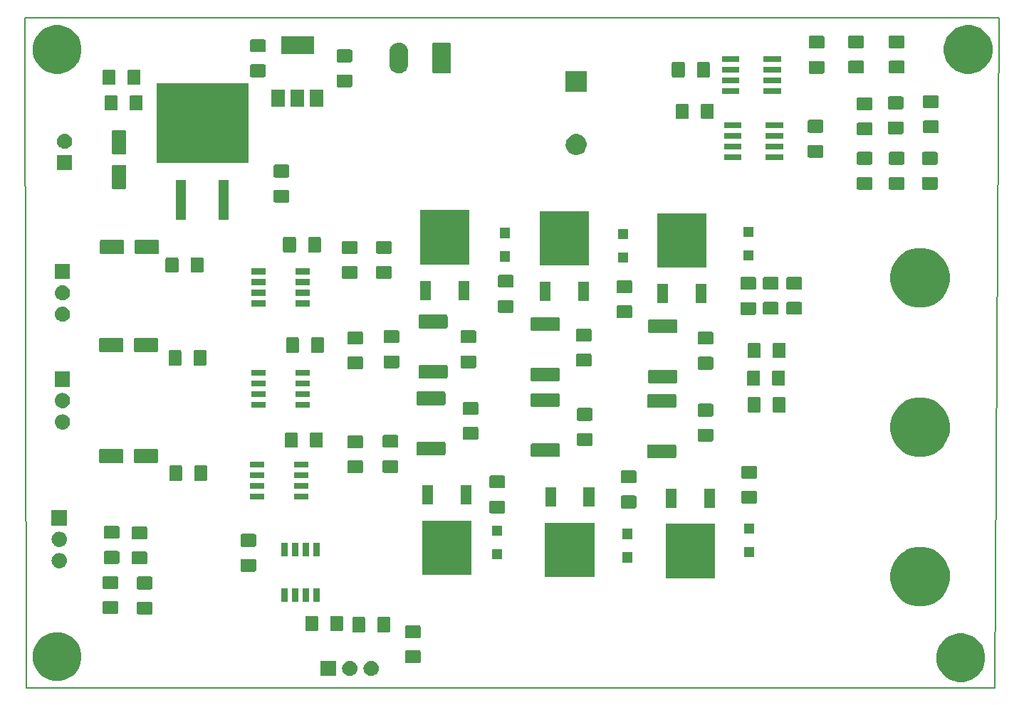
<source format=gbr>
G04 #@! TF.GenerationSoftware,KiCad,Pcbnew,(5.0.2)-1*
G04 #@! TF.CreationDate,2019-05-11T14:53:23+03:00*
G04 #@! TF.ProjectId,ESC versiune2,45534320-7665-4727-9369-756e65322e6b,rev?*
G04 #@! TF.SameCoordinates,Original*
G04 #@! TF.FileFunction,Soldermask,Top*
G04 #@! TF.FilePolarity,Negative*
%FSLAX46Y46*%
G04 Gerber Fmt 4.6, Leading zero omitted, Abs format (unit mm)*
G04 Created by KiCad (PCBNEW (5.0.2)-1) date 5/11/2019 2:53:23 PM*
%MOMM*%
%LPD*%
G01*
G04 APERTURE LIST*
%ADD10C,0.150000*%
%ADD11C,0.100000*%
G04 APERTURE END LIST*
D10*
X57023000Y-131318000D02*
X172212000Y-131318000D01*
X172720000Y-51562000D02*
X172212000Y-131318000D01*
X56896000Y-51562000D02*
X57023000Y-131318000D01*
X56896000Y-51562000D02*
X172720000Y-51562000D01*
D11*
G36*
X168994190Y-124972483D02*
X169522138Y-125191166D01*
X169997283Y-125508648D01*
X170401352Y-125912717D01*
X170718834Y-126387862D01*
X170937517Y-126915810D01*
X171049000Y-127476275D01*
X171049000Y-128047725D01*
X170937517Y-128608190D01*
X170718834Y-129136138D01*
X170401352Y-129611283D01*
X169997283Y-130015352D01*
X169522138Y-130332834D01*
X168994190Y-130551517D01*
X168433725Y-130663000D01*
X167862275Y-130663000D01*
X167301810Y-130551517D01*
X166773862Y-130332834D01*
X166298717Y-130015352D01*
X165894648Y-129611283D01*
X165577166Y-129136138D01*
X165358483Y-128608190D01*
X165247000Y-128047725D01*
X165247000Y-127476275D01*
X165358483Y-126915810D01*
X165577166Y-126387862D01*
X165894648Y-125912717D01*
X166298717Y-125508648D01*
X166773862Y-125191166D01*
X167301810Y-124972483D01*
X167862275Y-124861000D01*
X168433725Y-124861000D01*
X168994190Y-124972483D01*
X168994190Y-124972483D01*
G37*
G36*
X61552190Y-124845483D02*
X62080138Y-125064166D01*
X62555283Y-125381648D01*
X62959352Y-125785717D01*
X63276834Y-126260862D01*
X63495517Y-126788810D01*
X63607000Y-127349275D01*
X63607000Y-127920725D01*
X63495517Y-128481190D01*
X63276834Y-129009138D01*
X62959352Y-129484283D01*
X62555283Y-129888352D01*
X62080138Y-130205834D01*
X61552190Y-130424517D01*
X60991725Y-130536000D01*
X60420275Y-130536000D01*
X59859810Y-130424517D01*
X59331862Y-130205834D01*
X58856717Y-129888352D01*
X58452648Y-129484283D01*
X58135166Y-129009138D01*
X57916483Y-128481190D01*
X57805000Y-127920725D01*
X57805000Y-127349275D01*
X57916483Y-126788810D01*
X58135166Y-126260862D01*
X58452648Y-125785717D01*
X58856717Y-125381648D01*
X59331862Y-125064166D01*
X59859810Y-124845483D01*
X60420275Y-124734000D01*
X60991725Y-124734000D01*
X61552190Y-124845483D01*
X61552190Y-124845483D01*
G37*
G36*
X98154442Y-128137518D02*
X98220627Y-128144037D01*
X98333853Y-128178384D01*
X98390467Y-128195557D01*
X98488695Y-128248062D01*
X98546991Y-128279222D01*
X98547255Y-128279439D01*
X98684186Y-128391814D01*
X98757534Y-128481190D01*
X98796778Y-128529009D01*
X98796779Y-128529011D01*
X98880443Y-128685533D01*
X98880443Y-128685534D01*
X98931963Y-128855373D01*
X98949359Y-129032000D01*
X98931963Y-129208627D01*
X98897616Y-129321853D01*
X98880443Y-129378467D01*
X98823884Y-129484280D01*
X98796778Y-129534991D01*
X98767448Y-129570729D01*
X98684186Y-129672186D01*
X98582729Y-129755448D01*
X98546991Y-129784778D01*
X98546989Y-129784779D01*
X98390467Y-129868443D01*
X98333853Y-129885616D01*
X98220627Y-129919963D01*
X98154442Y-129926482D01*
X98088260Y-129933000D01*
X97999740Y-129933000D01*
X97933558Y-129926482D01*
X97867373Y-129919963D01*
X97754147Y-129885616D01*
X97697533Y-129868443D01*
X97541011Y-129784779D01*
X97541009Y-129784778D01*
X97505271Y-129755448D01*
X97403814Y-129672186D01*
X97320552Y-129570729D01*
X97291222Y-129534991D01*
X97264116Y-129484280D01*
X97207557Y-129378467D01*
X97190384Y-129321853D01*
X97156037Y-129208627D01*
X97138641Y-129032000D01*
X97156037Y-128855373D01*
X97207557Y-128685534D01*
X97207557Y-128685533D01*
X97291221Y-128529011D01*
X97291222Y-128529009D01*
X97330466Y-128481190D01*
X97403814Y-128391814D01*
X97540745Y-128279439D01*
X97541009Y-128279222D01*
X97599305Y-128248062D01*
X97697533Y-128195557D01*
X97754147Y-128178384D01*
X97867373Y-128144037D01*
X97933558Y-128137518D01*
X97999740Y-128131000D01*
X98088260Y-128131000D01*
X98154442Y-128137518D01*
X98154442Y-128137518D01*
G37*
G36*
X93865000Y-129933000D02*
X92063000Y-129933000D01*
X92063000Y-128131000D01*
X93865000Y-128131000D01*
X93865000Y-129933000D01*
X93865000Y-129933000D01*
G37*
G36*
X95614442Y-128137518D02*
X95680627Y-128144037D01*
X95793853Y-128178384D01*
X95850467Y-128195557D01*
X95948695Y-128248062D01*
X96006991Y-128279222D01*
X96007255Y-128279439D01*
X96144186Y-128391814D01*
X96217534Y-128481190D01*
X96256778Y-128529009D01*
X96256779Y-128529011D01*
X96340443Y-128685533D01*
X96340443Y-128685534D01*
X96391963Y-128855373D01*
X96409359Y-129032000D01*
X96391963Y-129208627D01*
X96357616Y-129321853D01*
X96340443Y-129378467D01*
X96283884Y-129484280D01*
X96256778Y-129534991D01*
X96227448Y-129570729D01*
X96144186Y-129672186D01*
X96042729Y-129755448D01*
X96006991Y-129784778D01*
X96006989Y-129784779D01*
X95850467Y-129868443D01*
X95793853Y-129885616D01*
X95680627Y-129919963D01*
X95614442Y-129926482D01*
X95548260Y-129933000D01*
X95459740Y-129933000D01*
X95393558Y-129926482D01*
X95327373Y-129919963D01*
X95214147Y-129885616D01*
X95157533Y-129868443D01*
X95001011Y-129784779D01*
X95001009Y-129784778D01*
X94965271Y-129755448D01*
X94863814Y-129672186D01*
X94780552Y-129570729D01*
X94751222Y-129534991D01*
X94724116Y-129484280D01*
X94667557Y-129378467D01*
X94650384Y-129321853D01*
X94616037Y-129208627D01*
X94598641Y-129032000D01*
X94616037Y-128855373D01*
X94667557Y-128685534D01*
X94667557Y-128685533D01*
X94751221Y-128529011D01*
X94751222Y-128529009D01*
X94790466Y-128481190D01*
X94863814Y-128391814D01*
X95000745Y-128279439D01*
X95001009Y-128279222D01*
X95059305Y-128248062D01*
X95157533Y-128195557D01*
X95214147Y-128178384D01*
X95327373Y-128144037D01*
X95393558Y-128137518D01*
X95459740Y-128131000D01*
X95548260Y-128131000D01*
X95614442Y-128137518D01*
X95614442Y-128137518D01*
G37*
G36*
X103772562Y-126875681D02*
X103807477Y-126886273D01*
X103839665Y-126903478D01*
X103867873Y-126926627D01*
X103891022Y-126954835D01*
X103908227Y-126987023D01*
X103918819Y-127021938D01*
X103923000Y-127064395D01*
X103923000Y-128205605D01*
X103918819Y-128248062D01*
X103908227Y-128282977D01*
X103891022Y-128315165D01*
X103867873Y-128343373D01*
X103839665Y-128366522D01*
X103807477Y-128383727D01*
X103772562Y-128394319D01*
X103730105Y-128398500D01*
X102263895Y-128398500D01*
X102221438Y-128394319D01*
X102186523Y-128383727D01*
X102154335Y-128366522D01*
X102126127Y-128343373D01*
X102102978Y-128315165D01*
X102085773Y-128282977D01*
X102075181Y-128248062D01*
X102071000Y-128205605D01*
X102071000Y-127064395D01*
X102075181Y-127021938D01*
X102085773Y-126987023D01*
X102102978Y-126954835D01*
X102126127Y-126926627D01*
X102154335Y-126903478D01*
X102186523Y-126886273D01*
X102221438Y-126875681D01*
X102263895Y-126871500D01*
X103730105Y-126871500D01*
X103772562Y-126875681D01*
X103772562Y-126875681D01*
G37*
G36*
X103772562Y-123900681D02*
X103807477Y-123911273D01*
X103839665Y-123928478D01*
X103867873Y-123951627D01*
X103891022Y-123979835D01*
X103908227Y-124012023D01*
X103918819Y-124046938D01*
X103923000Y-124089395D01*
X103923000Y-125230605D01*
X103918819Y-125273062D01*
X103908227Y-125307977D01*
X103891022Y-125340165D01*
X103867873Y-125368373D01*
X103839665Y-125391522D01*
X103807477Y-125408727D01*
X103772562Y-125419319D01*
X103730105Y-125423500D01*
X102263895Y-125423500D01*
X102221438Y-125419319D01*
X102186523Y-125408727D01*
X102154335Y-125391522D01*
X102126127Y-125368373D01*
X102102978Y-125340165D01*
X102085773Y-125307977D01*
X102075181Y-125273062D01*
X102071000Y-125230605D01*
X102071000Y-124089395D01*
X102075181Y-124046938D01*
X102085773Y-124012023D01*
X102102978Y-123979835D01*
X102126127Y-123951627D01*
X102154335Y-123928478D01*
X102186523Y-123911273D01*
X102221438Y-123900681D01*
X102263895Y-123896500D01*
X103730105Y-123896500D01*
X103772562Y-123900681D01*
X103772562Y-123900681D01*
G37*
G36*
X100144562Y-122903181D02*
X100179477Y-122913773D01*
X100211665Y-122930978D01*
X100239873Y-122954127D01*
X100263022Y-122982335D01*
X100280227Y-123014523D01*
X100290819Y-123049438D01*
X100295000Y-123091895D01*
X100295000Y-124558105D01*
X100290819Y-124600562D01*
X100280227Y-124635477D01*
X100263022Y-124667665D01*
X100239873Y-124695873D01*
X100211665Y-124719022D01*
X100179477Y-124736227D01*
X100144562Y-124746819D01*
X100102105Y-124751000D01*
X98960895Y-124751000D01*
X98918438Y-124746819D01*
X98883523Y-124736227D01*
X98851335Y-124719022D01*
X98823127Y-124695873D01*
X98799978Y-124667665D01*
X98782773Y-124635477D01*
X98772181Y-124600562D01*
X98768000Y-124558105D01*
X98768000Y-123091895D01*
X98772181Y-123049438D01*
X98782773Y-123014523D01*
X98799978Y-122982335D01*
X98823127Y-122954127D01*
X98851335Y-122930978D01*
X98883523Y-122913773D01*
X98918438Y-122903181D01*
X98960895Y-122899000D01*
X100102105Y-122899000D01*
X100144562Y-122903181D01*
X100144562Y-122903181D01*
G37*
G36*
X97169562Y-122903181D02*
X97204477Y-122913773D01*
X97236665Y-122930978D01*
X97264873Y-122954127D01*
X97288022Y-122982335D01*
X97305227Y-123014523D01*
X97315819Y-123049438D01*
X97320000Y-123091895D01*
X97320000Y-124558105D01*
X97315819Y-124600562D01*
X97305227Y-124635477D01*
X97288022Y-124667665D01*
X97264873Y-124695873D01*
X97236665Y-124719022D01*
X97204477Y-124736227D01*
X97169562Y-124746819D01*
X97127105Y-124751000D01*
X95985895Y-124751000D01*
X95943438Y-124746819D01*
X95908523Y-124736227D01*
X95876335Y-124719022D01*
X95848127Y-124695873D01*
X95824978Y-124667665D01*
X95807773Y-124635477D01*
X95797181Y-124600562D01*
X95793000Y-124558105D01*
X95793000Y-123091895D01*
X95797181Y-123049438D01*
X95807773Y-123014523D01*
X95824978Y-122982335D01*
X95848127Y-122954127D01*
X95876335Y-122930978D01*
X95908523Y-122913773D01*
X95943438Y-122903181D01*
X95985895Y-122899000D01*
X97127105Y-122899000D01*
X97169562Y-122903181D01*
X97169562Y-122903181D01*
G37*
G36*
X94556562Y-122776181D02*
X94591477Y-122786773D01*
X94623665Y-122803978D01*
X94651873Y-122827127D01*
X94675022Y-122855335D01*
X94692227Y-122887523D01*
X94702819Y-122922438D01*
X94707000Y-122964895D01*
X94707000Y-124431105D01*
X94702819Y-124473562D01*
X94692227Y-124508477D01*
X94675022Y-124540665D01*
X94651873Y-124568873D01*
X94623665Y-124592022D01*
X94591477Y-124609227D01*
X94556562Y-124619819D01*
X94514105Y-124624000D01*
X93372895Y-124624000D01*
X93330438Y-124619819D01*
X93295523Y-124609227D01*
X93263335Y-124592022D01*
X93235127Y-124568873D01*
X93211978Y-124540665D01*
X93194773Y-124508477D01*
X93184181Y-124473562D01*
X93180000Y-124431105D01*
X93180000Y-122964895D01*
X93184181Y-122922438D01*
X93194773Y-122887523D01*
X93211978Y-122855335D01*
X93235127Y-122827127D01*
X93263335Y-122803978D01*
X93295523Y-122786773D01*
X93330438Y-122776181D01*
X93372895Y-122772000D01*
X94514105Y-122772000D01*
X94556562Y-122776181D01*
X94556562Y-122776181D01*
G37*
G36*
X91581562Y-122776181D02*
X91616477Y-122786773D01*
X91648665Y-122803978D01*
X91676873Y-122827127D01*
X91700022Y-122855335D01*
X91717227Y-122887523D01*
X91727819Y-122922438D01*
X91732000Y-122964895D01*
X91732000Y-124431105D01*
X91727819Y-124473562D01*
X91717227Y-124508477D01*
X91700022Y-124540665D01*
X91676873Y-124568873D01*
X91648665Y-124592022D01*
X91616477Y-124609227D01*
X91581562Y-124619819D01*
X91539105Y-124624000D01*
X90397895Y-124624000D01*
X90355438Y-124619819D01*
X90320523Y-124609227D01*
X90288335Y-124592022D01*
X90260127Y-124568873D01*
X90236978Y-124540665D01*
X90219773Y-124508477D01*
X90209181Y-124473562D01*
X90205000Y-124431105D01*
X90205000Y-122964895D01*
X90209181Y-122922438D01*
X90219773Y-122887523D01*
X90236978Y-122855335D01*
X90260127Y-122827127D01*
X90288335Y-122803978D01*
X90320523Y-122786773D01*
X90355438Y-122776181D01*
X90397895Y-122772000D01*
X91539105Y-122772000D01*
X91581562Y-122776181D01*
X91581562Y-122776181D01*
G37*
G36*
X71895562Y-121087681D02*
X71930477Y-121098273D01*
X71962665Y-121115478D01*
X71990873Y-121138627D01*
X72014022Y-121166835D01*
X72031227Y-121199023D01*
X72041819Y-121233938D01*
X72046000Y-121276395D01*
X72046000Y-122417605D01*
X72041819Y-122460062D01*
X72031227Y-122494977D01*
X72014022Y-122527165D01*
X71990873Y-122555373D01*
X71962665Y-122578522D01*
X71930477Y-122595727D01*
X71895562Y-122606319D01*
X71853105Y-122610500D01*
X70386895Y-122610500D01*
X70344438Y-122606319D01*
X70309523Y-122595727D01*
X70277335Y-122578522D01*
X70249127Y-122555373D01*
X70225978Y-122527165D01*
X70208773Y-122494977D01*
X70198181Y-122460062D01*
X70194000Y-122417605D01*
X70194000Y-121276395D01*
X70198181Y-121233938D01*
X70208773Y-121199023D01*
X70225978Y-121166835D01*
X70249127Y-121138627D01*
X70277335Y-121115478D01*
X70309523Y-121098273D01*
X70344438Y-121087681D01*
X70386895Y-121083500D01*
X71853105Y-121083500D01*
X71895562Y-121087681D01*
X71895562Y-121087681D01*
G37*
G36*
X67831562Y-121033681D02*
X67866477Y-121044273D01*
X67898665Y-121061478D01*
X67926873Y-121084627D01*
X67950022Y-121112835D01*
X67967227Y-121145023D01*
X67977819Y-121179938D01*
X67982000Y-121222395D01*
X67982000Y-122363605D01*
X67977819Y-122406062D01*
X67967227Y-122440977D01*
X67950022Y-122473165D01*
X67926873Y-122501373D01*
X67898665Y-122524522D01*
X67866477Y-122541727D01*
X67831562Y-122552319D01*
X67789105Y-122556500D01*
X66322895Y-122556500D01*
X66280438Y-122552319D01*
X66245523Y-122541727D01*
X66213335Y-122524522D01*
X66185127Y-122501373D01*
X66161978Y-122473165D01*
X66144773Y-122440977D01*
X66134181Y-122406062D01*
X66130000Y-122363605D01*
X66130000Y-121222395D01*
X66134181Y-121179938D01*
X66144773Y-121145023D01*
X66161978Y-121112835D01*
X66185127Y-121084627D01*
X66213335Y-121061478D01*
X66245523Y-121044273D01*
X66280438Y-121033681D01*
X66322895Y-121029500D01*
X67789105Y-121029500D01*
X67831562Y-121033681D01*
X67831562Y-121033681D01*
G37*
G36*
X164357786Y-114695462D02*
X164357788Y-114695463D01*
X164357789Y-114695463D01*
X165004029Y-114963144D01*
X165322625Y-115176023D01*
X165585634Y-115351760D01*
X166080240Y-115846366D01*
X166080242Y-115846369D01*
X166468856Y-116427971D01*
X166641671Y-116845185D01*
X166736538Y-117074214D01*
X166824360Y-117515727D01*
X166873000Y-117760257D01*
X166873000Y-118459743D01*
X166736537Y-119145789D01*
X166468856Y-119792029D01*
X166468855Y-119792030D01*
X166080240Y-120373634D01*
X165585634Y-120868240D01*
X165585631Y-120868242D01*
X165004029Y-121256856D01*
X164357789Y-121524537D01*
X164357788Y-121524537D01*
X164357786Y-121524538D01*
X163671744Y-121661000D01*
X162972256Y-121661000D01*
X162286214Y-121524538D01*
X162286212Y-121524537D01*
X162286211Y-121524537D01*
X161639971Y-121256856D01*
X161058369Y-120868242D01*
X161058366Y-120868240D01*
X160563760Y-120373634D01*
X160175145Y-119792030D01*
X160175144Y-119792029D01*
X159907463Y-119145789D01*
X159771000Y-118459743D01*
X159771000Y-117760257D01*
X159819640Y-117515727D01*
X159907462Y-117074214D01*
X160002329Y-116845185D01*
X160175144Y-116427971D01*
X160563758Y-115846369D01*
X160563760Y-115846366D01*
X161058366Y-115351760D01*
X161321375Y-115176023D01*
X161639971Y-114963144D01*
X162286211Y-114695463D01*
X162286212Y-114695463D01*
X162286214Y-114695462D01*
X162972256Y-114559000D01*
X163671744Y-114559000D01*
X164357786Y-114695462D01*
X164357786Y-114695462D01*
G37*
G36*
X88108000Y-121128000D02*
X87406000Y-121128000D01*
X87406000Y-119476000D01*
X88108000Y-119476000D01*
X88108000Y-121128000D01*
X88108000Y-121128000D01*
G37*
G36*
X91918000Y-121128000D02*
X91216000Y-121128000D01*
X91216000Y-119476000D01*
X91918000Y-119476000D01*
X91918000Y-121128000D01*
X91918000Y-121128000D01*
G37*
G36*
X90648000Y-121128000D02*
X89946000Y-121128000D01*
X89946000Y-119476000D01*
X90648000Y-119476000D01*
X90648000Y-121128000D01*
X90648000Y-121128000D01*
G37*
G36*
X89378000Y-121128000D02*
X88676000Y-121128000D01*
X88676000Y-119476000D01*
X89378000Y-119476000D01*
X89378000Y-121128000D01*
X89378000Y-121128000D01*
G37*
G36*
X71895562Y-118112681D02*
X71930477Y-118123273D01*
X71962665Y-118140478D01*
X71990873Y-118163627D01*
X72014022Y-118191835D01*
X72031227Y-118224023D01*
X72041819Y-118258938D01*
X72046000Y-118301395D01*
X72046000Y-119442605D01*
X72041819Y-119485062D01*
X72031227Y-119519977D01*
X72014022Y-119552165D01*
X71990873Y-119580373D01*
X71962665Y-119603522D01*
X71930477Y-119620727D01*
X71895562Y-119631319D01*
X71853105Y-119635500D01*
X70386895Y-119635500D01*
X70344438Y-119631319D01*
X70309523Y-119620727D01*
X70277335Y-119603522D01*
X70249127Y-119580373D01*
X70225978Y-119552165D01*
X70208773Y-119519977D01*
X70198181Y-119485062D01*
X70194000Y-119442605D01*
X70194000Y-118301395D01*
X70198181Y-118258938D01*
X70208773Y-118224023D01*
X70225978Y-118191835D01*
X70249127Y-118163627D01*
X70277335Y-118140478D01*
X70309523Y-118123273D01*
X70344438Y-118112681D01*
X70386895Y-118108500D01*
X71853105Y-118108500D01*
X71895562Y-118112681D01*
X71895562Y-118112681D01*
G37*
G36*
X67831562Y-118058681D02*
X67866477Y-118069273D01*
X67898665Y-118086478D01*
X67926873Y-118109627D01*
X67950022Y-118137835D01*
X67967227Y-118170023D01*
X67977819Y-118204938D01*
X67982000Y-118247395D01*
X67982000Y-119388605D01*
X67977819Y-119431062D01*
X67967227Y-119465977D01*
X67950022Y-119498165D01*
X67926873Y-119526373D01*
X67898665Y-119549522D01*
X67866477Y-119566727D01*
X67831562Y-119577319D01*
X67789105Y-119581500D01*
X66322895Y-119581500D01*
X66280438Y-119577319D01*
X66245523Y-119566727D01*
X66213335Y-119549522D01*
X66185127Y-119526373D01*
X66161978Y-119498165D01*
X66144773Y-119465977D01*
X66134181Y-119431062D01*
X66130000Y-119388605D01*
X66130000Y-118247395D01*
X66134181Y-118204938D01*
X66144773Y-118170023D01*
X66161978Y-118137835D01*
X66185127Y-118109627D01*
X66213335Y-118086478D01*
X66245523Y-118069273D01*
X66280438Y-118058681D01*
X66322895Y-118054500D01*
X67789105Y-118054500D01*
X67831562Y-118058681D01*
X67831562Y-118058681D01*
G37*
G36*
X138968000Y-118313000D02*
X133066000Y-118313000D01*
X133066000Y-111811000D01*
X138968000Y-111811000D01*
X138968000Y-118313000D01*
X138968000Y-118313000D01*
G37*
G36*
X124617000Y-118186000D02*
X118715000Y-118186000D01*
X118715000Y-111684000D01*
X124617000Y-111684000D01*
X124617000Y-118186000D01*
X124617000Y-118186000D01*
G37*
G36*
X110012000Y-117932000D02*
X104110000Y-117932000D01*
X104110000Y-111430000D01*
X110012000Y-111430000D01*
X110012000Y-117932000D01*
X110012000Y-117932000D01*
G37*
G36*
X84214562Y-116007681D02*
X84249477Y-116018273D01*
X84281665Y-116035478D01*
X84309873Y-116058627D01*
X84333022Y-116086835D01*
X84350227Y-116119023D01*
X84360819Y-116153938D01*
X84365000Y-116196395D01*
X84365000Y-117337605D01*
X84360819Y-117380062D01*
X84350227Y-117414977D01*
X84333022Y-117447165D01*
X84309873Y-117475373D01*
X84281665Y-117498522D01*
X84249477Y-117515727D01*
X84214562Y-117526319D01*
X84172105Y-117530500D01*
X82705895Y-117530500D01*
X82663438Y-117526319D01*
X82628523Y-117515727D01*
X82596335Y-117498522D01*
X82568127Y-117475373D01*
X82544978Y-117447165D01*
X82527773Y-117414977D01*
X82517181Y-117380062D01*
X82513000Y-117337605D01*
X82513000Y-116196395D01*
X82517181Y-116153938D01*
X82527773Y-116119023D01*
X82544978Y-116086835D01*
X82568127Y-116058627D01*
X82596335Y-116035478D01*
X82628523Y-116018273D01*
X82663438Y-116007681D01*
X82705895Y-116003500D01*
X84172105Y-116003500D01*
X84214562Y-116007681D01*
X84214562Y-116007681D01*
G37*
G36*
X61070442Y-115310518D02*
X61136627Y-115317037D01*
X61249853Y-115351384D01*
X61306467Y-115368557D01*
X61445087Y-115442652D01*
X61462991Y-115452222D01*
X61498729Y-115481552D01*
X61600186Y-115564814D01*
X61683448Y-115666271D01*
X61712778Y-115702009D01*
X61712779Y-115702011D01*
X61796443Y-115858533D01*
X61796443Y-115858534D01*
X61847963Y-116028373D01*
X61865359Y-116205000D01*
X61847963Y-116381627D01*
X61832986Y-116431000D01*
X61796443Y-116551467D01*
X61722348Y-116690087D01*
X61712778Y-116707991D01*
X61683448Y-116743729D01*
X61600186Y-116845186D01*
X61498729Y-116928448D01*
X61462991Y-116957778D01*
X61462989Y-116957779D01*
X61306467Y-117041443D01*
X61249853Y-117058616D01*
X61136627Y-117092963D01*
X61070443Y-117099481D01*
X61004260Y-117106000D01*
X60915740Y-117106000D01*
X60849557Y-117099481D01*
X60783373Y-117092963D01*
X60670147Y-117058616D01*
X60613533Y-117041443D01*
X60457011Y-116957779D01*
X60457009Y-116957778D01*
X60421271Y-116928448D01*
X60319814Y-116845186D01*
X60236552Y-116743729D01*
X60207222Y-116707991D01*
X60197652Y-116690087D01*
X60123557Y-116551467D01*
X60087014Y-116431000D01*
X60072037Y-116381627D01*
X60054641Y-116205000D01*
X60072037Y-116028373D01*
X60123557Y-115858534D01*
X60123557Y-115858533D01*
X60207221Y-115702011D01*
X60207222Y-115702009D01*
X60236552Y-115666271D01*
X60319814Y-115564814D01*
X60421271Y-115481552D01*
X60457009Y-115452222D01*
X60474913Y-115442652D01*
X60613533Y-115368557D01*
X60670147Y-115351384D01*
X60783373Y-115317037D01*
X60849558Y-115310518D01*
X60915740Y-115304000D01*
X61004260Y-115304000D01*
X61070442Y-115310518D01*
X61070442Y-115310518D01*
G37*
G36*
X71260562Y-115118681D02*
X71295477Y-115129273D01*
X71327665Y-115146478D01*
X71355873Y-115169627D01*
X71379022Y-115197835D01*
X71396227Y-115230023D01*
X71406819Y-115264938D01*
X71411000Y-115307395D01*
X71411000Y-116448605D01*
X71406819Y-116491062D01*
X71396227Y-116525977D01*
X71379022Y-116558165D01*
X71355873Y-116586373D01*
X71327665Y-116609522D01*
X71295477Y-116626727D01*
X71260562Y-116637319D01*
X71218105Y-116641500D01*
X69751895Y-116641500D01*
X69709438Y-116637319D01*
X69674523Y-116626727D01*
X69642335Y-116609522D01*
X69614127Y-116586373D01*
X69590978Y-116558165D01*
X69573773Y-116525977D01*
X69563181Y-116491062D01*
X69559000Y-116448605D01*
X69559000Y-115307395D01*
X69563181Y-115264938D01*
X69573773Y-115230023D01*
X69590978Y-115197835D01*
X69614127Y-115169627D01*
X69642335Y-115146478D01*
X69674523Y-115129273D01*
X69709438Y-115118681D01*
X69751895Y-115114500D01*
X71218105Y-115114500D01*
X71260562Y-115118681D01*
X71260562Y-115118681D01*
G37*
G36*
X67958562Y-115064681D02*
X67993477Y-115075273D01*
X68025665Y-115092478D01*
X68053873Y-115115627D01*
X68077022Y-115143835D01*
X68094227Y-115176023D01*
X68104819Y-115210938D01*
X68109000Y-115253395D01*
X68109000Y-116394605D01*
X68104819Y-116437062D01*
X68094227Y-116471977D01*
X68077022Y-116504165D01*
X68053873Y-116532373D01*
X68025665Y-116555522D01*
X67993477Y-116572727D01*
X67958562Y-116583319D01*
X67916105Y-116587500D01*
X66449895Y-116587500D01*
X66407438Y-116583319D01*
X66372523Y-116572727D01*
X66340335Y-116555522D01*
X66312127Y-116532373D01*
X66288978Y-116504165D01*
X66271773Y-116471977D01*
X66261181Y-116437062D01*
X66257000Y-116394605D01*
X66257000Y-115253395D01*
X66261181Y-115210938D01*
X66271773Y-115176023D01*
X66288978Y-115143835D01*
X66312127Y-115115627D01*
X66340335Y-115092478D01*
X66372523Y-115075273D01*
X66407438Y-115064681D01*
X66449895Y-115060500D01*
X67916105Y-115060500D01*
X67958562Y-115064681D01*
X67958562Y-115064681D01*
G37*
G36*
X129125000Y-116431000D02*
X127923000Y-116431000D01*
X127923000Y-115229000D01*
X129125000Y-115229000D01*
X129125000Y-116431000D01*
X129125000Y-116431000D01*
G37*
G36*
X113631000Y-116047000D02*
X112429000Y-116047000D01*
X112429000Y-114845000D01*
X113631000Y-114845000D01*
X113631000Y-116047000D01*
X113631000Y-116047000D01*
G37*
G36*
X143603000Y-115793000D02*
X142401000Y-115793000D01*
X142401000Y-114591000D01*
X143603000Y-114591000D01*
X143603000Y-115793000D01*
X143603000Y-115793000D01*
G37*
G36*
X90648000Y-115728000D02*
X89946000Y-115728000D01*
X89946000Y-114076000D01*
X90648000Y-114076000D01*
X90648000Y-115728000D01*
X90648000Y-115728000D01*
G37*
G36*
X89378000Y-115728000D02*
X88676000Y-115728000D01*
X88676000Y-114076000D01*
X89378000Y-114076000D01*
X89378000Y-115728000D01*
X89378000Y-115728000D01*
G37*
G36*
X91918000Y-115728000D02*
X91216000Y-115728000D01*
X91216000Y-114076000D01*
X91918000Y-114076000D01*
X91918000Y-115728000D01*
X91918000Y-115728000D01*
G37*
G36*
X88108000Y-115728000D02*
X87406000Y-115728000D01*
X87406000Y-114076000D01*
X88108000Y-114076000D01*
X88108000Y-115728000D01*
X88108000Y-115728000D01*
G37*
G36*
X61070442Y-112770518D02*
X61136627Y-112777037D01*
X61249853Y-112811384D01*
X61306467Y-112828557D01*
X61445087Y-112902652D01*
X61462991Y-112912222D01*
X61498729Y-112941552D01*
X61600186Y-113024814D01*
X61671601Y-113111835D01*
X61712778Y-113162009D01*
X61712779Y-113162011D01*
X61796443Y-113318533D01*
X61796443Y-113318534D01*
X61847963Y-113488373D01*
X61865359Y-113665000D01*
X61847963Y-113841627D01*
X61813616Y-113954853D01*
X61796443Y-114011467D01*
X61761949Y-114076000D01*
X61712778Y-114167991D01*
X61683448Y-114203729D01*
X61600186Y-114305186D01*
X61498729Y-114388448D01*
X61462991Y-114417778D01*
X61462989Y-114417779D01*
X61306467Y-114501443D01*
X61277097Y-114510352D01*
X61136627Y-114552963D01*
X61075331Y-114559000D01*
X61004260Y-114566000D01*
X60915740Y-114566000D01*
X60844669Y-114559000D01*
X60783373Y-114552963D01*
X60642903Y-114510352D01*
X60613533Y-114501443D01*
X60457011Y-114417779D01*
X60457009Y-114417778D01*
X60421271Y-114388448D01*
X60319814Y-114305186D01*
X60236552Y-114203729D01*
X60207222Y-114167991D01*
X60158051Y-114076000D01*
X60123557Y-114011467D01*
X60106384Y-113954853D01*
X60072037Y-113841627D01*
X60054641Y-113665000D01*
X60072037Y-113488373D01*
X60123557Y-113318534D01*
X60123557Y-113318533D01*
X60207221Y-113162011D01*
X60207222Y-113162009D01*
X60248399Y-113111835D01*
X60319814Y-113024814D01*
X60421271Y-112941552D01*
X60457009Y-112912222D01*
X60474913Y-112902652D01*
X60613533Y-112828557D01*
X60670147Y-112811384D01*
X60783373Y-112777037D01*
X60849558Y-112770518D01*
X60915740Y-112764000D01*
X61004260Y-112764000D01*
X61070442Y-112770518D01*
X61070442Y-112770518D01*
G37*
G36*
X84214562Y-113032681D02*
X84249477Y-113043273D01*
X84281665Y-113060478D01*
X84309873Y-113083627D01*
X84333022Y-113111835D01*
X84350227Y-113144023D01*
X84360819Y-113178938D01*
X84365000Y-113221395D01*
X84365000Y-114362605D01*
X84360819Y-114405062D01*
X84350227Y-114439977D01*
X84333022Y-114472165D01*
X84309873Y-114500373D01*
X84281665Y-114523522D01*
X84249477Y-114540727D01*
X84214562Y-114551319D01*
X84172105Y-114555500D01*
X82705895Y-114555500D01*
X82663438Y-114551319D01*
X82628523Y-114540727D01*
X82596335Y-114523522D01*
X82568127Y-114500373D01*
X82544978Y-114472165D01*
X82527773Y-114439977D01*
X82517181Y-114405062D01*
X82513000Y-114362605D01*
X82513000Y-113221395D01*
X82517181Y-113178938D01*
X82527773Y-113144023D01*
X82544978Y-113111835D01*
X82568127Y-113083627D01*
X82596335Y-113060478D01*
X82628523Y-113043273D01*
X82663438Y-113032681D01*
X82705895Y-113028500D01*
X84172105Y-113028500D01*
X84214562Y-113032681D01*
X84214562Y-113032681D01*
G37*
G36*
X71260562Y-112143681D02*
X71295477Y-112154273D01*
X71327665Y-112171478D01*
X71355873Y-112194627D01*
X71379022Y-112222835D01*
X71396227Y-112255023D01*
X71406819Y-112289938D01*
X71411000Y-112332395D01*
X71411000Y-113473605D01*
X71406819Y-113516062D01*
X71396227Y-113550977D01*
X71379022Y-113583165D01*
X71355873Y-113611373D01*
X71327665Y-113634522D01*
X71295477Y-113651727D01*
X71260562Y-113662319D01*
X71218105Y-113666500D01*
X69751895Y-113666500D01*
X69709438Y-113662319D01*
X69674523Y-113651727D01*
X69642335Y-113634522D01*
X69614127Y-113611373D01*
X69590978Y-113583165D01*
X69573773Y-113550977D01*
X69563181Y-113516062D01*
X69559000Y-113473605D01*
X69559000Y-112332395D01*
X69563181Y-112289938D01*
X69573773Y-112255023D01*
X69590978Y-112222835D01*
X69614127Y-112194627D01*
X69642335Y-112171478D01*
X69674523Y-112154273D01*
X69709438Y-112143681D01*
X69751895Y-112139500D01*
X71218105Y-112139500D01*
X71260562Y-112143681D01*
X71260562Y-112143681D01*
G37*
G36*
X129125000Y-113631000D02*
X127923000Y-113631000D01*
X127923000Y-112429000D01*
X129125000Y-112429000D01*
X129125000Y-113631000D01*
X129125000Y-113631000D01*
G37*
G36*
X67958562Y-112089681D02*
X67993477Y-112100273D01*
X68025665Y-112117478D01*
X68053873Y-112140627D01*
X68077022Y-112168835D01*
X68094227Y-112201023D01*
X68104819Y-112235938D01*
X68109000Y-112278395D01*
X68109000Y-113419605D01*
X68104819Y-113462062D01*
X68094227Y-113496977D01*
X68077022Y-113529165D01*
X68053873Y-113557373D01*
X68025665Y-113580522D01*
X67993477Y-113597727D01*
X67958562Y-113608319D01*
X67916105Y-113612500D01*
X66449895Y-113612500D01*
X66407438Y-113608319D01*
X66372523Y-113597727D01*
X66340335Y-113580522D01*
X66312127Y-113557373D01*
X66288978Y-113529165D01*
X66271773Y-113496977D01*
X66261181Y-113462062D01*
X66257000Y-113419605D01*
X66257000Y-112278395D01*
X66261181Y-112235938D01*
X66271773Y-112201023D01*
X66288978Y-112168835D01*
X66312127Y-112140627D01*
X66340335Y-112117478D01*
X66372523Y-112100273D01*
X66407438Y-112089681D01*
X66449895Y-112085500D01*
X67916105Y-112085500D01*
X67958562Y-112089681D01*
X67958562Y-112089681D01*
G37*
G36*
X113631000Y-113247000D02*
X112429000Y-113247000D01*
X112429000Y-112045000D01*
X113631000Y-112045000D01*
X113631000Y-113247000D01*
X113631000Y-113247000D01*
G37*
G36*
X143603000Y-112993000D02*
X142401000Y-112993000D01*
X142401000Y-111791000D01*
X143603000Y-111791000D01*
X143603000Y-112993000D01*
X143603000Y-112993000D01*
G37*
G36*
X61861000Y-112026000D02*
X60059000Y-112026000D01*
X60059000Y-110224000D01*
X61861000Y-110224000D01*
X61861000Y-112026000D01*
X61861000Y-112026000D01*
G37*
G36*
X113805562Y-109059181D02*
X113840477Y-109069773D01*
X113872665Y-109086978D01*
X113900873Y-109110127D01*
X113924022Y-109138335D01*
X113941227Y-109170523D01*
X113951819Y-109205438D01*
X113956000Y-109247895D01*
X113956000Y-110389105D01*
X113951819Y-110431562D01*
X113941227Y-110466477D01*
X113924022Y-110498665D01*
X113900873Y-110526873D01*
X113872665Y-110550022D01*
X113840477Y-110567227D01*
X113805562Y-110577819D01*
X113763105Y-110582000D01*
X112296895Y-110582000D01*
X112254438Y-110577819D01*
X112219523Y-110567227D01*
X112187335Y-110550022D01*
X112159127Y-110526873D01*
X112135978Y-110498665D01*
X112118773Y-110466477D01*
X112108181Y-110431562D01*
X112104000Y-110389105D01*
X112104000Y-109247895D01*
X112108181Y-109205438D01*
X112118773Y-109170523D01*
X112135978Y-109138335D01*
X112159127Y-109110127D01*
X112187335Y-109086978D01*
X112219523Y-109069773D01*
X112254438Y-109059181D01*
X112296895Y-109055000D01*
X113763105Y-109055000D01*
X113805562Y-109059181D01*
X113805562Y-109059181D01*
G37*
G36*
X129426562Y-108460681D02*
X129461477Y-108471273D01*
X129493665Y-108488478D01*
X129521873Y-108511627D01*
X129545022Y-108539835D01*
X129562227Y-108572023D01*
X129572819Y-108606938D01*
X129577000Y-108649395D01*
X129577000Y-109790605D01*
X129572819Y-109833062D01*
X129562227Y-109867977D01*
X129545022Y-109900165D01*
X129521873Y-109928373D01*
X129493665Y-109951522D01*
X129461477Y-109968727D01*
X129426562Y-109979319D01*
X129384105Y-109983500D01*
X127917895Y-109983500D01*
X127875438Y-109979319D01*
X127840523Y-109968727D01*
X127808335Y-109951522D01*
X127780127Y-109928373D01*
X127756978Y-109900165D01*
X127739773Y-109867977D01*
X127729181Y-109833062D01*
X127725000Y-109790605D01*
X127725000Y-108649395D01*
X127729181Y-108606938D01*
X127739773Y-108572023D01*
X127756978Y-108539835D01*
X127780127Y-108511627D01*
X127808335Y-108488478D01*
X127840523Y-108471273D01*
X127875438Y-108460681D01*
X127917895Y-108456500D01*
X129384105Y-108456500D01*
X129426562Y-108460681D01*
X129426562Y-108460681D01*
G37*
G36*
X134388000Y-109913000D02*
X133086000Y-109913000D01*
X133086000Y-107611000D01*
X134388000Y-107611000D01*
X134388000Y-109913000D01*
X134388000Y-109913000D01*
G37*
G36*
X138948000Y-109913000D02*
X137646000Y-109913000D01*
X137646000Y-107611000D01*
X138948000Y-107611000D01*
X138948000Y-109913000D01*
X138948000Y-109913000D01*
G37*
G36*
X124597000Y-109786000D02*
X123295000Y-109786000D01*
X123295000Y-107484000D01*
X124597000Y-107484000D01*
X124597000Y-109786000D01*
X124597000Y-109786000D01*
G37*
G36*
X120037000Y-109786000D02*
X118735000Y-109786000D01*
X118735000Y-107484000D01*
X120037000Y-107484000D01*
X120037000Y-109786000D01*
X120037000Y-109786000D01*
G37*
G36*
X109992000Y-109532000D02*
X108690000Y-109532000D01*
X108690000Y-107230000D01*
X109992000Y-107230000D01*
X109992000Y-109532000D01*
X109992000Y-109532000D01*
G37*
G36*
X105432000Y-109532000D02*
X104130000Y-109532000D01*
X104130000Y-107230000D01*
X105432000Y-107230000D01*
X105432000Y-109532000D01*
X105432000Y-109532000D01*
G37*
G36*
X143777562Y-107916181D02*
X143812477Y-107926773D01*
X143844665Y-107943978D01*
X143872873Y-107967127D01*
X143896022Y-107995335D01*
X143913227Y-108027523D01*
X143923819Y-108062438D01*
X143928000Y-108104895D01*
X143928000Y-109246105D01*
X143923819Y-109288562D01*
X143913227Y-109323477D01*
X143896022Y-109355665D01*
X143872873Y-109383873D01*
X143844665Y-109407022D01*
X143812477Y-109424227D01*
X143777562Y-109434819D01*
X143735105Y-109439000D01*
X142268895Y-109439000D01*
X142226438Y-109434819D01*
X142191523Y-109424227D01*
X142159335Y-109407022D01*
X142131127Y-109383873D01*
X142107978Y-109355665D01*
X142090773Y-109323477D01*
X142080181Y-109288562D01*
X142076000Y-109246105D01*
X142076000Y-108104895D01*
X142080181Y-108062438D01*
X142090773Y-108027523D01*
X142107978Y-107995335D01*
X142131127Y-107967127D01*
X142159335Y-107943978D01*
X142191523Y-107926773D01*
X142226438Y-107916181D01*
X142268895Y-107912000D01*
X143735105Y-107912000D01*
X143777562Y-107916181D01*
X143777562Y-107916181D01*
G37*
G36*
X85338000Y-108931000D02*
X83656000Y-108931000D01*
X83656000Y-108239000D01*
X85338000Y-108239000D01*
X85338000Y-108931000D01*
X85338000Y-108931000D01*
G37*
G36*
X90588000Y-108931000D02*
X88906000Y-108931000D01*
X88906000Y-108239000D01*
X90588000Y-108239000D01*
X90588000Y-108931000D01*
X90588000Y-108931000D01*
G37*
G36*
X85338000Y-107661000D02*
X83656000Y-107661000D01*
X83656000Y-106969000D01*
X85338000Y-106969000D01*
X85338000Y-107661000D01*
X85338000Y-107661000D01*
G37*
G36*
X90588000Y-107661000D02*
X88906000Y-107661000D01*
X88906000Y-106969000D01*
X90588000Y-106969000D01*
X90588000Y-107661000D01*
X90588000Y-107661000D01*
G37*
G36*
X113805562Y-106084181D02*
X113840477Y-106094773D01*
X113872665Y-106111978D01*
X113900873Y-106135127D01*
X113924022Y-106163335D01*
X113941227Y-106195523D01*
X113951819Y-106230438D01*
X113956000Y-106272895D01*
X113956000Y-107414105D01*
X113951819Y-107456562D01*
X113941227Y-107491477D01*
X113924022Y-107523665D01*
X113900873Y-107551873D01*
X113872665Y-107575022D01*
X113840477Y-107592227D01*
X113805562Y-107602819D01*
X113763105Y-107607000D01*
X112296895Y-107607000D01*
X112254438Y-107602819D01*
X112219523Y-107592227D01*
X112187335Y-107575022D01*
X112159127Y-107551873D01*
X112135978Y-107523665D01*
X112118773Y-107491477D01*
X112108181Y-107456562D01*
X112104000Y-107414105D01*
X112104000Y-106272895D01*
X112108181Y-106230438D01*
X112118773Y-106195523D01*
X112135978Y-106163335D01*
X112159127Y-106135127D01*
X112187335Y-106111978D01*
X112219523Y-106094773D01*
X112254438Y-106084181D01*
X112296895Y-106080000D01*
X113763105Y-106080000D01*
X113805562Y-106084181D01*
X113805562Y-106084181D01*
G37*
G36*
X129426562Y-105485681D02*
X129461477Y-105496273D01*
X129493665Y-105513478D01*
X129521873Y-105536627D01*
X129545022Y-105564835D01*
X129562227Y-105597023D01*
X129572819Y-105631938D01*
X129577000Y-105674395D01*
X129577000Y-106815605D01*
X129572819Y-106858062D01*
X129562227Y-106892977D01*
X129545022Y-106925165D01*
X129521873Y-106953373D01*
X129493665Y-106976522D01*
X129461477Y-106993727D01*
X129426562Y-107004319D01*
X129384105Y-107008500D01*
X127917895Y-107008500D01*
X127875438Y-107004319D01*
X127840523Y-106993727D01*
X127808335Y-106976522D01*
X127780127Y-106953373D01*
X127756978Y-106925165D01*
X127739773Y-106892977D01*
X127729181Y-106858062D01*
X127725000Y-106815605D01*
X127725000Y-105674395D01*
X127729181Y-105631938D01*
X127739773Y-105597023D01*
X127756978Y-105564835D01*
X127780127Y-105536627D01*
X127808335Y-105513478D01*
X127840523Y-105496273D01*
X127875438Y-105485681D01*
X127917895Y-105481500D01*
X129384105Y-105481500D01*
X129426562Y-105485681D01*
X129426562Y-105485681D01*
G37*
G36*
X75416062Y-104869181D02*
X75450977Y-104879773D01*
X75483165Y-104896978D01*
X75511373Y-104920127D01*
X75534522Y-104948335D01*
X75551727Y-104980523D01*
X75562319Y-105015438D01*
X75566500Y-105057895D01*
X75566500Y-106524105D01*
X75562319Y-106566562D01*
X75551727Y-106601477D01*
X75534522Y-106633665D01*
X75511373Y-106661873D01*
X75483165Y-106685022D01*
X75450977Y-106702227D01*
X75416062Y-106712819D01*
X75373605Y-106717000D01*
X74232395Y-106717000D01*
X74189938Y-106712819D01*
X74155023Y-106702227D01*
X74122835Y-106685022D01*
X74094627Y-106661873D01*
X74071478Y-106633665D01*
X74054273Y-106601477D01*
X74043681Y-106566562D01*
X74039500Y-106524105D01*
X74039500Y-105057895D01*
X74043681Y-105015438D01*
X74054273Y-104980523D01*
X74071478Y-104948335D01*
X74094627Y-104920127D01*
X74122835Y-104896978D01*
X74155023Y-104879773D01*
X74189938Y-104869181D01*
X74232395Y-104865000D01*
X75373605Y-104865000D01*
X75416062Y-104869181D01*
X75416062Y-104869181D01*
G37*
G36*
X78391062Y-104869181D02*
X78425977Y-104879773D01*
X78458165Y-104896978D01*
X78486373Y-104920127D01*
X78509522Y-104948335D01*
X78526727Y-104980523D01*
X78537319Y-105015438D01*
X78541500Y-105057895D01*
X78541500Y-106524105D01*
X78537319Y-106566562D01*
X78526727Y-106601477D01*
X78509522Y-106633665D01*
X78486373Y-106661873D01*
X78458165Y-106685022D01*
X78425977Y-106702227D01*
X78391062Y-106712819D01*
X78348605Y-106717000D01*
X77207395Y-106717000D01*
X77164938Y-106712819D01*
X77130023Y-106702227D01*
X77097835Y-106685022D01*
X77069627Y-106661873D01*
X77046478Y-106633665D01*
X77029273Y-106601477D01*
X77018681Y-106566562D01*
X77014500Y-106524105D01*
X77014500Y-105057895D01*
X77018681Y-105015438D01*
X77029273Y-104980523D01*
X77046478Y-104948335D01*
X77069627Y-104920127D01*
X77097835Y-104896978D01*
X77130023Y-104879773D01*
X77164938Y-104869181D01*
X77207395Y-104865000D01*
X78348605Y-104865000D01*
X78391062Y-104869181D01*
X78391062Y-104869181D01*
G37*
G36*
X143777562Y-104941181D02*
X143812477Y-104951773D01*
X143844665Y-104968978D01*
X143872873Y-104992127D01*
X143896022Y-105020335D01*
X143913227Y-105052523D01*
X143923819Y-105087438D01*
X143928000Y-105129895D01*
X143928000Y-106271105D01*
X143923819Y-106313562D01*
X143913227Y-106348477D01*
X143896022Y-106380665D01*
X143872873Y-106408873D01*
X143844665Y-106432022D01*
X143812477Y-106449227D01*
X143777562Y-106459819D01*
X143735105Y-106464000D01*
X142268895Y-106464000D01*
X142226438Y-106459819D01*
X142191523Y-106449227D01*
X142159335Y-106432022D01*
X142131127Y-106408873D01*
X142107978Y-106380665D01*
X142090773Y-106348477D01*
X142080181Y-106313562D01*
X142076000Y-106271105D01*
X142076000Y-105129895D01*
X142080181Y-105087438D01*
X142090773Y-105052523D01*
X142107978Y-105020335D01*
X142131127Y-104992127D01*
X142159335Y-104968978D01*
X142191523Y-104951773D01*
X142226438Y-104941181D01*
X142268895Y-104937000D01*
X143735105Y-104937000D01*
X143777562Y-104941181D01*
X143777562Y-104941181D01*
G37*
G36*
X85338000Y-106391000D02*
X83656000Y-106391000D01*
X83656000Y-105699000D01*
X85338000Y-105699000D01*
X85338000Y-106391000D01*
X85338000Y-106391000D01*
G37*
G36*
X90588000Y-106391000D02*
X88906000Y-106391000D01*
X88906000Y-105699000D01*
X90588000Y-105699000D01*
X90588000Y-106391000D01*
X90588000Y-106391000D01*
G37*
G36*
X96914562Y-104269681D02*
X96949477Y-104280273D01*
X96981665Y-104297478D01*
X97009873Y-104320627D01*
X97033022Y-104348835D01*
X97050227Y-104381023D01*
X97060819Y-104415938D01*
X97065000Y-104458395D01*
X97065000Y-105599605D01*
X97060819Y-105642062D01*
X97050227Y-105676977D01*
X97033022Y-105709165D01*
X97009873Y-105737373D01*
X96981665Y-105760522D01*
X96949477Y-105777727D01*
X96914562Y-105788319D01*
X96872105Y-105792500D01*
X95405895Y-105792500D01*
X95363438Y-105788319D01*
X95328523Y-105777727D01*
X95296335Y-105760522D01*
X95268127Y-105737373D01*
X95244978Y-105709165D01*
X95227773Y-105676977D01*
X95217181Y-105642062D01*
X95213000Y-105599605D01*
X95213000Y-104458395D01*
X95217181Y-104415938D01*
X95227773Y-104381023D01*
X95244978Y-104348835D01*
X95268127Y-104320627D01*
X95296335Y-104297478D01*
X95328523Y-104280273D01*
X95363438Y-104269681D01*
X95405895Y-104265500D01*
X96872105Y-104265500D01*
X96914562Y-104269681D01*
X96914562Y-104269681D01*
G37*
G36*
X101105562Y-104233181D02*
X101140477Y-104243773D01*
X101172665Y-104260978D01*
X101200873Y-104284127D01*
X101224022Y-104312335D01*
X101241227Y-104344523D01*
X101251819Y-104379438D01*
X101256000Y-104421895D01*
X101256000Y-105563105D01*
X101251819Y-105605562D01*
X101241227Y-105640477D01*
X101224022Y-105672665D01*
X101200873Y-105700873D01*
X101172665Y-105724022D01*
X101140477Y-105741227D01*
X101105562Y-105751819D01*
X101063105Y-105756000D01*
X99596895Y-105756000D01*
X99554438Y-105751819D01*
X99519523Y-105741227D01*
X99487335Y-105724022D01*
X99459127Y-105700873D01*
X99435978Y-105672665D01*
X99418773Y-105640477D01*
X99408181Y-105605562D01*
X99404000Y-105563105D01*
X99404000Y-104421895D01*
X99408181Y-104379438D01*
X99418773Y-104344523D01*
X99435978Y-104312335D01*
X99459127Y-104284127D01*
X99487335Y-104260978D01*
X99519523Y-104243773D01*
X99554438Y-104233181D01*
X99596895Y-104229000D01*
X101063105Y-104229000D01*
X101105562Y-104233181D01*
X101105562Y-104233181D01*
G37*
G36*
X85338000Y-105121000D02*
X83656000Y-105121000D01*
X83656000Y-104429000D01*
X85338000Y-104429000D01*
X85338000Y-105121000D01*
X85338000Y-105121000D01*
G37*
G36*
X90588000Y-105121000D02*
X88906000Y-105121000D01*
X88906000Y-104429000D01*
X90588000Y-104429000D01*
X90588000Y-105121000D01*
X90588000Y-105121000D01*
G37*
G36*
X72570996Y-102912051D02*
X72604653Y-102922261D01*
X72635667Y-102938838D01*
X72662852Y-102961148D01*
X72685162Y-102988333D01*
X72701739Y-103019347D01*
X72711949Y-103053004D01*
X72716000Y-103094138D01*
X72716000Y-104423862D01*
X72711949Y-104464996D01*
X72701739Y-104498653D01*
X72685162Y-104529667D01*
X72662852Y-104556852D01*
X72635667Y-104579162D01*
X72604653Y-104595739D01*
X72570996Y-104605949D01*
X72529862Y-104610000D01*
X70025138Y-104610000D01*
X69984004Y-104605949D01*
X69950347Y-104595739D01*
X69919333Y-104579162D01*
X69892148Y-104556852D01*
X69869838Y-104529667D01*
X69853261Y-104498653D01*
X69843051Y-104464996D01*
X69839000Y-104423862D01*
X69839000Y-103094138D01*
X69843051Y-103053004D01*
X69853261Y-103019347D01*
X69869838Y-102988333D01*
X69892148Y-102961148D01*
X69919333Y-102938838D01*
X69950347Y-102922261D01*
X69984004Y-102912051D01*
X70025138Y-102908000D01*
X72529862Y-102908000D01*
X72570996Y-102912051D01*
X72570996Y-102912051D01*
G37*
G36*
X68445996Y-102912051D02*
X68479653Y-102922261D01*
X68510667Y-102938838D01*
X68537852Y-102961148D01*
X68560162Y-102988333D01*
X68576739Y-103019347D01*
X68586949Y-103053004D01*
X68591000Y-103094138D01*
X68591000Y-104423862D01*
X68586949Y-104464996D01*
X68576739Y-104498653D01*
X68560162Y-104529667D01*
X68537852Y-104556852D01*
X68510667Y-104579162D01*
X68479653Y-104595739D01*
X68445996Y-104605949D01*
X68404862Y-104610000D01*
X65900138Y-104610000D01*
X65859004Y-104605949D01*
X65825347Y-104595739D01*
X65794333Y-104579162D01*
X65767148Y-104556852D01*
X65744838Y-104529667D01*
X65728261Y-104498653D01*
X65718051Y-104464996D01*
X65714000Y-104423862D01*
X65714000Y-103094138D01*
X65718051Y-103053004D01*
X65728261Y-103019347D01*
X65744838Y-102988333D01*
X65767148Y-102961148D01*
X65794333Y-102938838D01*
X65825347Y-102922261D01*
X65859004Y-102912051D01*
X65900138Y-102908000D01*
X68404862Y-102908000D01*
X68445996Y-102912051D01*
X68445996Y-102912051D01*
G37*
G36*
X134166821Y-102381103D02*
X134200982Y-102391466D01*
X134232464Y-102408293D01*
X134260060Y-102430940D01*
X134282707Y-102458536D01*
X134299534Y-102490018D01*
X134309897Y-102524179D01*
X134314000Y-102565842D01*
X134314000Y-103815158D01*
X134309897Y-103856821D01*
X134299534Y-103890982D01*
X134282707Y-103922464D01*
X134260060Y-103950060D01*
X134232464Y-103972707D01*
X134200982Y-103989534D01*
X134166821Y-103999897D01*
X134125158Y-104004000D01*
X131050842Y-104004000D01*
X131009179Y-103999897D01*
X130975018Y-103989534D01*
X130943536Y-103972707D01*
X130915940Y-103950060D01*
X130893293Y-103922464D01*
X130876466Y-103890982D01*
X130866103Y-103856821D01*
X130862000Y-103815158D01*
X130862000Y-102565842D01*
X130866103Y-102524179D01*
X130876466Y-102490018D01*
X130893293Y-102458536D01*
X130915940Y-102430940D01*
X130943536Y-102408293D01*
X130975018Y-102391466D01*
X131009179Y-102381103D01*
X131050842Y-102377000D01*
X134125158Y-102377000D01*
X134166821Y-102381103D01*
X134166821Y-102381103D01*
G37*
G36*
X164357786Y-96915462D02*
X164357788Y-96915463D01*
X164357789Y-96915463D01*
X165004029Y-97183144D01*
X165480433Y-97501467D01*
X165585634Y-97571760D01*
X166080240Y-98066366D01*
X166080242Y-98066369D01*
X166468856Y-98647971D01*
X166694204Y-99192011D01*
X166736538Y-99294214D01*
X166873000Y-99980256D01*
X166873000Y-100679744D01*
X166740548Y-101345627D01*
X166736537Y-101365789D01*
X166468856Y-102012029D01*
X166192624Y-102425439D01*
X166080240Y-102593634D01*
X165585634Y-103088240D01*
X165585631Y-103088242D01*
X165004029Y-103476856D01*
X164357789Y-103744537D01*
X164357788Y-103744537D01*
X164357786Y-103744538D01*
X163671744Y-103881000D01*
X162972256Y-103881000D01*
X162286214Y-103744538D01*
X162286212Y-103744537D01*
X162286211Y-103744537D01*
X161639971Y-103476856D01*
X161058369Y-103088242D01*
X161058366Y-103088240D01*
X160563760Y-102593634D01*
X160451376Y-102425439D01*
X160175144Y-102012029D01*
X159907463Y-101365789D01*
X159903453Y-101345627D01*
X159771000Y-100679744D01*
X159771000Y-99980256D01*
X159907462Y-99294214D01*
X159949796Y-99192011D01*
X160175144Y-98647971D01*
X160563758Y-98066369D01*
X160563760Y-98066366D01*
X161058366Y-97571760D01*
X161163567Y-97501467D01*
X161639971Y-97183144D01*
X162286211Y-96915463D01*
X162286212Y-96915463D01*
X162286214Y-96915462D01*
X162972256Y-96779000D01*
X163671744Y-96779000D01*
X164357786Y-96915462D01*
X164357786Y-96915462D01*
G37*
G36*
X120323821Y-102254103D02*
X120357982Y-102264466D01*
X120389464Y-102281293D01*
X120417060Y-102303940D01*
X120439707Y-102331536D01*
X120456534Y-102363018D01*
X120466897Y-102397179D01*
X120471000Y-102438842D01*
X120471000Y-103688158D01*
X120466897Y-103729821D01*
X120456534Y-103763982D01*
X120439707Y-103795464D01*
X120417060Y-103823060D01*
X120389464Y-103845707D01*
X120357982Y-103862534D01*
X120323821Y-103872897D01*
X120282158Y-103877000D01*
X117207842Y-103877000D01*
X117166179Y-103872897D01*
X117132018Y-103862534D01*
X117100536Y-103845707D01*
X117072940Y-103823060D01*
X117050293Y-103795464D01*
X117033466Y-103763982D01*
X117023103Y-103729821D01*
X117019000Y-103688158D01*
X117019000Y-102438842D01*
X117023103Y-102397179D01*
X117033466Y-102363018D01*
X117050293Y-102331536D01*
X117072940Y-102303940D01*
X117100536Y-102281293D01*
X117132018Y-102264466D01*
X117166179Y-102254103D01*
X117207842Y-102250000D01*
X120282158Y-102250000D01*
X120323821Y-102254103D01*
X120323821Y-102254103D01*
G37*
G36*
X106734821Y-102060603D02*
X106768982Y-102070966D01*
X106800464Y-102087793D01*
X106828060Y-102110440D01*
X106850707Y-102138036D01*
X106867534Y-102169518D01*
X106877897Y-102203679D01*
X106882000Y-102245342D01*
X106882000Y-103494658D01*
X106877897Y-103536321D01*
X106867534Y-103570482D01*
X106850707Y-103601964D01*
X106828060Y-103629560D01*
X106800464Y-103652207D01*
X106768982Y-103669034D01*
X106734821Y-103679397D01*
X106693158Y-103683500D01*
X103618842Y-103683500D01*
X103577179Y-103679397D01*
X103543018Y-103669034D01*
X103511536Y-103652207D01*
X103483940Y-103629560D01*
X103461293Y-103601964D01*
X103444466Y-103570482D01*
X103434103Y-103536321D01*
X103430000Y-103494658D01*
X103430000Y-102245342D01*
X103434103Y-102203679D01*
X103444466Y-102169518D01*
X103461293Y-102138036D01*
X103483940Y-102110440D01*
X103511536Y-102087793D01*
X103543018Y-102070966D01*
X103577179Y-102060603D01*
X103618842Y-102056500D01*
X106693158Y-102056500D01*
X106734821Y-102060603D01*
X106734821Y-102060603D01*
G37*
G36*
X96914562Y-101294681D02*
X96949477Y-101305273D01*
X96981665Y-101322478D01*
X97009873Y-101345627D01*
X97033022Y-101373835D01*
X97050227Y-101406023D01*
X97060819Y-101440938D01*
X97065000Y-101483395D01*
X97065000Y-102624605D01*
X97060819Y-102667062D01*
X97050227Y-102701977D01*
X97033022Y-102734165D01*
X97009873Y-102762373D01*
X96981665Y-102785522D01*
X96949477Y-102802727D01*
X96914562Y-102813319D01*
X96872105Y-102817500D01*
X95405895Y-102817500D01*
X95363438Y-102813319D01*
X95328523Y-102802727D01*
X95296335Y-102785522D01*
X95268127Y-102762373D01*
X95244978Y-102734165D01*
X95227773Y-102701977D01*
X95217181Y-102667062D01*
X95213000Y-102624605D01*
X95213000Y-101483395D01*
X95217181Y-101440938D01*
X95227773Y-101406023D01*
X95244978Y-101373835D01*
X95268127Y-101345627D01*
X95296335Y-101322478D01*
X95328523Y-101305273D01*
X95363438Y-101294681D01*
X95405895Y-101290500D01*
X96872105Y-101290500D01*
X96914562Y-101294681D01*
X96914562Y-101294681D01*
G37*
G36*
X101105562Y-101258181D02*
X101140477Y-101268773D01*
X101172665Y-101285978D01*
X101200873Y-101309127D01*
X101224022Y-101337335D01*
X101241227Y-101369523D01*
X101251819Y-101404438D01*
X101256000Y-101446895D01*
X101256000Y-102588105D01*
X101251819Y-102630562D01*
X101241227Y-102665477D01*
X101224022Y-102697665D01*
X101200873Y-102725873D01*
X101172665Y-102749022D01*
X101140477Y-102766227D01*
X101105562Y-102776819D01*
X101063105Y-102781000D01*
X99596895Y-102781000D01*
X99554438Y-102776819D01*
X99519523Y-102766227D01*
X99487335Y-102749022D01*
X99459127Y-102725873D01*
X99435978Y-102697665D01*
X99418773Y-102665477D01*
X99408181Y-102630562D01*
X99404000Y-102588105D01*
X99404000Y-101446895D01*
X99408181Y-101404438D01*
X99418773Y-101369523D01*
X99435978Y-101337335D01*
X99459127Y-101309127D01*
X99487335Y-101285978D01*
X99519523Y-101268773D01*
X99554438Y-101258181D01*
X99596895Y-101254000D01*
X101063105Y-101254000D01*
X101105562Y-101258181D01*
X101105562Y-101258181D01*
G37*
G36*
X89168562Y-100932181D02*
X89203477Y-100942773D01*
X89235665Y-100959978D01*
X89263873Y-100983127D01*
X89287022Y-101011335D01*
X89304227Y-101043523D01*
X89314819Y-101078438D01*
X89319000Y-101120895D01*
X89319000Y-102587105D01*
X89314819Y-102629562D01*
X89304227Y-102664477D01*
X89287022Y-102696665D01*
X89263873Y-102724873D01*
X89235665Y-102748022D01*
X89203477Y-102765227D01*
X89168562Y-102775819D01*
X89126105Y-102780000D01*
X87984895Y-102780000D01*
X87942438Y-102775819D01*
X87907523Y-102765227D01*
X87875335Y-102748022D01*
X87847127Y-102724873D01*
X87823978Y-102696665D01*
X87806773Y-102664477D01*
X87796181Y-102629562D01*
X87792000Y-102587105D01*
X87792000Y-101120895D01*
X87796181Y-101078438D01*
X87806773Y-101043523D01*
X87823978Y-101011335D01*
X87847127Y-100983127D01*
X87875335Y-100959978D01*
X87907523Y-100942773D01*
X87942438Y-100932181D01*
X87984895Y-100928000D01*
X89126105Y-100928000D01*
X89168562Y-100932181D01*
X89168562Y-100932181D01*
G37*
G36*
X92143562Y-100932181D02*
X92178477Y-100942773D01*
X92210665Y-100959978D01*
X92238873Y-100983127D01*
X92262022Y-101011335D01*
X92279227Y-101043523D01*
X92289819Y-101078438D01*
X92294000Y-101120895D01*
X92294000Y-102587105D01*
X92289819Y-102629562D01*
X92279227Y-102664477D01*
X92262022Y-102696665D01*
X92238873Y-102724873D01*
X92210665Y-102748022D01*
X92178477Y-102765227D01*
X92143562Y-102775819D01*
X92101105Y-102780000D01*
X90959895Y-102780000D01*
X90917438Y-102775819D01*
X90882523Y-102765227D01*
X90850335Y-102748022D01*
X90822127Y-102724873D01*
X90798978Y-102696665D01*
X90781773Y-102664477D01*
X90771181Y-102629562D01*
X90767000Y-102587105D01*
X90767000Y-101120895D01*
X90771181Y-101078438D01*
X90781773Y-101043523D01*
X90798978Y-101011335D01*
X90822127Y-100983127D01*
X90850335Y-100959978D01*
X90882523Y-100942773D01*
X90917438Y-100932181D01*
X90959895Y-100928000D01*
X92101105Y-100928000D01*
X92143562Y-100932181D01*
X92143562Y-100932181D01*
G37*
G36*
X124219562Y-101021681D02*
X124254477Y-101032273D01*
X124286665Y-101049478D01*
X124314873Y-101072627D01*
X124338022Y-101100835D01*
X124355227Y-101133023D01*
X124365819Y-101167938D01*
X124370000Y-101210395D01*
X124370000Y-102351605D01*
X124365819Y-102394062D01*
X124355227Y-102428977D01*
X124338022Y-102461165D01*
X124314873Y-102489373D01*
X124286665Y-102512522D01*
X124254477Y-102529727D01*
X124219562Y-102540319D01*
X124177105Y-102544500D01*
X122710895Y-102544500D01*
X122668438Y-102540319D01*
X122633523Y-102529727D01*
X122601335Y-102512522D01*
X122573127Y-102489373D01*
X122549978Y-102461165D01*
X122532773Y-102428977D01*
X122522181Y-102394062D01*
X122518000Y-102351605D01*
X122518000Y-101210395D01*
X122522181Y-101167938D01*
X122532773Y-101133023D01*
X122549978Y-101100835D01*
X122573127Y-101072627D01*
X122601335Y-101049478D01*
X122633523Y-101032273D01*
X122668438Y-101021681D01*
X122710895Y-101017500D01*
X124177105Y-101017500D01*
X124219562Y-101021681D01*
X124219562Y-101021681D01*
G37*
G36*
X138570562Y-100513681D02*
X138605477Y-100524273D01*
X138637665Y-100541478D01*
X138665873Y-100564627D01*
X138689022Y-100592835D01*
X138706227Y-100625023D01*
X138716819Y-100659938D01*
X138721000Y-100702395D01*
X138721000Y-101843605D01*
X138716819Y-101886062D01*
X138706227Y-101920977D01*
X138689022Y-101953165D01*
X138665873Y-101981373D01*
X138637665Y-102004522D01*
X138605477Y-102021727D01*
X138570562Y-102032319D01*
X138528105Y-102036500D01*
X137061895Y-102036500D01*
X137019438Y-102032319D01*
X136984523Y-102021727D01*
X136952335Y-102004522D01*
X136924127Y-101981373D01*
X136900978Y-101953165D01*
X136883773Y-101920977D01*
X136873181Y-101886062D01*
X136869000Y-101843605D01*
X136869000Y-100702395D01*
X136873181Y-100659938D01*
X136883773Y-100625023D01*
X136900978Y-100592835D01*
X136924127Y-100564627D01*
X136952335Y-100541478D01*
X136984523Y-100524273D01*
X137019438Y-100513681D01*
X137061895Y-100509500D01*
X138528105Y-100509500D01*
X138570562Y-100513681D01*
X138570562Y-100513681D01*
G37*
G36*
X110630562Y-100296181D02*
X110665477Y-100306773D01*
X110697665Y-100323978D01*
X110725873Y-100347127D01*
X110749022Y-100375335D01*
X110766227Y-100407523D01*
X110776819Y-100442438D01*
X110781000Y-100484895D01*
X110781000Y-101626105D01*
X110776819Y-101668562D01*
X110766227Y-101703477D01*
X110749022Y-101735665D01*
X110725873Y-101763873D01*
X110697665Y-101787022D01*
X110665477Y-101804227D01*
X110630562Y-101814819D01*
X110588105Y-101819000D01*
X109121895Y-101819000D01*
X109079438Y-101814819D01*
X109044523Y-101804227D01*
X109012335Y-101787022D01*
X108984127Y-101763873D01*
X108960978Y-101735665D01*
X108943773Y-101703477D01*
X108933181Y-101668562D01*
X108929000Y-101626105D01*
X108929000Y-100484895D01*
X108933181Y-100442438D01*
X108943773Y-100407523D01*
X108960978Y-100375335D01*
X108984127Y-100347127D01*
X109012335Y-100323978D01*
X109044523Y-100306773D01*
X109079438Y-100296181D01*
X109121895Y-100292000D01*
X110588105Y-100292000D01*
X110630562Y-100296181D01*
X110630562Y-100296181D01*
G37*
G36*
X61434522Y-98798852D02*
X61517627Y-98807037D01*
X61622507Y-98838852D01*
X61687467Y-98858557D01*
X61785695Y-98911062D01*
X61843991Y-98942222D01*
X61844255Y-98942439D01*
X61981186Y-99054814D01*
X62064448Y-99156271D01*
X62093778Y-99192009D01*
X62093779Y-99192011D01*
X62177443Y-99348533D01*
X62185958Y-99376605D01*
X62228963Y-99518373D01*
X62246359Y-99695000D01*
X62228963Y-99871627D01*
X62194616Y-99984853D01*
X62177443Y-100041467D01*
X62103348Y-100180087D01*
X62093778Y-100197991D01*
X62064448Y-100233729D01*
X61981186Y-100335186D01*
X61879729Y-100418448D01*
X61843991Y-100447778D01*
X61843989Y-100447779D01*
X61687467Y-100531443D01*
X61654385Y-100541478D01*
X61517627Y-100582963D01*
X61466840Y-100587965D01*
X61385260Y-100596000D01*
X61296740Y-100596000D01*
X61215160Y-100587965D01*
X61164373Y-100582963D01*
X61027615Y-100541478D01*
X60994533Y-100531443D01*
X60838011Y-100447779D01*
X60838009Y-100447778D01*
X60802271Y-100418448D01*
X60700814Y-100335186D01*
X60617552Y-100233729D01*
X60588222Y-100197991D01*
X60578652Y-100180087D01*
X60504557Y-100041467D01*
X60487384Y-99984853D01*
X60453037Y-99871627D01*
X60435641Y-99695000D01*
X60453037Y-99518373D01*
X60496042Y-99376605D01*
X60504557Y-99348533D01*
X60588221Y-99192011D01*
X60588222Y-99192009D01*
X60617552Y-99156271D01*
X60700814Y-99054814D01*
X60837745Y-98942439D01*
X60838009Y-98942222D01*
X60896305Y-98911062D01*
X60994533Y-98858557D01*
X61059493Y-98838852D01*
X61164373Y-98807037D01*
X61247478Y-98798852D01*
X61296740Y-98794000D01*
X61385260Y-98794000D01*
X61434522Y-98798852D01*
X61434522Y-98798852D01*
G37*
G36*
X124219562Y-98046681D02*
X124254477Y-98057273D01*
X124286665Y-98074478D01*
X124314873Y-98097627D01*
X124338022Y-98125835D01*
X124355227Y-98158023D01*
X124365819Y-98192938D01*
X124370000Y-98235395D01*
X124370000Y-99376605D01*
X124365819Y-99419062D01*
X124355227Y-99453977D01*
X124338022Y-99486165D01*
X124314873Y-99514373D01*
X124286665Y-99537522D01*
X124254477Y-99554727D01*
X124219562Y-99565319D01*
X124177105Y-99569500D01*
X122710895Y-99569500D01*
X122668438Y-99565319D01*
X122633523Y-99554727D01*
X122601335Y-99537522D01*
X122573127Y-99514373D01*
X122549978Y-99486165D01*
X122532773Y-99453977D01*
X122522181Y-99419062D01*
X122518000Y-99376605D01*
X122518000Y-98235395D01*
X122522181Y-98192938D01*
X122532773Y-98158023D01*
X122549978Y-98125835D01*
X122573127Y-98097627D01*
X122601335Y-98074478D01*
X122633523Y-98057273D01*
X122668438Y-98046681D01*
X122710895Y-98042500D01*
X124177105Y-98042500D01*
X124219562Y-98046681D01*
X124219562Y-98046681D01*
G37*
G36*
X138570562Y-97538681D02*
X138605477Y-97549273D01*
X138637665Y-97566478D01*
X138665873Y-97589627D01*
X138689022Y-97617835D01*
X138706227Y-97650023D01*
X138716819Y-97684938D01*
X138721000Y-97727395D01*
X138721000Y-98868605D01*
X138716819Y-98911062D01*
X138706227Y-98945977D01*
X138689022Y-98978165D01*
X138665873Y-99006373D01*
X138637665Y-99029522D01*
X138605477Y-99046727D01*
X138570562Y-99057319D01*
X138528105Y-99061500D01*
X137061895Y-99061500D01*
X137019438Y-99057319D01*
X136984523Y-99046727D01*
X136952335Y-99029522D01*
X136924127Y-99006373D01*
X136900978Y-98978165D01*
X136883773Y-98945977D01*
X136873181Y-98911062D01*
X136869000Y-98868605D01*
X136869000Y-97727395D01*
X136873181Y-97684938D01*
X136883773Y-97650023D01*
X136900978Y-97617835D01*
X136924127Y-97589627D01*
X136952335Y-97566478D01*
X136984523Y-97549273D01*
X137019438Y-97538681D01*
X137061895Y-97534500D01*
X138528105Y-97534500D01*
X138570562Y-97538681D01*
X138570562Y-97538681D01*
G37*
G36*
X110630562Y-97321181D02*
X110665477Y-97331773D01*
X110697665Y-97348978D01*
X110725873Y-97372127D01*
X110749022Y-97400335D01*
X110766227Y-97432523D01*
X110776819Y-97467438D01*
X110781000Y-97509895D01*
X110781000Y-98651105D01*
X110776819Y-98693562D01*
X110766227Y-98728477D01*
X110749022Y-98760665D01*
X110725873Y-98788873D01*
X110697665Y-98812022D01*
X110665477Y-98829227D01*
X110630562Y-98839819D01*
X110588105Y-98844000D01*
X109121895Y-98844000D01*
X109079438Y-98839819D01*
X109044523Y-98829227D01*
X109012335Y-98812022D01*
X108984127Y-98788873D01*
X108960978Y-98760665D01*
X108943773Y-98728477D01*
X108933181Y-98693562D01*
X108929000Y-98651105D01*
X108929000Y-97509895D01*
X108933181Y-97467438D01*
X108943773Y-97432523D01*
X108960978Y-97400335D01*
X108984127Y-97372127D01*
X109012335Y-97348978D01*
X109044523Y-97331773D01*
X109079438Y-97321181D01*
X109121895Y-97317000D01*
X110588105Y-97317000D01*
X110630562Y-97321181D01*
X110630562Y-97321181D01*
G37*
G36*
X144196062Y-96741181D02*
X144230977Y-96751773D01*
X144263165Y-96768978D01*
X144291373Y-96792127D01*
X144314522Y-96820335D01*
X144331727Y-96852523D01*
X144342319Y-96887438D01*
X144346500Y-96929895D01*
X144346500Y-98396105D01*
X144342319Y-98438562D01*
X144331727Y-98473477D01*
X144314522Y-98505665D01*
X144291373Y-98533873D01*
X144263165Y-98557022D01*
X144230977Y-98574227D01*
X144196062Y-98584819D01*
X144153605Y-98589000D01*
X143012395Y-98589000D01*
X142969938Y-98584819D01*
X142935023Y-98574227D01*
X142902835Y-98557022D01*
X142874627Y-98533873D01*
X142851478Y-98505665D01*
X142834273Y-98473477D01*
X142823681Y-98438562D01*
X142819500Y-98396105D01*
X142819500Y-96929895D01*
X142823681Y-96887438D01*
X142834273Y-96852523D01*
X142851478Y-96820335D01*
X142874627Y-96792127D01*
X142902835Y-96768978D01*
X142935023Y-96751773D01*
X142969938Y-96741181D01*
X143012395Y-96737000D01*
X144153605Y-96737000D01*
X144196062Y-96741181D01*
X144196062Y-96741181D01*
G37*
G36*
X147171062Y-96741181D02*
X147205977Y-96751773D01*
X147238165Y-96768978D01*
X147266373Y-96792127D01*
X147289522Y-96820335D01*
X147306727Y-96852523D01*
X147317319Y-96887438D01*
X147321500Y-96929895D01*
X147321500Y-98396105D01*
X147317319Y-98438562D01*
X147306727Y-98473477D01*
X147289522Y-98505665D01*
X147266373Y-98533873D01*
X147238165Y-98557022D01*
X147205977Y-98574227D01*
X147171062Y-98584819D01*
X147128605Y-98589000D01*
X145987395Y-98589000D01*
X145944938Y-98584819D01*
X145910023Y-98574227D01*
X145877835Y-98557022D01*
X145849627Y-98533873D01*
X145826478Y-98505665D01*
X145809273Y-98473477D01*
X145798681Y-98438562D01*
X145794500Y-98396105D01*
X145794500Y-96929895D01*
X145798681Y-96887438D01*
X145809273Y-96852523D01*
X145826478Y-96820335D01*
X145849627Y-96792127D01*
X145877835Y-96768978D01*
X145910023Y-96751773D01*
X145944938Y-96741181D01*
X145987395Y-96737000D01*
X147128605Y-96737000D01*
X147171062Y-96741181D01*
X147171062Y-96741181D01*
G37*
G36*
X61451442Y-96260518D02*
X61517627Y-96267037D01*
X61630853Y-96301384D01*
X61687467Y-96318557D01*
X61817417Y-96388018D01*
X61843991Y-96402222D01*
X61879729Y-96431552D01*
X61981186Y-96514814D01*
X62064448Y-96616271D01*
X62093778Y-96652009D01*
X62093779Y-96652011D01*
X62177443Y-96808533D01*
X62181023Y-96820335D01*
X62228963Y-96978373D01*
X62246359Y-97155000D01*
X62228963Y-97331627D01*
X62194616Y-97444853D01*
X62177443Y-97501467D01*
X62148886Y-97554892D01*
X62093778Y-97657991D01*
X62071663Y-97684938D01*
X61981186Y-97795186D01*
X61905803Y-97857050D01*
X61843991Y-97907778D01*
X61826087Y-97917348D01*
X61687467Y-97991443D01*
X61630853Y-98008616D01*
X61517627Y-98042963D01*
X61451443Y-98049481D01*
X61385260Y-98056000D01*
X61296740Y-98056000D01*
X61230557Y-98049481D01*
X61164373Y-98042963D01*
X61051147Y-98008616D01*
X60994533Y-97991443D01*
X60855913Y-97917348D01*
X60838009Y-97907778D01*
X60776197Y-97857050D01*
X60700814Y-97795186D01*
X60610337Y-97684938D01*
X60588222Y-97657991D01*
X60533114Y-97554892D01*
X60504557Y-97501467D01*
X60487384Y-97444853D01*
X60453037Y-97331627D01*
X60435641Y-97155000D01*
X60453037Y-96978373D01*
X60500977Y-96820335D01*
X60504557Y-96808533D01*
X60588221Y-96652011D01*
X60588222Y-96652009D01*
X60617552Y-96616271D01*
X60700814Y-96514814D01*
X60802271Y-96431552D01*
X60838009Y-96402222D01*
X60864583Y-96388018D01*
X60994533Y-96318557D01*
X61051147Y-96301384D01*
X61164373Y-96267037D01*
X61230558Y-96260518D01*
X61296740Y-96254000D01*
X61385260Y-96254000D01*
X61451442Y-96260518D01*
X61451442Y-96260518D01*
G37*
G36*
X134166821Y-96406103D02*
X134200982Y-96416466D01*
X134232464Y-96433293D01*
X134260060Y-96455940D01*
X134282707Y-96483536D01*
X134299534Y-96515018D01*
X134309897Y-96549179D01*
X134314000Y-96590842D01*
X134314000Y-97840158D01*
X134309897Y-97881821D01*
X134299534Y-97915982D01*
X134282707Y-97947464D01*
X134260060Y-97975060D01*
X134232464Y-97997707D01*
X134200982Y-98014534D01*
X134166821Y-98024897D01*
X134125158Y-98029000D01*
X131050842Y-98029000D01*
X131009179Y-98024897D01*
X130975018Y-98014534D01*
X130943536Y-97997707D01*
X130915940Y-97975060D01*
X130893293Y-97947464D01*
X130876466Y-97915982D01*
X130866103Y-97881821D01*
X130862000Y-97840158D01*
X130862000Y-96590842D01*
X130866103Y-96549179D01*
X130876466Y-96515018D01*
X130893293Y-96483536D01*
X130915940Y-96455940D01*
X130943536Y-96433293D01*
X130975018Y-96416466D01*
X131009179Y-96406103D01*
X131050842Y-96402000D01*
X134125158Y-96402000D01*
X134166821Y-96406103D01*
X134166821Y-96406103D01*
G37*
G36*
X85465000Y-98009000D02*
X83783000Y-98009000D01*
X83783000Y-97317000D01*
X85465000Y-97317000D01*
X85465000Y-98009000D01*
X85465000Y-98009000D01*
G37*
G36*
X90715000Y-98009000D02*
X89033000Y-98009000D01*
X89033000Y-97317000D01*
X90715000Y-97317000D01*
X90715000Y-98009000D01*
X90715000Y-98009000D01*
G37*
G36*
X120323821Y-96279103D02*
X120357982Y-96289466D01*
X120389464Y-96306293D01*
X120417060Y-96328940D01*
X120439707Y-96356536D01*
X120456534Y-96388018D01*
X120466897Y-96422179D01*
X120471000Y-96463842D01*
X120471000Y-97713158D01*
X120466897Y-97754821D01*
X120456534Y-97788982D01*
X120439707Y-97820464D01*
X120417060Y-97848060D01*
X120389464Y-97870707D01*
X120357982Y-97887534D01*
X120323821Y-97897897D01*
X120282158Y-97902000D01*
X117207842Y-97902000D01*
X117166179Y-97897897D01*
X117132018Y-97887534D01*
X117100536Y-97870707D01*
X117072940Y-97848060D01*
X117050293Y-97820464D01*
X117033466Y-97788982D01*
X117023103Y-97754821D01*
X117019000Y-97713158D01*
X117019000Y-96463842D01*
X117023103Y-96422179D01*
X117033466Y-96388018D01*
X117050293Y-96356536D01*
X117072940Y-96328940D01*
X117100536Y-96306293D01*
X117132018Y-96289466D01*
X117166179Y-96279103D01*
X117207842Y-96275000D01*
X120282158Y-96275000D01*
X120323821Y-96279103D01*
X120323821Y-96279103D01*
G37*
G36*
X106734821Y-96085603D02*
X106768982Y-96095966D01*
X106800464Y-96112793D01*
X106828060Y-96135440D01*
X106850707Y-96163036D01*
X106867534Y-96194518D01*
X106877897Y-96228679D01*
X106882000Y-96270342D01*
X106882000Y-97519658D01*
X106877897Y-97561321D01*
X106867534Y-97595482D01*
X106850707Y-97626964D01*
X106828060Y-97654560D01*
X106800464Y-97677207D01*
X106768982Y-97694034D01*
X106734821Y-97704397D01*
X106693158Y-97708500D01*
X103618842Y-97708500D01*
X103577179Y-97704397D01*
X103543018Y-97694034D01*
X103511536Y-97677207D01*
X103483940Y-97654560D01*
X103461293Y-97626964D01*
X103444466Y-97595482D01*
X103434103Y-97561321D01*
X103430000Y-97519658D01*
X103430000Y-96270342D01*
X103434103Y-96228679D01*
X103444466Y-96194518D01*
X103461293Y-96163036D01*
X103483940Y-96135440D01*
X103511536Y-96112793D01*
X103543018Y-96095966D01*
X103577179Y-96085603D01*
X103618842Y-96081500D01*
X106693158Y-96081500D01*
X106734821Y-96085603D01*
X106734821Y-96085603D01*
G37*
G36*
X85465000Y-96739000D02*
X83783000Y-96739000D01*
X83783000Y-96047000D01*
X85465000Y-96047000D01*
X85465000Y-96739000D01*
X85465000Y-96739000D01*
G37*
G36*
X90715000Y-96739000D02*
X89033000Y-96739000D01*
X89033000Y-96047000D01*
X90715000Y-96047000D01*
X90715000Y-96739000D01*
X90715000Y-96739000D01*
G37*
G36*
X62242000Y-95516000D02*
X60440000Y-95516000D01*
X60440000Y-93714000D01*
X62242000Y-93714000D01*
X62242000Y-95516000D01*
X62242000Y-95516000D01*
G37*
G36*
X90715000Y-95469000D02*
X89033000Y-95469000D01*
X89033000Y-94777000D01*
X90715000Y-94777000D01*
X90715000Y-95469000D01*
X90715000Y-95469000D01*
G37*
G36*
X85465000Y-95469000D02*
X83783000Y-95469000D01*
X83783000Y-94777000D01*
X85465000Y-94777000D01*
X85465000Y-95469000D01*
X85465000Y-95469000D01*
G37*
G36*
X147098062Y-93566181D02*
X147132977Y-93576773D01*
X147165165Y-93593978D01*
X147193373Y-93617127D01*
X147216522Y-93645335D01*
X147233727Y-93677523D01*
X147244319Y-93712438D01*
X147248500Y-93754895D01*
X147248500Y-95221105D01*
X147244319Y-95263562D01*
X147233727Y-95298477D01*
X147216522Y-95330665D01*
X147193373Y-95358873D01*
X147165165Y-95382022D01*
X147132977Y-95399227D01*
X147098062Y-95409819D01*
X147055605Y-95414000D01*
X145914395Y-95414000D01*
X145871938Y-95409819D01*
X145837023Y-95399227D01*
X145804835Y-95382022D01*
X145776627Y-95358873D01*
X145753478Y-95330665D01*
X145736273Y-95298477D01*
X145725681Y-95263562D01*
X145721500Y-95221105D01*
X145721500Y-93754895D01*
X145725681Y-93712438D01*
X145736273Y-93677523D01*
X145753478Y-93645335D01*
X145776627Y-93617127D01*
X145804835Y-93593978D01*
X145837023Y-93576773D01*
X145871938Y-93566181D01*
X145914395Y-93562000D01*
X147055605Y-93562000D01*
X147098062Y-93566181D01*
X147098062Y-93566181D01*
G37*
G36*
X144123062Y-93566181D02*
X144157977Y-93576773D01*
X144190165Y-93593978D01*
X144218373Y-93617127D01*
X144241522Y-93645335D01*
X144258727Y-93677523D01*
X144269319Y-93712438D01*
X144273500Y-93754895D01*
X144273500Y-95221105D01*
X144269319Y-95263562D01*
X144258727Y-95298477D01*
X144241522Y-95330665D01*
X144218373Y-95358873D01*
X144190165Y-95382022D01*
X144157977Y-95399227D01*
X144123062Y-95409819D01*
X144080605Y-95414000D01*
X142939395Y-95414000D01*
X142896938Y-95409819D01*
X142862023Y-95399227D01*
X142829835Y-95382022D01*
X142801627Y-95358873D01*
X142778478Y-95330665D01*
X142761273Y-95298477D01*
X142750681Y-95263562D01*
X142746500Y-95221105D01*
X142746500Y-93754895D01*
X142750681Y-93712438D01*
X142761273Y-93677523D01*
X142778478Y-93645335D01*
X142801627Y-93617127D01*
X142829835Y-93593978D01*
X142862023Y-93576773D01*
X142896938Y-93566181D01*
X142939395Y-93562000D01*
X144080605Y-93562000D01*
X144123062Y-93566181D01*
X144123062Y-93566181D01*
G37*
G36*
X134293821Y-93491103D02*
X134327982Y-93501466D01*
X134359464Y-93518293D01*
X134387060Y-93540940D01*
X134409707Y-93568536D01*
X134426534Y-93600018D01*
X134436897Y-93634179D01*
X134441000Y-93675842D01*
X134441000Y-94925158D01*
X134436897Y-94966821D01*
X134426534Y-95000982D01*
X134409707Y-95032464D01*
X134387060Y-95060060D01*
X134359464Y-95082707D01*
X134327982Y-95099534D01*
X134293821Y-95109897D01*
X134252158Y-95114000D01*
X131177842Y-95114000D01*
X131136179Y-95109897D01*
X131102018Y-95099534D01*
X131070536Y-95082707D01*
X131042940Y-95060060D01*
X131020293Y-95032464D01*
X131003466Y-95000982D01*
X130993103Y-94966821D01*
X130989000Y-94925158D01*
X130989000Y-93675842D01*
X130993103Y-93634179D01*
X131003466Y-93600018D01*
X131020293Y-93568536D01*
X131042940Y-93540940D01*
X131070536Y-93518293D01*
X131102018Y-93501466D01*
X131136179Y-93491103D01*
X131177842Y-93487000D01*
X134252158Y-93487000D01*
X134293821Y-93491103D01*
X134293821Y-93491103D01*
G37*
G36*
X120323821Y-93237103D02*
X120357982Y-93247466D01*
X120389464Y-93264293D01*
X120417060Y-93286940D01*
X120439707Y-93314536D01*
X120456534Y-93346018D01*
X120466897Y-93380179D01*
X120471000Y-93421842D01*
X120471000Y-94671158D01*
X120466897Y-94712821D01*
X120456534Y-94746982D01*
X120439707Y-94778464D01*
X120417060Y-94806060D01*
X120389464Y-94828707D01*
X120357982Y-94845534D01*
X120323821Y-94855897D01*
X120282158Y-94860000D01*
X117207842Y-94860000D01*
X117166179Y-94855897D01*
X117132018Y-94845534D01*
X117100536Y-94828707D01*
X117072940Y-94806060D01*
X117050293Y-94778464D01*
X117033466Y-94746982D01*
X117023103Y-94712821D01*
X117019000Y-94671158D01*
X117019000Y-93421842D01*
X117023103Y-93380179D01*
X117033466Y-93346018D01*
X117050293Y-93314536D01*
X117072940Y-93286940D01*
X117100536Y-93264293D01*
X117132018Y-93247466D01*
X117166179Y-93237103D01*
X117207842Y-93233000D01*
X120282158Y-93233000D01*
X120323821Y-93237103D01*
X120323821Y-93237103D01*
G37*
G36*
X106988821Y-92916603D02*
X107022982Y-92926966D01*
X107054464Y-92943793D01*
X107082060Y-92966440D01*
X107104707Y-92994036D01*
X107121534Y-93025518D01*
X107131897Y-93059679D01*
X107136000Y-93101342D01*
X107136000Y-94350658D01*
X107131897Y-94392321D01*
X107121534Y-94426482D01*
X107104707Y-94457964D01*
X107082060Y-94485560D01*
X107054464Y-94508207D01*
X107022982Y-94525034D01*
X106988821Y-94535397D01*
X106947158Y-94539500D01*
X103872842Y-94539500D01*
X103831179Y-94535397D01*
X103797018Y-94525034D01*
X103765536Y-94508207D01*
X103737940Y-94485560D01*
X103715293Y-94457964D01*
X103698466Y-94426482D01*
X103688103Y-94392321D01*
X103684000Y-94350658D01*
X103684000Y-93101342D01*
X103688103Y-93059679D01*
X103698466Y-93025518D01*
X103715293Y-92994036D01*
X103737940Y-92966440D01*
X103765536Y-92943793D01*
X103797018Y-92926966D01*
X103831179Y-92916603D01*
X103872842Y-92912500D01*
X106947158Y-92912500D01*
X106988821Y-92916603D01*
X106988821Y-92916603D01*
G37*
G36*
X85465000Y-94199000D02*
X83783000Y-94199000D01*
X83783000Y-93507000D01*
X85465000Y-93507000D01*
X85465000Y-94199000D01*
X85465000Y-94199000D01*
G37*
G36*
X90715000Y-94199000D02*
X89033000Y-94199000D01*
X89033000Y-93507000D01*
X90715000Y-93507000D01*
X90715000Y-94199000D01*
X90715000Y-94199000D01*
G37*
G36*
X138570562Y-91950681D02*
X138605477Y-91961273D01*
X138637665Y-91978478D01*
X138665873Y-92001627D01*
X138689022Y-92029835D01*
X138706227Y-92062023D01*
X138716819Y-92096938D01*
X138721000Y-92139395D01*
X138721000Y-93280605D01*
X138716819Y-93323062D01*
X138706227Y-93357977D01*
X138689022Y-93390165D01*
X138665873Y-93418373D01*
X138637665Y-93441522D01*
X138605477Y-93458727D01*
X138570562Y-93469319D01*
X138528105Y-93473500D01*
X137061895Y-93473500D01*
X137019438Y-93469319D01*
X136984523Y-93458727D01*
X136952335Y-93441522D01*
X136924127Y-93418373D01*
X136900978Y-93390165D01*
X136883773Y-93357977D01*
X136873181Y-93323062D01*
X136869000Y-93280605D01*
X136869000Y-92139395D01*
X136873181Y-92096938D01*
X136883773Y-92062023D01*
X136900978Y-92029835D01*
X136924127Y-92001627D01*
X136952335Y-91978478D01*
X136984523Y-91961273D01*
X137019438Y-91950681D01*
X137061895Y-91946500D01*
X138528105Y-91946500D01*
X138570562Y-91950681D01*
X138570562Y-91950681D01*
G37*
G36*
X96914562Y-91914181D02*
X96949477Y-91924773D01*
X96981665Y-91941978D01*
X97009873Y-91965127D01*
X97033022Y-91993335D01*
X97050227Y-92025523D01*
X97060819Y-92060438D01*
X97065000Y-92102895D01*
X97065000Y-93244105D01*
X97060819Y-93286562D01*
X97050227Y-93321477D01*
X97033022Y-93353665D01*
X97009873Y-93381873D01*
X96981665Y-93405022D01*
X96949477Y-93422227D01*
X96914562Y-93432819D01*
X96872105Y-93437000D01*
X95405895Y-93437000D01*
X95363438Y-93432819D01*
X95328523Y-93422227D01*
X95296335Y-93405022D01*
X95268127Y-93381873D01*
X95244978Y-93353665D01*
X95227773Y-93321477D01*
X95217181Y-93286562D01*
X95213000Y-93244105D01*
X95213000Y-92102895D01*
X95217181Y-92060438D01*
X95227773Y-92025523D01*
X95244978Y-91993335D01*
X95268127Y-91965127D01*
X95296335Y-91941978D01*
X95328523Y-91924773D01*
X95363438Y-91914181D01*
X95405895Y-91910000D01*
X96872105Y-91910000D01*
X96914562Y-91914181D01*
X96914562Y-91914181D01*
G37*
G36*
X101232562Y-91787181D02*
X101267477Y-91797773D01*
X101299665Y-91814978D01*
X101327873Y-91838127D01*
X101351022Y-91866335D01*
X101368227Y-91898523D01*
X101378819Y-91933438D01*
X101383000Y-91975895D01*
X101383000Y-93117105D01*
X101378819Y-93159562D01*
X101368227Y-93194477D01*
X101351022Y-93226665D01*
X101327873Y-93254873D01*
X101299665Y-93278022D01*
X101267477Y-93295227D01*
X101232562Y-93305819D01*
X101190105Y-93310000D01*
X99723895Y-93310000D01*
X99681438Y-93305819D01*
X99646523Y-93295227D01*
X99614335Y-93278022D01*
X99586127Y-93254873D01*
X99562978Y-93226665D01*
X99545773Y-93194477D01*
X99535181Y-93159562D01*
X99531000Y-93117105D01*
X99531000Y-91975895D01*
X99535181Y-91933438D01*
X99545773Y-91898523D01*
X99562978Y-91866335D01*
X99586127Y-91838127D01*
X99614335Y-91814978D01*
X99646523Y-91797773D01*
X99681438Y-91787181D01*
X99723895Y-91783000D01*
X101190105Y-91783000D01*
X101232562Y-91787181D01*
X101232562Y-91787181D01*
G37*
G36*
X110376562Y-91787181D02*
X110411477Y-91797773D01*
X110443665Y-91814978D01*
X110471873Y-91838127D01*
X110495022Y-91866335D01*
X110512227Y-91898523D01*
X110522819Y-91933438D01*
X110527000Y-91975895D01*
X110527000Y-93117105D01*
X110522819Y-93159562D01*
X110512227Y-93194477D01*
X110495022Y-93226665D01*
X110471873Y-93254873D01*
X110443665Y-93278022D01*
X110411477Y-93295227D01*
X110376562Y-93305819D01*
X110334105Y-93310000D01*
X108867895Y-93310000D01*
X108825438Y-93305819D01*
X108790523Y-93295227D01*
X108758335Y-93278022D01*
X108730127Y-93254873D01*
X108706978Y-93226665D01*
X108689773Y-93194477D01*
X108679181Y-93159562D01*
X108675000Y-93117105D01*
X108675000Y-91975895D01*
X108679181Y-91933438D01*
X108689773Y-91898523D01*
X108706978Y-91866335D01*
X108730127Y-91838127D01*
X108758335Y-91814978D01*
X108790523Y-91797773D01*
X108825438Y-91787181D01*
X108867895Y-91783000D01*
X110334105Y-91783000D01*
X110376562Y-91787181D01*
X110376562Y-91787181D01*
G37*
G36*
X124092562Y-91569681D02*
X124127477Y-91580273D01*
X124159665Y-91597478D01*
X124187873Y-91620627D01*
X124211022Y-91648835D01*
X124228227Y-91681023D01*
X124238819Y-91715938D01*
X124243000Y-91758395D01*
X124243000Y-92899605D01*
X124238819Y-92942062D01*
X124228227Y-92976977D01*
X124211022Y-93009165D01*
X124187873Y-93037373D01*
X124159665Y-93060522D01*
X124127477Y-93077727D01*
X124092562Y-93088319D01*
X124050105Y-93092500D01*
X122583895Y-93092500D01*
X122541438Y-93088319D01*
X122506523Y-93077727D01*
X122474335Y-93060522D01*
X122446127Y-93037373D01*
X122422978Y-93009165D01*
X122405773Y-92976977D01*
X122395181Y-92942062D01*
X122391000Y-92899605D01*
X122391000Y-91758395D01*
X122395181Y-91715938D01*
X122405773Y-91681023D01*
X122422978Y-91648835D01*
X122446127Y-91620627D01*
X122474335Y-91597478D01*
X122506523Y-91580273D01*
X122541438Y-91569681D01*
X122583895Y-91565500D01*
X124050105Y-91565500D01*
X124092562Y-91569681D01*
X124092562Y-91569681D01*
G37*
G36*
X75325562Y-91153181D02*
X75360477Y-91163773D01*
X75392665Y-91180978D01*
X75420873Y-91204127D01*
X75444022Y-91232335D01*
X75461227Y-91264523D01*
X75471819Y-91299438D01*
X75476000Y-91341895D01*
X75476000Y-92808105D01*
X75471819Y-92850562D01*
X75461227Y-92885477D01*
X75444022Y-92917665D01*
X75420873Y-92945873D01*
X75392665Y-92969022D01*
X75360477Y-92986227D01*
X75325562Y-92996819D01*
X75283105Y-93001000D01*
X74141895Y-93001000D01*
X74099438Y-92996819D01*
X74064523Y-92986227D01*
X74032335Y-92969022D01*
X74004127Y-92945873D01*
X73980978Y-92917665D01*
X73963773Y-92885477D01*
X73953181Y-92850562D01*
X73949000Y-92808105D01*
X73949000Y-91341895D01*
X73953181Y-91299438D01*
X73963773Y-91264523D01*
X73980978Y-91232335D01*
X74004127Y-91204127D01*
X74032335Y-91180978D01*
X74064523Y-91163773D01*
X74099438Y-91153181D01*
X74141895Y-91149000D01*
X75283105Y-91149000D01*
X75325562Y-91153181D01*
X75325562Y-91153181D01*
G37*
G36*
X78300562Y-91153181D02*
X78335477Y-91163773D01*
X78367665Y-91180978D01*
X78395873Y-91204127D01*
X78419022Y-91232335D01*
X78436227Y-91264523D01*
X78446819Y-91299438D01*
X78451000Y-91341895D01*
X78451000Y-92808105D01*
X78446819Y-92850562D01*
X78436227Y-92885477D01*
X78419022Y-92917665D01*
X78395873Y-92945873D01*
X78367665Y-92969022D01*
X78335477Y-92986227D01*
X78300562Y-92996819D01*
X78258105Y-93001000D01*
X77116895Y-93001000D01*
X77074438Y-92996819D01*
X77039523Y-92986227D01*
X77007335Y-92969022D01*
X76979127Y-92945873D01*
X76955978Y-92917665D01*
X76938773Y-92885477D01*
X76928181Y-92850562D01*
X76924000Y-92808105D01*
X76924000Y-91341895D01*
X76928181Y-91299438D01*
X76938773Y-91264523D01*
X76955978Y-91232335D01*
X76979127Y-91204127D01*
X77007335Y-91180978D01*
X77039523Y-91163773D01*
X77074438Y-91153181D01*
X77116895Y-91149000D01*
X78258105Y-91149000D01*
X78300562Y-91153181D01*
X78300562Y-91153181D01*
G37*
G36*
X144196062Y-90264181D02*
X144230977Y-90274773D01*
X144263165Y-90291978D01*
X144291373Y-90315127D01*
X144314522Y-90343335D01*
X144331727Y-90375523D01*
X144342319Y-90410438D01*
X144346500Y-90452895D01*
X144346500Y-91919105D01*
X144342319Y-91961562D01*
X144331727Y-91996477D01*
X144314522Y-92028665D01*
X144291373Y-92056873D01*
X144263165Y-92080022D01*
X144230977Y-92097227D01*
X144196062Y-92107819D01*
X144153605Y-92112000D01*
X143012395Y-92112000D01*
X142969938Y-92107819D01*
X142935023Y-92097227D01*
X142902835Y-92080022D01*
X142874627Y-92056873D01*
X142851478Y-92028665D01*
X142834273Y-91996477D01*
X142823681Y-91961562D01*
X142819500Y-91919105D01*
X142819500Y-90452895D01*
X142823681Y-90410438D01*
X142834273Y-90375523D01*
X142851478Y-90343335D01*
X142874627Y-90315127D01*
X142902835Y-90291978D01*
X142935023Y-90274773D01*
X142969938Y-90264181D01*
X143012395Y-90260000D01*
X144153605Y-90260000D01*
X144196062Y-90264181D01*
X144196062Y-90264181D01*
G37*
G36*
X147171062Y-90264181D02*
X147205977Y-90274773D01*
X147238165Y-90291978D01*
X147266373Y-90315127D01*
X147289522Y-90343335D01*
X147306727Y-90375523D01*
X147317319Y-90410438D01*
X147321500Y-90452895D01*
X147321500Y-91919105D01*
X147317319Y-91961562D01*
X147306727Y-91996477D01*
X147289522Y-92028665D01*
X147266373Y-92056873D01*
X147238165Y-92080022D01*
X147205977Y-92097227D01*
X147171062Y-92107819D01*
X147128605Y-92112000D01*
X145987395Y-92112000D01*
X145944938Y-92107819D01*
X145910023Y-92097227D01*
X145877835Y-92080022D01*
X145849627Y-92056873D01*
X145826478Y-92028665D01*
X145809273Y-91996477D01*
X145798681Y-91961562D01*
X145794500Y-91919105D01*
X145794500Y-90452895D01*
X145798681Y-90410438D01*
X145809273Y-90375523D01*
X145826478Y-90343335D01*
X145849627Y-90315127D01*
X145877835Y-90291978D01*
X145910023Y-90274773D01*
X145944938Y-90264181D01*
X145987395Y-90260000D01*
X147128605Y-90260000D01*
X147171062Y-90264181D01*
X147171062Y-90264181D01*
G37*
G36*
X92270562Y-89629181D02*
X92305477Y-89639773D01*
X92337665Y-89656978D01*
X92365873Y-89680127D01*
X92389022Y-89708335D01*
X92406227Y-89740523D01*
X92416819Y-89775438D01*
X92421000Y-89817895D01*
X92421000Y-91284105D01*
X92416819Y-91326562D01*
X92406227Y-91361477D01*
X92389022Y-91393665D01*
X92365873Y-91421873D01*
X92337665Y-91445022D01*
X92305477Y-91462227D01*
X92270562Y-91472819D01*
X92228105Y-91477000D01*
X91086895Y-91477000D01*
X91044438Y-91472819D01*
X91009523Y-91462227D01*
X90977335Y-91445022D01*
X90949127Y-91421873D01*
X90925978Y-91393665D01*
X90908773Y-91361477D01*
X90898181Y-91326562D01*
X90894000Y-91284105D01*
X90894000Y-89817895D01*
X90898181Y-89775438D01*
X90908773Y-89740523D01*
X90925978Y-89708335D01*
X90949127Y-89680127D01*
X90977335Y-89656978D01*
X91009523Y-89639773D01*
X91044438Y-89629181D01*
X91086895Y-89625000D01*
X92228105Y-89625000D01*
X92270562Y-89629181D01*
X92270562Y-89629181D01*
G37*
G36*
X89295562Y-89629181D02*
X89330477Y-89639773D01*
X89362665Y-89656978D01*
X89390873Y-89680127D01*
X89414022Y-89708335D01*
X89431227Y-89740523D01*
X89441819Y-89775438D01*
X89446000Y-89817895D01*
X89446000Y-91284105D01*
X89441819Y-91326562D01*
X89431227Y-91361477D01*
X89414022Y-91393665D01*
X89390873Y-91421873D01*
X89362665Y-91445022D01*
X89330477Y-91462227D01*
X89295562Y-91472819D01*
X89253105Y-91477000D01*
X88111895Y-91477000D01*
X88069438Y-91472819D01*
X88034523Y-91462227D01*
X88002335Y-91445022D01*
X87974127Y-91421873D01*
X87950978Y-91393665D01*
X87933773Y-91361477D01*
X87923181Y-91326562D01*
X87919000Y-91284105D01*
X87919000Y-89817895D01*
X87923181Y-89775438D01*
X87933773Y-89740523D01*
X87950978Y-89708335D01*
X87974127Y-89680127D01*
X88002335Y-89656978D01*
X88034523Y-89639773D01*
X88069438Y-89629181D01*
X88111895Y-89625000D01*
X89253105Y-89625000D01*
X89295562Y-89629181D01*
X89295562Y-89629181D01*
G37*
G36*
X68445996Y-89704051D02*
X68479653Y-89714261D01*
X68510667Y-89730838D01*
X68537852Y-89753148D01*
X68560162Y-89780333D01*
X68576739Y-89811347D01*
X68586949Y-89845004D01*
X68591000Y-89886138D01*
X68591000Y-91215862D01*
X68586949Y-91256996D01*
X68576739Y-91290653D01*
X68560162Y-91321667D01*
X68537852Y-91348852D01*
X68510667Y-91371162D01*
X68479653Y-91387739D01*
X68445996Y-91397949D01*
X68404862Y-91402000D01*
X65900138Y-91402000D01*
X65859004Y-91397949D01*
X65825347Y-91387739D01*
X65794333Y-91371162D01*
X65767148Y-91348852D01*
X65744838Y-91321667D01*
X65728261Y-91290653D01*
X65718051Y-91256996D01*
X65714000Y-91215862D01*
X65714000Y-89886138D01*
X65718051Y-89845004D01*
X65728261Y-89811347D01*
X65744838Y-89780333D01*
X65767148Y-89753148D01*
X65794333Y-89730838D01*
X65825347Y-89714261D01*
X65859004Y-89704051D01*
X65900138Y-89700000D01*
X68404862Y-89700000D01*
X68445996Y-89704051D01*
X68445996Y-89704051D01*
G37*
G36*
X72570996Y-89704051D02*
X72604653Y-89714261D01*
X72635667Y-89730838D01*
X72662852Y-89753148D01*
X72685162Y-89780333D01*
X72701739Y-89811347D01*
X72711949Y-89845004D01*
X72716000Y-89886138D01*
X72716000Y-91215862D01*
X72711949Y-91256996D01*
X72701739Y-91290653D01*
X72685162Y-91321667D01*
X72662852Y-91348852D01*
X72635667Y-91371162D01*
X72604653Y-91387739D01*
X72570996Y-91397949D01*
X72529862Y-91402000D01*
X70025138Y-91402000D01*
X69984004Y-91397949D01*
X69950347Y-91387739D01*
X69919333Y-91371162D01*
X69892148Y-91348852D01*
X69869838Y-91321667D01*
X69853261Y-91290653D01*
X69843051Y-91256996D01*
X69839000Y-91215862D01*
X69839000Y-89886138D01*
X69843051Y-89845004D01*
X69853261Y-89811347D01*
X69869838Y-89780333D01*
X69892148Y-89753148D01*
X69919333Y-89730838D01*
X69950347Y-89714261D01*
X69984004Y-89704051D01*
X70025138Y-89700000D01*
X72529862Y-89700000D01*
X72570996Y-89704051D01*
X72570996Y-89704051D01*
G37*
G36*
X138570562Y-88975681D02*
X138605477Y-88986273D01*
X138637665Y-89003478D01*
X138665873Y-89026627D01*
X138689022Y-89054835D01*
X138706227Y-89087023D01*
X138716819Y-89121938D01*
X138721000Y-89164395D01*
X138721000Y-90305605D01*
X138716819Y-90348062D01*
X138706227Y-90382977D01*
X138689022Y-90415165D01*
X138665873Y-90443373D01*
X138637665Y-90466522D01*
X138605477Y-90483727D01*
X138570562Y-90494319D01*
X138528105Y-90498500D01*
X137061895Y-90498500D01*
X137019438Y-90494319D01*
X136984523Y-90483727D01*
X136952335Y-90466522D01*
X136924127Y-90443373D01*
X136900978Y-90415165D01*
X136883773Y-90382977D01*
X136873181Y-90348062D01*
X136869000Y-90305605D01*
X136869000Y-89164395D01*
X136873181Y-89121938D01*
X136883773Y-89087023D01*
X136900978Y-89054835D01*
X136924127Y-89026627D01*
X136952335Y-89003478D01*
X136984523Y-88986273D01*
X137019438Y-88975681D01*
X137061895Y-88971500D01*
X138528105Y-88971500D01*
X138570562Y-88975681D01*
X138570562Y-88975681D01*
G37*
G36*
X96914562Y-88939181D02*
X96949477Y-88949773D01*
X96981665Y-88966978D01*
X97009873Y-88990127D01*
X97033022Y-89018335D01*
X97050227Y-89050523D01*
X97060819Y-89085438D01*
X97065000Y-89127895D01*
X97065000Y-90269105D01*
X97060819Y-90311562D01*
X97050227Y-90346477D01*
X97033022Y-90378665D01*
X97009873Y-90406873D01*
X96981665Y-90430022D01*
X96949477Y-90447227D01*
X96914562Y-90457819D01*
X96872105Y-90462000D01*
X95405895Y-90462000D01*
X95363438Y-90457819D01*
X95328523Y-90447227D01*
X95296335Y-90430022D01*
X95268127Y-90406873D01*
X95244978Y-90378665D01*
X95227773Y-90346477D01*
X95217181Y-90311562D01*
X95213000Y-90269105D01*
X95213000Y-89127895D01*
X95217181Y-89085438D01*
X95227773Y-89050523D01*
X95244978Y-89018335D01*
X95268127Y-88990127D01*
X95296335Y-88966978D01*
X95328523Y-88949773D01*
X95363438Y-88939181D01*
X95405895Y-88935000D01*
X96872105Y-88935000D01*
X96914562Y-88939181D01*
X96914562Y-88939181D01*
G37*
G36*
X110376562Y-88812181D02*
X110411477Y-88822773D01*
X110443665Y-88839978D01*
X110471873Y-88863127D01*
X110495022Y-88891335D01*
X110512227Y-88923523D01*
X110522819Y-88958438D01*
X110527000Y-89000895D01*
X110527000Y-90142105D01*
X110522819Y-90184562D01*
X110512227Y-90219477D01*
X110495022Y-90251665D01*
X110471873Y-90279873D01*
X110443665Y-90303022D01*
X110411477Y-90320227D01*
X110376562Y-90330819D01*
X110334105Y-90335000D01*
X108867895Y-90335000D01*
X108825438Y-90330819D01*
X108790523Y-90320227D01*
X108758335Y-90303022D01*
X108730127Y-90279873D01*
X108706978Y-90251665D01*
X108689773Y-90219477D01*
X108679181Y-90184562D01*
X108675000Y-90142105D01*
X108675000Y-89000895D01*
X108679181Y-88958438D01*
X108689773Y-88923523D01*
X108706978Y-88891335D01*
X108730127Y-88863127D01*
X108758335Y-88839978D01*
X108790523Y-88822773D01*
X108825438Y-88812181D01*
X108867895Y-88808000D01*
X110334105Y-88808000D01*
X110376562Y-88812181D01*
X110376562Y-88812181D01*
G37*
G36*
X101232562Y-88812181D02*
X101267477Y-88822773D01*
X101299665Y-88839978D01*
X101327873Y-88863127D01*
X101351022Y-88891335D01*
X101368227Y-88923523D01*
X101378819Y-88958438D01*
X101383000Y-89000895D01*
X101383000Y-90142105D01*
X101378819Y-90184562D01*
X101368227Y-90219477D01*
X101351022Y-90251665D01*
X101327873Y-90279873D01*
X101299665Y-90303022D01*
X101267477Y-90320227D01*
X101232562Y-90330819D01*
X101190105Y-90335000D01*
X99723895Y-90335000D01*
X99681438Y-90330819D01*
X99646523Y-90320227D01*
X99614335Y-90303022D01*
X99586127Y-90279873D01*
X99562978Y-90251665D01*
X99545773Y-90219477D01*
X99535181Y-90184562D01*
X99531000Y-90142105D01*
X99531000Y-89000895D01*
X99535181Y-88958438D01*
X99545773Y-88923523D01*
X99562978Y-88891335D01*
X99586127Y-88863127D01*
X99614335Y-88839978D01*
X99646523Y-88822773D01*
X99681438Y-88812181D01*
X99723895Y-88808000D01*
X101190105Y-88808000D01*
X101232562Y-88812181D01*
X101232562Y-88812181D01*
G37*
G36*
X124092562Y-88594681D02*
X124127477Y-88605273D01*
X124159665Y-88622478D01*
X124187873Y-88645627D01*
X124211022Y-88673835D01*
X124228227Y-88706023D01*
X124238819Y-88740938D01*
X124243000Y-88783395D01*
X124243000Y-89924605D01*
X124238819Y-89967062D01*
X124228227Y-90001977D01*
X124211022Y-90034165D01*
X124187873Y-90062373D01*
X124159665Y-90085522D01*
X124127477Y-90102727D01*
X124092562Y-90113319D01*
X124050105Y-90117500D01*
X122583895Y-90117500D01*
X122541438Y-90113319D01*
X122506523Y-90102727D01*
X122474335Y-90085522D01*
X122446127Y-90062373D01*
X122422978Y-90034165D01*
X122405773Y-90001977D01*
X122395181Y-89967062D01*
X122391000Y-89924605D01*
X122391000Y-88783395D01*
X122395181Y-88740938D01*
X122405773Y-88706023D01*
X122422978Y-88673835D01*
X122446127Y-88645627D01*
X122474335Y-88622478D01*
X122506523Y-88605273D01*
X122541438Y-88594681D01*
X122583895Y-88590500D01*
X124050105Y-88590500D01*
X124092562Y-88594681D01*
X124092562Y-88594681D01*
G37*
G36*
X134293821Y-87516103D02*
X134327982Y-87526466D01*
X134359464Y-87543293D01*
X134387060Y-87565940D01*
X134409707Y-87593536D01*
X134426534Y-87625018D01*
X134436897Y-87659179D01*
X134441000Y-87700842D01*
X134441000Y-88950158D01*
X134436897Y-88991821D01*
X134426534Y-89025982D01*
X134409707Y-89057464D01*
X134387060Y-89085060D01*
X134359464Y-89107707D01*
X134327982Y-89124534D01*
X134293821Y-89134897D01*
X134252158Y-89139000D01*
X131177842Y-89139000D01*
X131136179Y-89134897D01*
X131102018Y-89124534D01*
X131070536Y-89107707D01*
X131042940Y-89085060D01*
X131020293Y-89057464D01*
X131003466Y-89025982D01*
X130993103Y-88991821D01*
X130989000Y-88950158D01*
X130989000Y-87700842D01*
X130993103Y-87659179D01*
X131003466Y-87625018D01*
X131020293Y-87593536D01*
X131042940Y-87565940D01*
X131070536Y-87543293D01*
X131102018Y-87526466D01*
X131136179Y-87516103D01*
X131177842Y-87512000D01*
X134252158Y-87512000D01*
X134293821Y-87516103D01*
X134293821Y-87516103D01*
G37*
G36*
X120323821Y-87262103D02*
X120357982Y-87272466D01*
X120389464Y-87289293D01*
X120417060Y-87311940D01*
X120439707Y-87339536D01*
X120456534Y-87371018D01*
X120466897Y-87405179D01*
X120471000Y-87446842D01*
X120471000Y-88696158D01*
X120466897Y-88737821D01*
X120456534Y-88771982D01*
X120439707Y-88803464D01*
X120417060Y-88831060D01*
X120389464Y-88853707D01*
X120357982Y-88870534D01*
X120323821Y-88880897D01*
X120282158Y-88885000D01*
X117207842Y-88885000D01*
X117166179Y-88880897D01*
X117132018Y-88870534D01*
X117100536Y-88853707D01*
X117072940Y-88831060D01*
X117050293Y-88803464D01*
X117033466Y-88771982D01*
X117023103Y-88737821D01*
X117019000Y-88696158D01*
X117019000Y-87446842D01*
X117023103Y-87405179D01*
X117033466Y-87371018D01*
X117050293Y-87339536D01*
X117072940Y-87311940D01*
X117100536Y-87289293D01*
X117132018Y-87272466D01*
X117166179Y-87262103D01*
X117207842Y-87258000D01*
X120282158Y-87258000D01*
X120323821Y-87262103D01*
X120323821Y-87262103D01*
G37*
G36*
X106988821Y-86941603D02*
X107022982Y-86951966D01*
X107054464Y-86968793D01*
X107082060Y-86991440D01*
X107104707Y-87019036D01*
X107121534Y-87050518D01*
X107131897Y-87084679D01*
X107136000Y-87126342D01*
X107136000Y-88375658D01*
X107131897Y-88417321D01*
X107121534Y-88451482D01*
X107104707Y-88482964D01*
X107082060Y-88510560D01*
X107054464Y-88533207D01*
X107022982Y-88550034D01*
X106988821Y-88560397D01*
X106947158Y-88564500D01*
X103872842Y-88564500D01*
X103831179Y-88560397D01*
X103797018Y-88550034D01*
X103765536Y-88533207D01*
X103737940Y-88510560D01*
X103715293Y-88482964D01*
X103698466Y-88451482D01*
X103688103Y-88417321D01*
X103684000Y-88375658D01*
X103684000Y-87126342D01*
X103688103Y-87084679D01*
X103698466Y-87050518D01*
X103715293Y-87019036D01*
X103737940Y-86991440D01*
X103765536Y-86968793D01*
X103797018Y-86951966D01*
X103831179Y-86941603D01*
X103872842Y-86937500D01*
X106947158Y-86937500D01*
X106988821Y-86941603D01*
X106988821Y-86941603D01*
G37*
G36*
X61451443Y-85973519D02*
X61517627Y-85980037D01*
X61606166Y-86006895D01*
X61687467Y-86031557D01*
X61781641Y-86081895D01*
X61843991Y-86115222D01*
X61879729Y-86144552D01*
X61981186Y-86227814D01*
X62064448Y-86329271D01*
X62093778Y-86365009D01*
X62093779Y-86365011D01*
X62177443Y-86521533D01*
X62177443Y-86521534D01*
X62228963Y-86691373D01*
X62246359Y-86868000D01*
X62228963Y-87044627D01*
X62220324Y-87073105D01*
X62177443Y-87214467D01*
X62110591Y-87339536D01*
X62093778Y-87370991D01*
X62065720Y-87405179D01*
X61981186Y-87508186D01*
X61881348Y-87590120D01*
X61843991Y-87620778D01*
X61843989Y-87620779D01*
X61687467Y-87704443D01*
X61630853Y-87721616D01*
X61517627Y-87755963D01*
X61451442Y-87762482D01*
X61385260Y-87769000D01*
X61296740Y-87769000D01*
X61230558Y-87762482D01*
X61164373Y-87755963D01*
X61051147Y-87721616D01*
X60994533Y-87704443D01*
X60838011Y-87620779D01*
X60838009Y-87620778D01*
X60800652Y-87590120D01*
X60700814Y-87508186D01*
X60616280Y-87405179D01*
X60588222Y-87370991D01*
X60571409Y-87339536D01*
X60504557Y-87214467D01*
X60461676Y-87073105D01*
X60453037Y-87044627D01*
X60435641Y-86868000D01*
X60453037Y-86691373D01*
X60504557Y-86521534D01*
X60504557Y-86521533D01*
X60588221Y-86365011D01*
X60588222Y-86365009D01*
X60617552Y-86329271D01*
X60700814Y-86227814D01*
X60802271Y-86144552D01*
X60838009Y-86115222D01*
X60900359Y-86081895D01*
X60994533Y-86031557D01*
X61075834Y-86006895D01*
X61164373Y-85980037D01*
X61230557Y-85973519D01*
X61296740Y-85967000D01*
X61385260Y-85967000D01*
X61451443Y-85973519D01*
X61451443Y-85973519D01*
G37*
G36*
X128918562Y-85818181D02*
X128953477Y-85828773D01*
X128985665Y-85845978D01*
X129013873Y-85869127D01*
X129037022Y-85897335D01*
X129054227Y-85929523D01*
X129064819Y-85964438D01*
X129069000Y-86006895D01*
X129069000Y-87148105D01*
X129064819Y-87190562D01*
X129054227Y-87225477D01*
X129037022Y-87257665D01*
X129013873Y-87285873D01*
X128985665Y-87309022D01*
X128953477Y-87326227D01*
X128918562Y-87336819D01*
X128876105Y-87341000D01*
X127409895Y-87341000D01*
X127367438Y-87336819D01*
X127332523Y-87326227D01*
X127300335Y-87309022D01*
X127272127Y-87285873D01*
X127248978Y-87257665D01*
X127231773Y-87225477D01*
X127221181Y-87190562D01*
X127217000Y-87148105D01*
X127217000Y-86006895D01*
X127221181Y-85964438D01*
X127231773Y-85929523D01*
X127248978Y-85897335D01*
X127272127Y-85869127D01*
X127300335Y-85845978D01*
X127332523Y-85828773D01*
X127367438Y-85818181D01*
X127409895Y-85814000D01*
X128876105Y-85814000D01*
X128918562Y-85818181D01*
X128918562Y-85818181D01*
G37*
G36*
X143650562Y-85437181D02*
X143685477Y-85447773D01*
X143717665Y-85464978D01*
X143745873Y-85488127D01*
X143769022Y-85516335D01*
X143786227Y-85548523D01*
X143796819Y-85583438D01*
X143801000Y-85625895D01*
X143801000Y-86767105D01*
X143796819Y-86809562D01*
X143786227Y-86844477D01*
X143769022Y-86876665D01*
X143745873Y-86904873D01*
X143717665Y-86928022D01*
X143685477Y-86945227D01*
X143650562Y-86955819D01*
X143608105Y-86960000D01*
X142141895Y-86960000D01*
X142099438Y-86955819D01*
X142064523Y-86945227D01*
X142032335Y-86928022D01*
X142004127Y-86904873D01*
X141980978Y-86876665D01*
X141963773Y-86844477D01*
X141953181Y-86809562D01*
X141949000Y-86767105D01*
X141949000Y-85625895D01*
X141953181Y-85583438D01*
X141963773Y-85548523D01*
X141980978Y-85516335D01*
X142004127Y-85488127D01*
X142032335Y-85464978D01*
X142064523Y-85447773D01*
X142099438Y-85437181D01*
X142141895Y-85433000D01*
X143608105Y-85433000D01*
X143650562Y-85437181D01*
X143650562Y-85437181D01*
G37*
G36*
X146332416Y-85423933D02*
X146367331Y-85434525D01*
X146399519Y-85451730D01*
X146427727Y-85474879D01*
X146450876Y-85503087D01*
X146468081Y-85535275D01*
X146478673Y-85570190D01*
X146482854Y-85612647D01*
X146482854Y-86753857D01*
X146478673Y-86796314D01*
X146468081Y-86831229D01*
X146450876Y-86863417D01*
X146427727Y-86891625D01*
X146399519Y-86914774D01*
X146367331Y-86931979D01*
X146332416Y-86942571D01*
X146289959Y-86946752D01*
X144823749Y-86946752D01*
X144781292Y-86942571D01*
X144746377Y-86931979D01*
X144714189Y-86914774D01*
X144685981Y-86891625D01*
X144662832Y-86863417D01*
X144645627Y-86831229D01*
X144635035Y-86796314D01*
X144630854Y-86753857D01*
X144630854Y-85612647D01*
X144635035Y-85570190D01*
X144645627Y-85535275D01*
X144662832Y-85503087D01*
X144685981Y-85474879D01*
X144714189Y-85451730D01*
X144746377Y-85434525D01*
X144781292Y-85423933D01*
X144823749Y-85419752D01*
X146289959Y-85419752D01*
X146332416Y-85423933D01*
X146332416Y-85423933D01*
G37*
G36*
X149126416Y-85423933D02*
X149161331Y-85434525D01*
X149193519Y-85451730D01*
X149221727Y-85474879D01*
X149244876Y-85503087D01*
X149262081Y-85535275D01*
X149272673Y-85570190D01*
X149276854Y-85612647D01*
X149276854Y-86753857D01*
X149272673Y-86796314D01*
X149262081Y-86831229D01*
X149244876Y-86863417D01*
X149221727Y-86891625D01*
X149193519Y-86914774D01*
X149161331Y-86931979D01*
X149126416Y-86942571D01*
X149083959Y-86946752D01*
X147617749Y-86946752D01*
X147575292Y-86942571D01*
X147540377Y-86931979D01*
X147508189Y-86914774D01*
X147479981Y-86891625D01*
X147456832Y-86863417D01*
X147439627Y-86831229D01*
X147429035Y-86796314D01*
X147424854Y-86753857D01*
X147424854Y-85612647D01*
X147429035Y-85570190D01*
X147439627Y-85535275D01*
X147456832Y-85503087D01*
X147479981Y-85474879D01*
X147508189Y-85451730D01*
X147540377Y-85434525D01*
X147575292Y-85423933D01*
X147617749Y-85419752D01*
X149083959Y-85419752D01*
X149126416Y-85423933D01*
X149126416Y-85423933D01*
G37*
G36*
X114821562Y-85183181D02*
X114856477Y-85193773D01*
X114888665Y-85210978D01*
X114916873Y-85234127D01*
X114940022Y-85262335D01*
X114957227Y-85294523D01*
X114967819Y-85329438D01*
X114972000Y-85371895D01*
X114972000Y-86513105D01*
X114967819Y-86555562D01*
X114957227Y-86590477D01*
X114940022Y-86622665D01*
X114916873Y-86650873D01*
X114888665Y-86674022D01*
X114856477Y-86691227D01*
X114821562Y-86701819D01*
X114779105Y-86706000D01*
X113312895Y-86706000D01*
X113270438Y-86701819D01*
X113235523Y-86691227D01*
X113203335Y-86674022D01*
X113175127Y-86650873D01*
X113151978Y-86622665D01*
X113134773Y-86590477D01*
X113124181Y-86555562D01*
X113120000Y-86513105D01*
X113120000Y-85371895D01*
X113124181Y-85329438D01*
X113134773Y-85294523D01*
X113151978Y-85262335D01*
X113175127Y-85234127D01*
X113203335Y-85210978D01*
X113235523Y-85193773D01*
X113270438Y-85183181D01*
X113312895Y-85179000D01*
X114779105Y-85179000D01*
X114821562Y-85183181D01*
X114821562Y-85183181D01*
G37*
G36*
X164357786Y-79135462D02*
X164357788Y-79135463D01*
X164357789Y-79135463D01*
X165004029Y-79403144D01*
X165475244Y-79718000D01*
X165585634Y-79791760D01*
X166080240Y-80286366D01*
X166080242Y-80286369D01*
X166468856Y-80867971D01*
X166706626Y-81442000D01*
X166736538Y-81514214D01*
X166873000Y-82200256D01*
X166873000Y-82899744D01*
X166738640Y-83575221D01*
X166736537Y-83585789D01*
X166468856Y-84232029D01*
X166468855Y-84232030D01*
X166080240Y-84813634D01*
X165585634Y-85308240D01*
X165585631Y-85308242D01*
X165004029Y-85696856D01*
X164357789Y-85964537D01*
X164357788Y-85964537D01*
X164357786Y-85964538D01*
X163671744Y-86101000D01*
X162972256Y-86101000D01*
X162286214Y-85964538D01*
X162286212Y-85964537D01*
X162286211Y-85964537D01*
X161639971Y-85696856D01*
X161058369Y-85308242D01*
X161058366Y-85308240D01*
X160563760Y-84813634D01*
X160175145Y-84232030D01*
X160175144Y-84232029D01*
X159907463Y-83585789D01*
X159905361Y-83575221D01*
X159771000Y-82899744D01*
X159771000Y-82200256D01*
X159907462Y-81514214D01*
X159937374Y-81442000D01*
X160175144Y-80867971D01*
X160563758Y-80286369D01*
X160563760Y-80286366D01*
X161058366Y-79791760D01*
X161168756Y-79718000D01*
X161639971Y-79403144D01*
X162286211Y-79135463D01*
X162286212Y-79135463D01*
X162286214Y-79135462D01*
X162972256Y-78999000D01*
X163671744Y-78999000D01*
X164357786Y-79135462D01*
X164357786Y-79135462D01*
G37*
G36*
X90715000Y-85944000D02*
X89033000Y-85944000D01*
X89033000Y-85252000D01*
X90715000Y-85252000D01*
X90715000Y-85944000D01*
X90715000Y-85944000D01*
G37*
G36*
X85465000Y-85944000D02*
X83783000Y-85944000D01*
X83783000Y-85252000D01*
X85465000Y-85252000D01*
X85465000Y-85944000D01*
X85465000Y-85944000D01*
G37*
G36*
X137932000Y-85556000D02*
X136630000Y-85556000D01*
X136630000Y-83254000D01*
X137932000Y-83254000D01*
X137932000Y-85556000D01*
X137932000Y-85556000D01*
G37*
G36*
X133372000Y-85556000D02*
X132070000Y-85556000D01*
X132070000Y-83254000D01*
X133372000Y-83254000D01*
X133372000Y-85556000D01*
X133372000Y-85556000D01*
G37*
G36*
X123962000Y-85302000D02*
X122660000Y-85302000D01*
X122660000Y-83000000D01*
X123962000Y-83000000D01*
X123962000Y-85302000D01*
X123962000Y-85302000D01*
G37*
G36*
X119402000Y-85302000D02*
X118100000Y-85302000D01*
X118100000Y-83000000D01*
X119402000Y-83000000D01*
X119402000Y-85302000D01*
X119402000Y-85302000D01*
G37*
G36*
X61451443Y-83433519D02*
X61517627Y-83440037D01*
X61630853Y-83474384D01*
X61687467Y-83491557D01*
X61732015Y-83515369D01*
X61843991Y-83575222D01*
X61879729Y-83604552D01*
X61981186Y-83687814D01*
X62037243Y-83756121D01*
X62093778Y-83825009D01*
X62093779Y-83825011D01*
X62177443Y-83981533D01*
X62194616Y-84038147D01*
X62228963Y-84151373D01*
X62246359Y-84328000D01*
X62228963Y-84504627D01*
X62194616Y-84617853D01*
X62177443Y-84674467D01*
X62103348Y-84813087D01*
X62093778Y-84830991D01*
X62064448Y-84866729D01*
X61981186Y-84968186D01*
X61879729Y-85051448D01*
X61843991Y-85080778D01*
X61843989Y-85080779D01*
X61687467Y-85164443D01*
X61639478Y-85179000D01*
X61517627Y-85215963D01*
X61451443Y-85222481D01*
X61385260Y-85229000D01*
X61296740Y-85229000D01*
X61230557Y-85222481D01*
X61164373Y-85215963D01*
X61042522Y-85179000D01*
X60994533Y-85164443D01*
X60838011Y-85080779D01*
X60838009Y-85080778D01*
X60802271Y-85051448D01*
X60700814Y-84968186D01*
X60617552Y-84866729D01*
X60588222Y-84830991D01*
X60578652Y-84813087D01*
X60504557Y-84674467D01*
X60487384Y-84617853D01*
X60453037Y-84504627D01*
X60435641Y-84328000D01*
X60453037Y-84151373D01*
X60487384Y-84038147D01*
X60504557Y-83981533D01*
X60588221Y-83825011D01*
X60588222Y-83825009D01*
X60644757Y-83756121D01*
X60700814Y-83687814D01*
X60802271Y-83604552D01*
X60838009Y-83575222D01*
X60949985Y-83515369D01*
X60994533Y-83491557D01*
X61051147Y-83474384D01*
X61164373Y-83440037D01*
X61230557Y-83433519D01*
X61296740Y-83427000D01*
X61385260Y-83427000D01*
X61451443Y-83433519D01*
X61451443Y-83433519D01*
G37*
G36*
X109737000Y-85199000D02*
X108435000Y-85199000D01*
X108435000Y-82897000D01*
X109737000Y-82897000D01*
X109737000Y-85199000D01*
X109737000Y-85199000D01*
G37*
G36*
X105177000Y-85199000D02*
X103875000Y-85199000D01*
X103875000Y-82897000D01*
X105177000Y-82897000D01*
X105177000Y-85199000D01*
X105177000Y-85199000D01*
G37*
G36*
X85465000Y-84674000D02*
X83783000Y-84674000D01*
X83783000Y-83982000D01*
X85465000Y-83982000D01*
X85465000Y-84674000D01*
X85465000Y-84674000D01*
G37*
G36*
X90715000Y-84674000D02*
X89033000Y-84674000D01*
X89033000Y-83982000D01*
X90715000Y-83982000D01*
X90715000Y-84674000D01*
X90715000Y-84674000D01*
G37*
G36*
X128918562Y-82843181D02*
X128953477Y-82853773D01*
X128985665Y-82870978D01*
X129013873Y-82894127D01*
X129037022Y-82922335D01*
X129054227Y-82954523D01*
X129064819Y-82989438D01*
X129069000Y-83031895D01*
X129069000Y-84173105D01*
X129064819Y-84215562D01*
X129054227Y-84250477D01*
X129037022Y-84282665D01*
X129013873Y-84310873D01*
X128985665Y-84334022D01*
X128953477Y-84351227D01*
X128918562Y-84361819D01*
X128876105Y-84366000D01*
X127409895Y-84366000D01*
X127367438Y-84361819D01*
X127332523Y-84351227D01*
X127300335Y-84334022D01*
X127272127Y-84310873D01*
X127248978Y-84282665D01*
X127231773Y-84250477D01*
X127221181Y-84215562D01*
X127217000Y-84173105D01*
X127217000Y-83031895D01*
X127221181Y-82989438D01*
X127231773Y-82954523D01*
X127248978Y-82922335D01*
X127272127Y-82894127D01*
X127300335Y-82870978D01*
X127332523Y-82853773D01*
X127367438Y-82843181D01*
X127409895Y-82839000D01*
X128876105Y-82839000D01*
X128918562Y-82843181D01*
X128918562Y-82843181D01*
G37*
G36*
X143650562Y-82462181D02*
X143685477Y-82472773D01*
X143717665Y-82489978D01*
X143745873Y-82513127D01*
X143769022Y-82541335D01*
X143786227Y-82573523D01*
X143796819Y-82608438D01*
X143801000Y-82650895D01*
X143801000Y-83792105D01*
X143796819Y-83834562D01*
X143786227Y-83869477D01*
X143769022Y-83901665D01*
X143745873Y-83929873D01*
X143717665Y-83953022D01*
X143685477Y-83970227D01*
X143650562Y-83980819D01*
X143608105Y-83985000D01*
X142141895Y-83985000D01*
X142099438Y-83980819D01*
X142064523Y-83970227D01*
X142032335Y-83953022D01*
X142004127Y-83929873D01*
X141980978Y-83901665D01*
X141963773Y-83869477D01*
X141953181Y-83834562D01*
X141949000Y-83792105D01*
X141949000Y-82650895D01*
X141953181Y-82608438D01*
X141963773Y-82573523D01*
X141980978Y-82541335D01*
X142004127Y-82513127D01*
X142032335Y-82489978D01*
X142064523Y-82472773D01*
X142099438Y-82462181D01*
X142141895Y-82458000D01*
X143608105Y-82458000D01*
X143650562Y-82462181D01*
X143650562Y-82462181D01*
G37*
G36*
X149126416Y-82448933D02*
X149161331Y-82459525D01*
X149193519Y-82476730D01*
X149221727Y-82499879D01*
X149244876Y-82528087D01*
X149262081Y-82560275D01*
X149272673Y-82595190D01*
X149276854Y-82637647D01*
X149276854Y-83778857D01*
X149272673Y-83821314D01*
X149262081Y-83856229D01*
X149244876Y-83888417D01*
X149221727Y-83916625D01*
X149193519Y-83939774D01*
X149161331Y-83956979D01*
X149126416Y-83967571D01*
X149083959Y-83971752D01*
X147617749Y-83971752D01*
X147575292Y-83967571D01*
X147540377Y-83956979D01*
X147508189Y-83939774D01*
X147479981Y-83916625D01*
X147456832Y-83888417D01*
X147439627Y-83856229D01*
X147429035Y-83821314D01*
X147424854Y-83778857D01*
X147424854Y-82637647D01*
X147429035Y-82595190D01*
X147439627Y-82560275D01*
X147456832Y-82528087D01*
X147479981Y-82499879D01*
X147508189Y-82476730D01*
X147540377Y-82459525D01*
X147575292Y-82448933D01*
X147617749Y-82444752D01*
X149083959Y-82444752D01*
X149126416Y-82448933D01*
X149126416Y-82448933D01*
G37*
G36*
X146332416Y-82448933D02*
X146367331Y-82459525D01*
X146399519Y-82476730D01*
X146427727Y-82499879D01*
X146450876Y-82528087D01*
X146468081Y-82560275D01*
X146478673Y-82595190D01*
X146482854Y-82637647D01*
X146482854Y-83778857D01*
X146478673Y-83821314D01*
X146468081Y-83856229D01*
X146450876Y-83888417D01*
X146427727Y-83916625D01*
X146399519Y-83939774D01*
X146367331Y-83956979D01*
X146332416Y-83967571D01*
X146289959Y-83971752D01*
X144823749Y-83971752D01*
X144781292Y-83967571D01*
X144746377Y-83956979D01*
X144714189Y-83939774D01*
X144685981Y-83916625D01*
X144662832Y-83888417D01*
X144645627Y-83856229D01*
X144635035Y-83821314D01*
X144630854Y-83778857D01*
X144630854Y-82637647D01*
X144635035Y-82595190D01*
X144645627Y-82560275D01*
X144662832Y-82528087D01*
X144685981Y-82499879D01*
X144714189Y-82476730D01*
X144746377Y-82459525D01*
X144781292Y-82448933D01*
X144823749Y-82444752D01*
X146289959Y-82444752D01*
X146332416Y-82448933D01*
X146332416Y-82448933D01*
G37*
G36*
X114821562Y-82208181D02*
X114856477Y-82218773D01*
X114888665Y-82235978D01*
X114916873Y-82259127D01*
X114940022Y-82287335D01*
X114957227Y-82319523D01*
X114967819Y-82354438D01*
X114972000Y-82396895D01*
X114972000Y-83538105D01*
X114967819Y-83580562D01*
X114957227Y-83615477D01*
X114940022Y-83647665D01*
X114916873Y-83675873D01*
X114888665Y-83699022D01*
X114856477Y-83716227D01*
X114821562Y-83726819D01*
X114779105Y-83731000D01*
X113312895Y-83731000D01*
X113270438Y-83726819D01*
X113235523Y-83716227D01*
X113203335Y-83699022D01*
X113175127Y-83675873D01*
X113151978Y-83647665D01*
X113134773Y-83615477D01*
X113124181Y-83580562D01*
X113120000Y-83538105D01*
X113120000Y-82396895D01*
X113124181Y-82354438D01*
X113134773Y-82319523D01*
X113151978Y-82287335D01*
X113175127Y-82259127D01*
X113203335Y-82235978D01*
X113235523Y-82218773D01*
X113270438Y-82208181D01*
X113312895Y-82204000D01*
X114779105Y-82204000D01*
X114821562Y-82208181D01*
X114821562Y-82208181D01*
G37*
G36*
X90715000Y-83404000D02*
X89033000Y-83404000D01*
X89033000Y-82712000D01*
X90715000Y-82712000D01*
X90715000Y-83404000D01*
X90715000Y-83404000D01*
G37*
G36*
X85465000Y-83404000D02*
X83783000Y-83404000D01*
X83783000Y-82712000D01*
X85465000Y-82712000D01*
X85465000Y-83404000D01*
X85465000Y-83404000D01*
G37*
G36*
X62242000Y-82689000D02*
X60440000Y-82689000D01*
X60440000Y-80887000D01*
X62242000Y-80887000D01*
X62242000Y-82689000D01*
X62242000Y-82689000D01*
G37*
G36*
X96279562Y-81164403D02*
X96314477Y-81174995D01*
X96346665Y-81192200D01*
X96374873Y-81215349D01*
X96398022Y-81243557D01*
X96415227Y-81275745D01*
X96425819Y-81310660D01*
X96430000Y-81353117D01*
X96430000Y-82494327D01*
X96425819Y-82536784D01*
X96415227Y-82571699D01*
X96398022Y-82603887D01*
X96374873Y-82632095D01*
X96346665Y-82655244D01*
X96314477Y-82672449D01*
X96279562Y-82683041D01*
X96237105Y-82687222D01*
X94770895Y-82687222D01*
X94728438Y-82683041D01*
X94693523Y-82672449D01*
X94661335Y-82655244D01*
X94633127Y-82632095D01*
X94609978Y-82603887D01*
X94592773Y-82571699D01*
X94582181Y-82536784D01*
X94578000Y-82494327D01*
X94578000Y-81353117D01*
X94582181Y-81310660D01*
X94592773Y-81275745D01*
X94609978Y-81243557D01*
X94633127Y-81215349D01*
X94661335Y-81192200D01*
X94693523Y-81174995D01*
X94728438Y-81164403D01*
X94770895Y-81160222D01*
X96237105Y-81160222D01*
X96279562Y-81164403D01*
X96279562Y-81164403D01*
G37*
G36*
X100343562Y-81127903D02*
X100378477Y-81138495D01*
X100410665Y-81155700D01*
X100438873Y-81178849D01*
X100462022Y-81207057D01*
X100479227Y-81239245D01*
X100489819Y-81274160D01*
X100494000Y-81316617D01*
X100494000Y-82457827D01*
X100489819Y-82500284D01*
X100479227Y-82535199D01*
X100462022Y-82567387D01*
X100438873Y-82595595D01*
X100410665Y-82618744D01*
X100378477Y-82635949D01*
X100343562Y-82646541D01*
X100301105Y-82650722D01*
X98834895Y-82650722D01*
X98792438Y-82646541D01*
X98757523Y-82635949D01*
X98725335Y-82618744D01*
X98697127Y-82595595D01*
X98673978Y-82567387D01*
X98656773Y-82535199D01*
X98646181Y-82500284D01*
X98642000Y-82457827D01*
X98642000Y-81316617D01*
X98646181Y-81274160D01*
X98656773Y-81239245D01*
X98673978Y-81207057D01*
X98697127Y-81178849D01*
X98725335Y-81155700D01*
X98757523Y-81138495D01*
X98792438Y-81127903D01*
X98834895Y-81123722D01*
X100301105Y-81123722D01*
X100343562Y-81127903D01*
X100343562Y-81127903D01*
G37*
G36*
X90715000Y-82134000D02*
X89033000Y-82134000D01*
X89033000Y-81442000D01*
X90715000Y-81442000D01*
X90715000Y-82134000D01*
X90715000Y-82134000D01*
G37*
G36*
X85465000Y-82134000D02*
X83783000Y-82134000D01*
X83783000Y-81442000D01*
X85465000Y-81442000D01*
X85465000Y-82134000D01*
X85465000Y-82134000D01*
G37*
G36*
X74981062Y-80104181D02*
X75015977Y-80114773D01*
X75048165Y-80131978D01*
X75076373Y-80155127D01*
X75099522Y-80183335D01*
X75116727Y-80215523D01*
X75127319Y-80250438D01*
X75131500Y-80292895D01*
X75131500Y-81759105D01*
X75127319Y-81801562D01*
X75116727Y-81836477D01*
X75099522Y-81868665D01*
X75076373Y-81896873D01*
X75048165Y-81920022D01*
X75015977Y-81937227D01*
X74981062Y-81947819D01*
X74938605Y-81952000D01*
X73797395Y-81952000D01*
X73754938Y-81947819D01*
X73720023Y-81937227D01*
X73687835Y-81920022D01*
X73659627Y-81896873D01*
X73636478Y-81868665D01*
X73619273Y-81836477D01*
X73608681Y-81801562D01*
X73604500Y-81759105D01*
X73604500Y-80292895D01*
X73608681Y-80250438D01*
X73619273Y-80215523D01*
X73636478Y-80183335D01*
X73659627Y-80155127D01*
X73687835Y-80131978D01*
X73720023Y-80114773D01*
X73754938Y-80104181D01*
X73797395Y-80100000D01*
X74938605Y-80100000D01*
X74981062Y-80104181D01*
X74981062Y-80104181D01*
G37*
G36*
X77956062Y-80104181D02*
X77990977Y-80114773D01*
X78023165Y-80131978D01*
X78051373Y-80155127D01*
X78074522Y-80183335D01*
X78091727Y-80215523D01*
X78102319Y-80250438D01*
X78106500Y-80292895D01*
X78106500Y-81759105D01*
X78102319Y-81801562D01*
X78091727Y-81836477D01*
X78074522Y-81868665D01*
X78051373Y-81896873D01*
X78023165Y-81920022D01*
X77990977Y-81937227D01*
X77956062Y-81947819D01*
X77913605Y-81952000D01*
X76772395Y-81952000D01*
X76729938Y-81947819D01*
X76695023Y-81937227D01*
X76662835Y-81920022D01*
X76634627Y-81896873D01*
X76611478Y-81868665D01*
X76594273Y-81836477D01*
X76583681Y-81801562D01*
X76579500Y-81759105D01*
X76579500Y-80292895D01*
X76583681Y-80250438D01*
X76594273Y-80215523D01*
X76611478Y-80183335D01*
X76634627Y-80155127D01*
X76662835Y-80131978D01*
X76695023Y-80114773D01*
X76729938Y-80104181D01*
X76772395Y-80100000D01*
X77913605Y-80100000D01*
X77956062Y-80104181D01*
X77956062Y-80104181D01*
G37*
G36*
X137952000Y-81356000D02*
X132050000Y-81356000D01*
X132050000Y-74854000D01*
X137952000Y-74854000D01*
X137952000Y-81356000D01*
X137952000Y-81356000D01*
G37*
G36*
X123982000Y-81102000D02*
X118080000Y-81102000D01*
X118080000Y-74600000D01*
X123982000Y-74600000D01*
X123982000Y-81102000D01*
X123982000Y-81102000D01*
G37*
G36*
X109757000Y-80999000D02*
X103855000Y-80999000D01*
X103855000Y-74497000D01*
X109757000Y-74497000D01*
X109757000Y-80999000D01*
X109757000Y-80999000D01*
G37*
G36*
X128617000Y-80741000D02*
X127415000Y-80741000D01*
X127415000Y-79539000D01*
X128617000Y-79539000D01*
X128617000Y-80741000D01*
X128617000Y-80741000D01*
G37*
G36*
X114520000Y-80614000D02*
X113318000Y-80614000D01*
X113318000Y-79412000D01*
X114520000Y-79412000D01*
X114520000Y-80614000D01*
X114520000Y-80614000D01*
G37*
G36*
X143476000Y-80487000D02*
X142274000Y-80487000D01*
X142274000Y-79285000D01*
X143476000Y-79285000D01*
X143476000Y-80487000D01*
X143476000Y-80487000D01*
G37*
G36*
X72667496Y-78020051D02*
X72701153Y-78030261D01*
X72732167Y-78046838D01*
X72759352Y-78069148D01*
X72781662Y-78096333D01*
X72798239Y-78127347D01*
X72808449Y-78161004D01*
X72812500Y-78202138D01*
X72812500Y-79531862D01*
X72808449Y-79572996D01*
X72798239Y-79606653D01*
X72781662Y-79637667D01*
X72759352Y-79664852D01*
X72732167Y-79687162D01*
X72701153Y-79703739D01*
X72667496Y-79713949D01*
X72626362Y-79718000D01*
X70121638Y-79718000D01*
X70080504Y-79713949D01*
X70046847Y-79703739D01*
X70015833Y-79687162D01*
X69988648Y-79664852D01*
X69966338Y-79637667D01*
X69949761Y-79606653D01*
X69939551Y-79572996D01*
X69935500Y-79531862D01*
X69935500Y-78202138D01*
X69939551Y-78161004D01*
X69949761Y-78127347D01*
X69966338Y-78096333D01*
X69988648Y-78069148D01*
X70015833Y-78046838D01*
X70046847Y-78030261D01*
X70080504Y-78020051D01*
X70121638Y-78016000D01*
X72626362Y-78016000D01*
X72667496Y-78020051D01*
X72667496Y-78020051D01*
G37*
G36*
X68542496Y-78020051D02*
X68576153Y-78030261D01*
X68607167Y-78046838D01*
X68634352Y-78069148D01*
X68656662Y-78096333D01*
X68673239Y-78127347D01*
X68683449Y-78161004D01*
X68687500Y-78202138D01*
X68687500Y-79531862D01*
X68683449Y-79572996D01*
X68673239Y-79606653D01*
X68656662Y-79637667D01*
X68634352Y-79664852D01*
X68607167Y-79687162D01*
X68576153Y-79703739D01*
X68542496Y-79713949D01*
X68501362Y-79718000D01*
X65996638Y-79718000D01*
X65955504Y-79713949D01*
X65921847Y-79703739D01*
X65890833Y-79687162D01*
X65863648Y-79664852D01*
X65841338Y-79637667D01*
X65824761Y-79606653D01*
X65814551Y-79572996D01*
X65810500Y-79531862D01*
X65810500Y-78202138D01*
X65814551Y-78161004D01*
X65824761Y-78127347D01*
X65841338Y-78096333D01*
X65863648Y-78069148D01*
X65890833Y-78046838D01*
X65921847Y-78030261D01*
X65955504Y-78020051D01*
X65996638Y-78016000D01*
X68501362Y-78016000D01*
X68542496Y-78020051D01*
X68542496Y-78020051D01*
G37*
G36*
X96279562Y-78189403D02*
X96314477Y-78199995D01*
X96346665Y-78217200D01*
X96374873Y-78240349D01*
X96398022Y-78268557D01*
X96415227Y-78300745D01*
X96425819Y-78335660D01*
X96430000Y-78378117D01*
X96430000Y-79519327D01*
X96425819Y-79561784D01*
X96415227Y-79596699D01*
X96398022Y-79628887D01*
X96374873Y-79657095D01*
X96346665Y-79680244D01*
X96314477Y-79697449D01*
X96279562Y-79708041D01*
X96237105Y-79712222D01*
X94770895Y-79712222D01*
X94728438Y-79708041D01*
X94693523Y-79697449D01*
X94661335Y-79680244D01*
X94633127Y-79657095D01*
X94609978Y-79628887D01*
X94592773Y-79596699D01*
X94582181Y-79561784D01*
X94578000Y-79519327D01*
X94578000Y-78378117D01*
X94582181Y-78335660D01*
X94592773Y-78300745D01*
X94609978Y-78268557D01*
X94633127Y-78240349D01*
X94661335Y-78217200D01*
X94693523Y-78199995D01*
X94728438Y-78189403D01*
X94770895Y-78185222D01*
X96237105Y-78185222D01*
X96279562Y-78189403D01*
X96279562Y-78189403D01*
G37*
G36*
X100343562Y-78152903D02*
X100378477Y-78163495D01*
X100410665Y-78180700D01*
X100438873Y-78203849D01*
X100462022Y-78232057D01*
X100479227Y-78264245D01*
X100489819Y-78299160D01*
X100494000Y-78341617D01*
X100494000Y-79482827D01*
X100489819Y-79525284D01*
X100479227Y-79560199D01*
X100462022Y-79592387D01*
X100438873Y-79620595D01*
X100410665Y-79643744D01*
X100378477Y-79660949D01*
X100343562Y-79671541D01*
X100301105Y-79675722D01*
X98834895Y-79675722D01*
X98792438Y-79671541D01*
X98757523Y-79660949D01*
X98725335Y-79643744D01*
X98697127Y-79620595D01*
X98673978Y-79592387D01*
X98656773Y-79560199D01*
X98646181Y-79525284D01*
X98642000Y-79482827D01*
X98642000Y-78341617D01*
X98646181Y-78299160D01*
X98656773Y-78264245D01*
X98673978Y-78232057D01*
X98697127Y-78203849D01*
X98725335Y-78180700D01*
X98757523Y-78163495D01*
X98792438Y-78152903D01*
X98834895Y-78148722D01*
X100301105Y-78148722D01*
X100343562Y-78152903D01*
X100343562Y-78152903D01*
G37*
G36*
X91926062Y-77691181D02*
X91960977Y-77701773D01*
X91993165Y-77718978D01*
X92021373Y-77742127D01*
X92044522Y-77770335D01*
X92061727Y-77802523D01*
X92072319Y-77837438D01*
X92076500Y-77879895D01*
X92076500Y-79346105D01*
X92072319Y-79388562D01*
X92061727Y-79423477D01*
X92044522Y-79455665D01*
X92021373Y-79483873D01*
X91993165Y-79507022D01*
X91960977Y-79524227D01*
X91926062Y-79534819D01*
X91883605Y-79539000D01*
X90742395Y-79539000D01*
X90699938Y-79534819D01*
X90665023Y-79524227D01*
X90632835Y-79507022D01*
X90604627Y-79483873D01*
X90581478Y-79455665D01*
X90564273Y-79423477D01*
X90553681Y-79388562D01*
X90549500Y-79346105D01*
X90549500Y-77879895D01*
X90553681Y-77837438D01*
X90564273Y-77802523D01*
X90581478Y-77770335D01*
X90604627Y-77742127D01*
X90632835Y-77718978D01*
X90665023Y-77701773D01*
X90699938Y-77691181D01*
X90742395Y-77687000D01*
X91883605Y-77687000D01*
X91926062Y-77691181D01*
X91926062Y-77691181D01*
G37*
G36*
X88951062Y-77691181D02*
X88985977Y-77701773D01*
X89018165Y-77718978D01*
X89046373Y-77742127D01*
X89069522Y-77770335D01*
X89086727Y-77802523D01*
X89097319Y-77837438D01*
X89101500Y-77879895D01*
X89101500Y-79346105D01*
X89097319Y-79388562D01*
X89086727Y-79423477D01*
X89069522Y-79455665D01*
X89046373Y-79483873D01*
X89018165Y-79507022D01*
X88985977Y-79524227D01*
X88951062Y-79534819D01*
X88908605Y-79539000D01*
X87767395Y-79539000D01*
X87724938Y-79534819D01*
X87690023Y-79524227D01*
X87657835Y-79507022D01*
X87629627Y-79483873D01*
X87606478Y-79455665D01*
X87589273Y-79423477D01*
X87578681Y-79388562D01*
X87574500Y-79346105D01*
X87574500Y-77879895D01*
X87578681Y-77837438D01*
X87589273Y-77802523D01*
X87606478Y-77770335D01*
X87629627Y-77742127D01*
X87657835Y-77718978D01*
X87690023Y-77701773D01*
X87724938Y-77691181D01*
X87767395Y-77687000D01*
X88908605Y-77687000D01*
X88951062Y-77691181D01*
X88951062Y-77691181D01*
G37*
G36*
X128617000Y-77941000D02*
X127415000Y-77941000D01*
X127415000Y-76739000D01*
X128617000Y-76739000D01*
X128617000Y-77941000D01*
X128617000Y-77941000D01*
G37*
G36*
X114520000Y-77814000D02*
X113318000Y-77814000D01*
X113318000Y-76612000D01*
X114520000Y-76612000D01*
X114520000Y-77814000D01*
X114520000Y-77814000D01*
G37*
G36*
X143476000Y-77687000D02*
X142274000Y-77687000D01*
X142274000Y-76485000D01*
X143476000Y-76485000D01*
X143476000Y-77687000D01*
X143476000Y-77687000D01*
G37*
G36*
X81119000Y-75636000D02*
X79917000Y-75636000D01*
X79917000Y-70934000D01*
X81119000Y-70934000D01*
X81119000Y-75636000D01*
X81119000Y-75636000D01*
G37*
G36*
X76039000Y-75636000D02*
X74837000Y-75636000D01*
X74837000Y-70934000D01*
X76039000Y-70934000D01*
X76039000Y-75636000D01*
X76039000Y-75636000D01*
G37*
G36*
X88151562Y-72065681D02*
X88186477Y-72076273D01*
X88218665Y-72093478D01*
X88246873Y-72116627D01*
X88270022Y-72144835D01*
X88287227Y-72177023D01*
X88297819Y-72211938D01*
X88302000Y-72254395D01*
X88302000Y-73395605D01*
X88297819Y-73438062D01*
X88287227Y-73472977D01*
X88270022Y-73505165D01*
X88246873Y-73533373D01*
X88218665Y-73556522D01*
X88186477Y-73573727D01*
X88151562Y-73584319D01*
X88109105Y-73588500D01*
X86642895Y-73588500D01*
X86600438Y-73584319D01*
X86565523Y-73573727D01*
X86533335Y-73556522D01*
X86505127Y-73533373D01*
X86481978Y-73505165D01*
X86464773Y-73472977D01*
X86454181Y-73438062D01*
X86450000Y-73395605D01*
X86450000Y-72254395D01*
X86454181Y-72211938D01*
X86464773Y-72177023D01*
X86481978Y-72144835D01*
X86505127Y-72116627D01*
X86533335Y-72093478D01*
X86565523Y-72076273D01*
X86600438Y-72065681D01*
X86642895Y-72061500D01*
X88109105Y-72061500D01*
X88151562Y-72065681D01*
X88151562Y-72065681D01*
G37*
G36*
X165240562Y-70541681D02*
X165275477Y-70552273D01*
X165307665Y-70569478D01*
X165335873Y-70592627D01*
X165359022Y-70620835D01*
X165376227Y-70653023D01*
X165386819Y-70687938D01*
X165391000Y-70730395D01*
X165391000Y-71871605D01*
X165386819Y-71914062D01*
X165376227Y-71948977D01*
X165359022Y-71981165D01*
X165335873Y-72009373D01*
X165307665Y-72032522D01*
X165275477Y-72049727D01*
X165240562Y-72060319D01*
X165198105Y-72064500D01*
X163731895Y-72064500D01*
X163689438Y-72060319D01*
X163654523Y-72049727D01*
X163622335Y-72032522D01*
X163594127Y-72009373D01*
X163570978Y-71981165D01*
X163553773Y-71948977D01*
X163543181Y-71914062D01*
X163539000Y-71871605D01*
X163539000Y-70730395D01*
X163543181Y-70687938D01*
X163553773Y-70653023D01*
X163570978Y-70620835D01*
X163594127Y-70592627D01*
X163622335Y-70569478D01*
X163654523Y-70552273D01*
X163689438Y-70541681D01*
X163731895Y-70537500D01*
X165198105Y-70537500D01*
X165240562Y-70541681D01*
X165240562Y-70541681D01*
G37*
G36*
X161303562Y-70541681D02*
X161338477Y-70552273D01*
X161370665Y-70569478D01*
X161398873Y-70592627D01*
X161422022Y-70620835D01*
X161439227Y-70653023D01*
X161449819Y-70687938D01*
X161454000Y-70730395D01*
X161454000Y-71871605D01*
X161449819Y-71914062D01*
X161439227Y-71948977D01*
X161422022Y-71981165D01*
X161398873Y-72009373D01*
X161370665Y-72032522D01*
X161338477Y-72049727D01*
X161303562Y-72060319D01*
X161261105Y-72064500D01*
X159794895Y-72064500D01*
X159752438Y-72060319D01*
X159717523Y-72049727D01*
X159685335Y-72032522D01*
X159657127Y-72009373D01*
X159633978Y-71981165D01*
X159616773Y-71948977D01*
X159606181Y-71914062D01*
X159602000Y-71871605D01*
X159602000Y-70730395D01*
X159606181Y-70687938D01*
X159616773Y-70653023D01*
X159633978Y-70620835D01*
X159657127Y-70592627D01*
X159685335Y-70569478D01*
X159717523Y-70552273D01*
X159752438Y-70541681D01*
X159794895Y-70537500D01*
X161261105Y-70537500D01*
X161303562Y-70541681D01*
X161303562Y-70541681D01*
G37*
G36*
X157493562Y-70541681D02*
X157528477Y-70552273D01*
X157560665Y-70569478D01*
X157588873Y-70592627D01*
X157612022Y-70620835D01*
X157629227Y-70653023D01*
X157639819Y-70687938D01*
X157644000Y-70730395D01*
X157644000Y-71871605D01*
X157639819Y-71914062D01*
X157629227Y-71948977D01*
X157612022Y-71981165D01*
X157588873Y-72009373D01*
X157560665Y-72032522D01*
X157528477Y-72049727D01*
X157493562Y-72060319D01*
X157451105Y-72064500D01*
X155984895Y-72064500D01*
X155942438Y-72060319D01*
X155907523Y-72049727D01*
X155875335Y-72032522D01*
X155847127Y-72009373D01*
X155823978Y-71981165D01*
X155806773Y-71948977D01*
X155796181Y-71914062D01*
X155792000Y-71871605D01*
X155792000Y-70730395D01*
X155796181Y-70687938D01*
X155806773Y-70653023D01*
X155823978Y-70620835D01*
X155847127Y-70592627D01*
X155875335Y-70569478D01*
X155907523Y-70552273D01*
X155942438Y-70541681D01*
X155984895Y-70537500D01*
X157451105Y-70537500D01*
X157493562Y-70541681D01*
X157493562Y-70541681D01*
G37*
G36*
X68777996Y-69111551D02*
X68811653Y-69121761D01*
X68842667Y-69138338D01*
X68869852Y-69160648D01*
X68892162Y-69187833D01*
X68908739Y-69218847D01*
X68918949Y-69252504D01*
X68923000Y-69293638D01*
X68923000Y-71798362D01*
X68918949Y-71839496D01*
X68908739Y-71873153D01*
X68892162Y-71904167D01*
X68869852Y-71931352D01*
X68842667Y-71953662D01*
X68811653Y-71970239D01*
X68777996Y-71980449D01*
X68736862Y-71984500D01*
X67407138Y-71984500D01*
X67366004Y-71980449D01*
X67332347Y-71970239D01*
X67301333Y-71953662D01*
X67274148Y-71931352D01*
X67251838Y-71904167D01*
X67235261Y-71873153D01*
X67225051Y-71839496D01*
X67221000Y-71798362D01*
X67221000Y-69293638D01*
X67225051Y-69252504D01*
X67235261Y-69218847D01*
X67251838Y-69187833D01*
X67274148Y-69160648D01*
X67301333Y-69138338D01*
X67332347Y-69121761D01*
X67366004Y-69111551D01*
X67407138Y-69107500D01*
X68736862Y-69107500D01*
X68777996Y-69111551D01*
X68777996Y-69111551D01*
G37*
G36*
X88151562Y-69090681D02*
X88186477Y-69101273D01*
X88218665Y-69118478D01*
X88246873Y-69141627D01*
X88270022Y-69169835D01*
X88287227Y-69202023D01*
X88297819Y-69236938D01*
X88302000Y-69279395D01*
X88302000Y-70420605D01*
X88297819Y-70463062D01*
X88287227Y-70497977D01*
X88270022Y-70530165D01*
X88246873Y-70558373D01*
X88218665Y-70581522D01*
X88186477Y-70598727D01*
X88151562Y-70609319D01*
X88109105Y-70613500D01*
X86642895Y-70613500D01*
X86600438Y-70609319D01*
X86565523Y-70598727D01*
X86533335Y-70581522D01*
X86505127Y-70558373D01*
X86481978Y-70530165D01*
X86464773Y-70497977D01*
X86454181Y-70463062D01*
X86450000Y-70420605D01*
X86450000Y-69279395D01*
X86454181Y-69236938D01*
X86464773Y-69202023D01*
X86481978Y-69169835D01*
X86505127Y-69141627D01*
X86533335Y-69118478D01*
X86565523Y-69101273D01*
X86600438Y-69090681D01*
X86642895Y-69086500D01*
X88109105Y-69086500D01*
X88151562Y-69090681D01*
X88151562Y-69090681D01*
G37*
G36*
X62496000Y-69735000D02*
X60694000Y-69735000D01*
X60694000Y-67933000D01*
X62496000Y-67933000D01*
X62496000Y-69735000D01*
X62496000Y-69735000D01*
G37*
G36*
X157493562Y-67566681D02*
X157528477Y-67577273D01*
X157560665Y-67594478D01*
X157588873Y-67617627D01*
X157612022Y-67645835D01*
X157629227Y-67678023D01*
X157639819Y-67712938D01*
X157644000Y-67755395D01*
X157644000Y-68896605D01*
X157639819Y-68939062D01*
X157629227Y-68973977D01*
X157612022Y-69006165D01*
X157588873Y-69034373D01*
X157560665Y-69057522D01*
X157528477Y-69074727D01*
X157493562Y-69085319D01*
X157451105Y-69089500D01*
X155984895Y-69089500D01*
X155942438Y-69085319D01*
X155907523Y-69074727D01*
X155875335Y-69057522D01*
X155847127Y-69034373D01*
X155823978Y-69006165D01*
X155806773Y-68973977D01*
X155796181Y-68939062D01*
X155792000Y-68896605D01*
X155792000Y-67755395D01*
X155796181Y-67712938D01*
X155806773Y-67678023D01*
X155823978Y-67645835D01*
X155847127Y-67617627D01*
X155875335Y-67594478D01*
X155907523Y-67577273D01*
X155942438Y-67566681D01*
X155984895Y-67562500D01*
X157451105Y-67562500D01*
X157493562Y-67566681D01*
X157493562Y-67566681D01*
G37*
G36*
X165240562Y-67566681D02*
X165275477Y-67577273D01*
X165307665Y-67594478D01*
X165335873Y-67617627D01*
X165359022Y-67645835D01*
X165376227Y-67678023D01*
X165386819Y-67712938D01*
X165391000Y-67755395D01*
X165391000Y-68896605D01*
X165386819Y-68939062D01*
X165376227Y-68973977D01*
X165359022Y-69006165D01*
X165335873Y-69034373D01*
X165307665Y-69057522D01*
X165275477Y-69074727D01*
X165240562Y-69085319D01*
X165198105Y-69089500D01*
X163731895Y-69089500D01*
X163689438Y-69085319D01*
X163654523Y-69074727D01*
X163622335Y-69057522D01*
X163594127Y-69034373D01*
X163570978Y-69006165D01*
X163553773Y-68973977D01*
X163543181Y-68939062D01*
X163539000Y-68896605D01*
X163539000Y-67755395D01*
X163543181Y-67712938D01*
X163553773Y-67678023D01*
X163570978Y-67645835D01*
X163594127Y-67617627D01*
X163622335Y-67594478D01*
X163654523Y-67577273D01*
X163689438Y-67566681D01*
X163731895Y-67562500D01*
X165198105Y-67562500D01*
X165240562Y-67566681D01*
X165240562Y-67566681D01*
G37*
G36*
X161303562Y-67566681D02*
X161338477Y-67577273D01*
X161370665Y-67594478D01*
X161398873Y-67617627D01*
X161422022Y-67645835D01*
X161439227Y-67678023D01*
X161449819Y-67712938D01*
X161454000Y-67755395D01*
X161454000Y-68896605D01*
X161449819Y-68939062D01*
X161439227Y-68973977D01*
X161422022Y-69006165D01*
X161398873Y-69034373D01*
X161370665Y-69057522D01*
X161338477Y-69074727D01*
X161303562Y-69085319D01*
X161261105Y-69089500D01*
X159794895Y-69089500D01*
X159752438Y-69085319D01*
X159717523Y-69074727D01*
X159685335Y-69057522D01*
X159657127Y-69034373D01*
X159633978Y-69006165D01*
X159616773Y-68973977D01*
X159606181Y-68939062D01*
X159602000Y-68896605D01*
X159602000Y-67755395D01*
X159606181Y-67712938D01*
X159616773Y-67678023D01*
X159633978Y-67645835D01*
X159657127Y-67617627D01*
X159685335Y-67594478D01*
X159717523Y-67577273D01*
X159752438Y-67566681D01*
X159794895Y-67562500D01*
X161261105Y-67562500D01*
X161303562Y-67566681D01*
X161303562Y-67566681D01*
G37*
G36*
X83429000Y-68886000D02*
X72527000Y-68886000D01*
X72527000Y-59384000D01*
X83429000Y-59384000D01*
X83429000Y-68886000D01*
X83429000Y-68886000D01*
G37*
G36*
X147015400Y-68529400D02*
X144932200Y-68529400D01*
X144932200Y-67868600D01*
X147015400Y-67868600D01*
X147015400Y-68529400D01*
X147015400Y-68529400D01*
G37*
G36*
X142087800Y-68529400D02*
X140004600Y-68529400D01*
X140004600Y-67868600D01*
X142087800Y-67868600D01*
X142087800Y-68529400D01*
X142087800Y-68529400D01*
G37*
G36*
X151651562Y-66731681D02*
X151686477Y-66742273D01*
X151718665Y-66759478D01*
X151746873Y-66782627D01*
X151770022Y-66810835D01*
X151787227Y-66843023D01*
X151797819Y-66877938D01*
X151802000Y-66920395D01*
X151802000Y-68061605D01*
X151797819Y-68104062D01*
X151787227Y-68138977D01*
X151770022Y-68171165D01*
X151746873Y-68199373D01*
X151718665Y-68222522D01*
X151686477Y-68239727D01*
X151651562Y-68250319D01*
X151609105Y-68254500D01*
X150142895Y-68254500D01*
X150100438Y-68250319D01*
X150065523Y-68239727D01*
X150033335Y-68222522D01*
X150005127Y-68199373D01*
X149981978Y-68171165D01*
X149964773Y-68138977D01*
X149954181Y-68104062D01*
X149950000Y-68061605D01*
X149950000Y-66920395D01*
X149954181Y-66877938D01*
X149964773Y-66843023D01*
X149981978Y-66810835D01*
X150005127Y-66782627D01*
X150033335Y-66759478D01*
X150065523Y-66742273D01*
X150100438Y-66731681D01*
X150142895Y-66727500D01*
X151609105Y-66727500D01*
X151651562Y-66731681D01*
X151651562Y-66731681D01*
G37*
G36*
X122581689Y-65437062D02*
X122792903Y-65479075D01*
X123020571Y-65573378D01*
X123224542Y-65709668D01*
X123225469Y-65710287D01*
X123399713Y-65884531D01*
X123399715Y-65884534D01*
X123536622Y-66089429D01*
X123630925Y-66317097D01*
X123661464Y-66470627D01*
X123679000Y-66558786D01*
X123679000Y-66805214D01*
X123677882Y-66810835D01*
X123630925Y-67046903D01*
X123536622Y-67274571D01*
X123400332Y-67478542D01*
X123399713Y-67479469D01*
X123225469Y-67653713D01*
X123225466Y-67653715D01*
X123020571Y-67790622D01*
X122792903Y-67884925D01*
X122611635Y-67920981D01*
X122551214Y-67933000D01*
X122304786Y-67933000D01*
X122244365Y-67920981D01*
X122063097Y-67884925D01*
X121835429Y-67790622D01*
X121630534Y-67653715D01*
X121630531Y-67653713D01*
X121456287Y-67479469D01*
X121455668Y-67478542D01*
X121319378Y-67274571D01*
X121225075Y-67046903D01*
X121178118Y-66810835D01*
X121177000Y-66805214D01*
X121177000Y-66558786D01*
X121194536Y-66470627D01*
X121225075Y-66317097D01*
X121319378Y-66089429D01*
X121456285Y-65884534D01*
X121456287Y-65884531D01*
X121630531Y-65710287D01*
X121631458Y-65709668D01*
X121835429Y-65573378D01*
X122063097Y-65479075D01*
X122274311Y-65437062D01*
X122304786Y-65431000D01*
X122551214Y-65431000D01*
X122581689Y-65437062D01*
X122581689Y-65437062D01*
G37*
G36*
X68777996Y-64986551D02*
X68811653Y-64996761D01*
X68842667Y-65013338D01*
X68869852Y-65035648D01*
X68892162Y-65062833D01*
X68908739Y-65093847D01*
X68918949Y-65127504D01*
X68923000Y-65168638D01*
X68923000Y-67673362D01*
X68918949Y-67714496D01*
X68908739Y-67748153D01*
X68892162Y-67779167D01*
X68869852Y-67806352D01*
X68842667Y-67828662D01*
X68811653Y-67845239D01*
X68777996Y-67855449D01*
X68736862Y-67859500D01*
X67407138Y-67859500D01*
X67366004Y-67855449D01*
X67332347Y-67845239D01*
X67301333Y-67828662D01*
X67274148Y-67806352D01*
X67251838Y-67779167D01*
X67235261Y-67748153D01*
X67225051Y-67714496D01*
X67221000Y-67673362D01*
X67221000Y-65168638D01*
X67225051Y-65127504D01*
X67235261Y-65093847D01*
X67251838Y-65062833D01*
X67274148Y-65035648D01*
X67301333Y-65013338D01*
X67332347Y-64996761D01*
X67366004Y-64986551D01*
X67407138Y-64982500D01*
X68736862Y-64982500D01*
X68777996Y-64986551D01*
X68777996Y-64986551D01*
G37*
G36*
X142087800Y-67259400D02*
X140004600Y-67259400D01*
X140004600Y-66598600D01*
X142087800Y-66598600D01*
X142087800Y-67259400D01*
X142087800Y-67259400D01*
G37*
G36*
X147015400Y-67259400D02*
X144932200Y-67259400D01*
X144932200Y-66598600D01*
X147015400Y-66598600D01*
X147015400Y-67259400D01*
X147015400Y-67259400D01*
G37*
G36*
X61705443Y-65399519D02*
X61771627Y-65406037D01*
X61845750Y-65428522D01*
X61941467Y-65457557D01*
X62028663Y-65504165D01*
X62097991Y-65541222D01*
X62115415Y-65555522D01*
X62235186Y-65653814D01*
X62318448Y-65755271D01*
X62347778Y-65791009D01*
X62347779Y-65791011D01*
X62431443Y-65947533D01*
X62431443Y-65947534D01*
X62482963Y-66117373D01*
X62500359Y-66294000D01*
X62482963Y-66470627D01*
X62456220Y-66558786D01*
X62431443Y-66640467D01*
X62384922Y-66727500D01*
X62347778Y-66796991D01*
X62340413Y-66805965D01*
X62235186Y-66934186D01*
X62133729Y-67017448D01*
X62097991Y-67046778D01*
X62097989Y-67046779D01*
X61941467Y-67130443D01*
X61884853Y-67147616D01*
X61771627Y-67181963D01*
X61705442Y-67188482D01*
X61639260Y-67195000D01*
X61550740Y-67195000D01*
X61484558Y-67188482D01*
X61418373Y-67181963D01*
X61305147Y-67147616D01*
X61248533Y-67130443D01*
X61092011Y-67046779D01*
X61092009Y-67046778D01*
X61056271Y-67017448D01*
X60954814Y-66934186D01*
X60849587Y-66805965D01*
X60842222Y-66796991D01*
X60805078Y-66727500D01*
X60758557Y-66640467D01*
X60733780Y-66558786D01*
X60707037Y-66470627D01*
X60689641Y-66294000D01*
X60707037Y-66117373D01*
X60758557Y-65947534D01*
X60758557Y-65947533D01*
X60842221Y-65791011D01*
X60842222Y-65791009D01*
X60871552Y-65755271D01*
X60954814Y-65653814D01*
X61074585Y-65555522D01*
X61092009Y-65541222D01*
X61161337Y-65504165D01*
X61248533Y-65457557D01*
X61344250Y-65428522D01*
X61418373Y-65406037D01*
X61484557Y-65399519D01*
X61550740Y-65393000D01*
X61639260Y-65393000D01*
X61705443Y-65399519D01*
X61705443Y-65399519D01*
G37*
G36*
X147015400Y-65989400D02*
X144932200Y-65989400D01*
X144932200Y-65328600D01*
X147015400Y-65328600D01*
X147015400Y-65989400D01*
X147015400Y-65989400D01*
G37*
G36*
X142087800Y-65989400D02*
X140004600Y-65989400D01*
X140004600Y-65328600D01*
X142087800Y-65328600D01*
X142087800Y-65989400D01*
X142087800Y-65989400D01*
G37*
G36*
X157493562Y-64064681D02*
X157528477Y-64075273D01*
X157560665Y-64092478D01*
X157588873Y-64115627D01*
X157612022Y-64143835D01*
X157629227Y-64176023D01*
X157639819Y-64210938D01*
X157644000Y-64253395D01*
X157644000Y-65394605D01*
X157639819Y-65437062D01*
X157629227Y-65471977D01*
X157612022Y-65504165D01*
X157588873Y-65532373D01*
X157560665Y-65555522D01*
X157528477Y-65572727D01*
X157493562Y-65583319D01*
X157451105Y-65587500D01*
X155984895Y-65587500D01*
X155942438Y-65583319D01*
X155907523Y-65572727D01*
X155875335Y-65555522D01*
X155847127Y-65532373D01*
X155823978Y-65504165D01*
X155806773Y-65471977D01*
X155796181Y-65437062D01*
X155792000Y-65394605D01*
X155792000Y-64253395D01*
X155796181Y-64210938D01*
X155806773Y-64176023D01*
X155823978Y-64143835D01*
X155847127Y-64115627D01*
X155875335Y-64092478D01*
X155907523Y-64075273D01*
X155942438Y-64064681D01*
X155984895Y-64060500D01*
X157451105Y-64060500D01*
X157493562Y-64064681D01*
X157493562Y-64064681D01*
G37*
G36*
X161176562Y-63937681D02*
X161211477Y-63948273D01*
X161243665Y-63965478D01*
X161271873Y-63988627D01*
X161295022Y-64016835D01*
X161312227Y-64049023D01*
X161322819Y-64083938D01*
X161327000Y-64126395D01*
X161327000Y-65267605D01*
X161322819Y-65310062D01*
X161312227Y-65344977D01*
X161295022Y-65377165D01*
X161271873Y-65405373D01*
X161243665Y-65428522D01*
X161211477Y-65445727D01*
X161176562Y-65456319D01*
X161134105Y-65460500D01*
X159667895Y-65460500D01*
X159625438Y-65456319D01*
X159590523Y-65445727D01*
X159558335Y-65428522D01*
X159530127Y-65405373D01*
X159506978Y-65377165D01*
X159489773Y-65344977D01*
X159479181Y-65310062D01*
X159475000Y-65267605D01*
X159475000Y-64126395D01*
X159479181Y-64083938D01*
X159489773Y-64049023D01*
X159506978Y-64016835D01*
X159530127Y-63988627D01*
X159558335Y-63965478D01*
X159590523Y-63948273D01*
X159625438Y-63937681D01*
X159667895Y-63933500D01*
X161134105Y-63933500D01*
X161176562Y-63937681D01*
X161176562Y-63937681D01*
G37*
G36*
X165367562Y-63810681D02*
X165402477Y-63821273D01*
X165434665Y-63838478D01*
X165462873Y-63861627D01*
X165486022Y-63889835D01*
X165503227Y-63922023D01*
X165513819Y-63956938D01*
X165518000Y-63999395D01*
X165518000Y-65140605D01*
X165513819Y-65183062D01*
X165503227Y-65217977D01*
X165486022Y-65250165D01*
X165462873Y-65278373D01*
X165434665Y-65301522D01*
X165402477Y-65318727D01*
X165367562Y-65329319D01*
X165325105Y-65333500D01*
X163858895Y-65333500D01*
X163816438Y-65329319D01*
X163781523Y-65318727D01*
X163749335Y-65301522D01*
X163721127Y-65278373D01*
X163697978Y-65250165D01*
X163680773Y-65217977D01*
X163670181Y-65183062D01*
X163666000Y-65140605D01*
X163666000Y-63999395D01*
X163670181Y-63956938D01*
X163680773Y-63922023D01*
X163697978Y-63889835D01*
X163721127Y-63861627D01*
X163749335Y-63838478D01*
X163781523Y-63821273D01*
X163816438Y-63810681D01*
X163858895Y-63806500D01*
X165325105Y-63806500D01*
X165367562Y-63810681D01*
X165367562Y-63810681D01*
G37*
G36*
X151651562Y-63756681D02*
X151686477Y-63767273D01*
X151718665Y-63784478D01*
X151746873Y-63807627D01*
X151770022Y-63835835D01*
X151787227Y-63868023D01*
X151797819Y-63902938D01*
X151802000Y-63945395D01*
X151802000Y-65086605D01*
X151797819Y-65129062D01*
X151787227Y-65163977D01*
X151770022Y-65196165D01*
X151746873Y-65224373D01*
X151718665Y-65247522D01*
X151686477Y-65264727D01*
X151651562Y-65275319D01*
X151609105Y-65279500D01*
X150142895Y-65279500D01*
X150100438Y-65275319D01*
X150065523Y-65264727D01*
X150033335Y-65247522D01*
X150005127Y-65224373D01*
X149981978Y-65196165D01*
X149964773Y-65163977D01*
X149954181Y-65129062D01*
X149950000Y-65086605D01*
X149950000Y-63945395D01*
X149954181Y-63902938D01*
X149964773Y-63868023D01*
X149981978Y-63835835D01*
X150005127Y-63807627D01*
X150033335Y-63784478D01*
X150065523Y-63767273D01*
X150100438Y-63756681D01*
X150142895Y-63752500D01*
X151609105Y-63752500D01*
X151651562Y-63756681D01*
X151651562Y-63756681D01*
G37*
G36*
X142087800Y-64719400D02*
X140004600Y-64719400D01*
X140004600Y-64058600D01*
X142087800Y-64058600D01*
X142087800Y-64719400D01*
X142087800Y-64719400D01*
G37*
G36*
X147015400Y-64719400D02*
X144932200Y-64719400D01*
X144932200Y-64058600D01*
X147015400Y-64058600D01*
X147015400Y-64719400D01*
X147015400Y-64719400D01*
G37*
G36*
X135650562Y-61816181D02*
X135685477Y-61826773D01*
X135717665Y-61843978D01*
X135745873Y-61867127D01*
X135769022Y-61895335D01*
X135786227Y-61927523D01*
X135796819Y-61962438D01*
X135801000Y-62004895D01*
X135801000Y-63471105D01*
X135796819Y-63513562D01*
X135786227Y-63548477D01*
X135769022Y-63580665D01*
X135745873Y-63608873D01*
X135717665Y-63632022D01*
X135685477Y-63649227D01*
X135650562Y-63659819D01*
X135608105Y-63664000D01*
X134466895Y-63664000D01*
X134424438Y-63659819D01*
X134389523Y-63649227D01*
X134357335Y-63632022D01*
X134329127Y-63608873D01*
X134305978Y-63580665D01*
X134288773Y-63548477D01*
X134278181Y-63513562D01*
X134274000Y-63471105D01*
X134274000Y-62004895D01*
X134278181Y-61962438D01*
X134288773Y-61927523D01*
X134305978Y-61895335D01*
X134329127Y-61867127D01*
X134357335Y-61843978D01*
X134389523Y-61826773D01*
X134424438Y-61816181D01*
X134466895Y-61812000D01*
X135608105Y-61812000D01*
X135650562Y-61816181D01*
X135650562Y-61816181D01*
G37*
G36*
X138625562Y-61816181D02*
X138660477Y-61826773D01*
X138692665Y-61843978D01*
X138720873Y-61867127D01*
X138744022Y-61895335D01*
X138761227Y-61927523D01*
X138771819Y-61962438D01*
X138776000Y-62004895D01*
X138776000Y-63471105D01*
X138771819Y-63513562D01*
X138761227Y-63548477D01*
X138744022Y-63580665D01*
X138720873Y-63608873D01*
X138692665Y-63632022D01*
X138660477Y-63649227D01*
X138625562Y-63659819D01*
X138583105Y-63664000D01*
X137441895Y-63664000D01*
X137399438Y-63659819D01*
X137364523Y-63649227D01*
X137332335Y-63632022D01*
X137304127Y-63608873D01*
X137280978Y-63580665D01*
X137263773Y-63548477D01*
X137253181Y-63513562D01*
X137249000Y-63471105D01*
X137249000Y-62004895D01*
X137253181Y-61962438D01*
X137263773Y-61927523D01*
X137280978Y-61895335D01*
X137304127Y-61867127D01*
X137332335Y-61843978D01*
X137364523Y-61826773D01*
X137399438Y-61816181D01*
X137441895Y-61812000D01*
X138583105Y-61812000D01*
X138625562Y-61816181D01*
X138625562Y-61816181D01*
G37*
G36*
X67742062Y-60800181D02*
X67776977Y-60810773D01*
X67809165Y-60827978D01*
X67837373Y-60851127D01*
X67860522Y-60879335D01*
X67877727Y-60911523D01*
X67888319Y-60946438D01*
X67892500Y-60988895D01*
X67892500Y-62455105D01*
X67888319Y-62497562D01*
X67877727Y-62532477D01*
X67860522Y-62564665D01*
X67837373Y-62592873D01*
X67809165Y-62616022D01*
X67776977Y-62633227D01*
X67742062Y-62643819D01*
X67699605Y-62648000D01*
X66558395Y-62648000D01*
X66515938Y-62643819D01*
X66481023Y-62633227D01*
X66448835Y-62616022D01*
X66420627Y-62592873D01*
X66397478Y-62564665D01*
X66380273Y-62532477D01*
X66369681Y-62497562D01*
X66365500Y-62455105D01*
X66365500Y-60988895D01*
X66369681Y-60946438D01*
X66380273Y-60911523D01*
X66397478Y-60879335D01*
X66420627Y-60851127D01*
X66448835Y-60827978D01*
X66481023Y-60810773D01*
X66515938Y-60800181D01*
X66558395Y-60796000D01*
X67699605Y-60796000D01*
X67742062Y-60800181D01*
X67742062Y-60800181D01*
G37*
G36*
X70717062Y-60800181D02*
X70751977Y-60810773D01*
X70784165Y-60827978D01*
X70812373Y-60851127D01*
X70835522Y-60879335D01*
X70852727Y-60911523D01*
X70863319Y-60946438D01*
X70867500Y-60988895D01*
X70867500Y-62455105D01*
X70863319Y-62497562D01*
X70852727Y-62532477D01*
X70835522Y-62564665D01*
X70812373Y-62592873D01*
X70784165Y-62616022D01*
X70751977Y-62633227D01*
X70717062Y-62643819D01*
X70674605Y-62648000D01*
X69533395Y-62648000D01*
X69490938Y-62643819D01*
X69456023Y-62633227D01*
X69423835Y-62616022D01*
X69395627Y-62592873D01*
X69372478Y-62564665D01*
X69355273Y-62532477D01*
X69344681Y-62497562D01*
X69340500Y-62455105D01*
X69340500Y-60988895D01*
X69344681Y-60946438D01*
X69355273Y-60911523D01*
X69372478Y-60879335D01*
X69395627Y-60851127D01*
X69423835Y-60827978D01*
X69456023Y-60810773D01*
X69490938Y-60800181D01*
X69533395Y-60796000D01*
X70674605Y-60796000D01*
X70717062Y-60800181D01*
X70717062Y-60800181D01*
G37*
G36*
X157493562Y-61089681D02*
X157528477Y-61100273D01*
X157560665Y-61117478D01*
X157588873Y-61140627D01*
X157612022Y-61168835D01*
X157629227Y-61201023D01*
X157639819Y-61235938D01*
X157644000Y-61278395D01*
X157644000Y-62419605D01*
X157639819Y-62462062D01*
X157629227Y-62496977D01*
X157612022Y-62529165D01*
X157588873Y-62557373D01*
X157560665Y-62580522D01*
X157528477Y-62597727D01*
X157493562Y-62608319D01*
X157451105Y-62612500D01*
X155984895Y-62612500D01*
X155942438Y-62608319D01*
X155907523Y-62597727D01*
X155875335Y-62580522D01*
X155847127Y-62557373D01*
X155823978Y-62529165D01*
X155806773Y-62496977D01*
X155796181Y-62462062D01*
X155792000Y-62419605D01*
X155792000Y-61278395D01*
X155796181Y-61235938D01*
X155806773Y-61201023D01*
X155823978Y-61168835D01*
X155847127Y-61140627D01*
X155875335Y-61117478D01*
X155907523Y-61100273D01*
X155942438Y-61089681D01*
X155984895Y-61085500D01*
X157451105Y-61085500D01*
X157493562Y-61089681D01*
X157493562Y-61089681D01*
G37*
G36*
X161176562Y-60962681D02*
X161211477Y-60973273D01*
X161243665Y-60990478D01*
X161271873Y-61013627D01*
X161295022Y-61041835D01*
X161312227Y-61074023D01*
X161322819Y-61108938D01*
X161327000Y-61151395D01*
X161327000Y-62292605D01*
X161322819Y-62335062D01*
X161312227Y-62369977D01*
X161295022Y-62402165D01*
X161271873Y-62430373D01*
X161243665Y-62453522D01*
X161211477Y-62470727D01*
X161176562Y-62481319D01*
X161134105Y-62485500D01*
X159667895Y-62485500D01*
X159625438Y-62481319D01*
X159590523Y-62470727D01*
X159558335Y-62453522D01*
X159530127Y-62430373D01*
X159506978Y-62402165D01*
X159489773Y-62369977D01*
X159479181Y-62335062D01*
X159475000Y-62292605D01*
X159475000Y-61151395D01*
X159479181Y-61108938D01*
X159489773Y-61074023D01*
X159506978Y-61041835D01*
X159530127Y-61013627D01*
X159558335Y-60990478D01*
X159590523Y-60973273D01*
X159625438Y-60962681D01*
X159667895Y-60958500D01*
X161134105Y-60958500D01*
X161176562Y-60962681D01*
X161176562Y-60962681D01*
G37*
G36*
X165367562Y-60835681D02*
X165402477Y-60846273D01*
X165434665Y-60863478D01*
X165462873Y-60886627D01*
X165486022Y-60914835D01*
X165503227Y-60947023D01*
X165513819Y-60981938D01*
X165518000Y-61024395D01*
X165518000Y-62165605D01*
X165513819Y-62208062D01*
X165503227Y-62242977D01*
X165486022Y-62275165D01*
X165462873Y-62303373D01*
X165434665Y-62326522D01*
X165402477Y-62343727D01*
X165367562Y-62354319D01*
X165325105Y-62358500D01*
X163858895Y-62358500D01*
X163816438Y-62354319D01*
X163781523Y-62343727D01*
X163749335Y-62326522D01*
X163721127Y-62303373D01*
X163697978Y-62275165D01*
X163680773Y-62242977D01*
X163670181Y-62208062D01*
X163666000Y-62165605D01*
X163666000Y-61024395D01*
X163670181Y-60981938D01*
X163680773Y-60947023D01*
X163697978Y-60914835D01*
X163721127Y-60886627D01*
X163749335Y-60863478D01*
X163781523Y-60846273D01*
X163816438Y-60835681D01*
X163858895Y-60831500D01*
X165325105Y-60831500D01*
X165367562Y-60835681D01*
X165367562Y-60835681D01*
G37*
G36*
X92382000Y-62215000D02*
X90780000Y-62215000D01*
X90780000Y-60113000D01*
X92382000Y-60113000D01*
X92382000Y-62215000D01*
X92382000Y-62215000D01*
G37*
G36*
X90082000Y-62215000D02*
X88480000Y-62215000D01*
X88480000Y-60113000D01*
X90082000Y-60113000D01*
X90082000Y-62215000D01*
X90082000Y-62215000D01*
G37*
G36*
X87782000Y-62215000D02*
X86180000Y-62215000D01*
X86180000Y-60113000D01*
X87782000Y-60113000D01*
X87782000Y-62215000D01*
X87782000Y-62215000D01*
G37*
G36*
X141833800Y-60655400D02*
X139750600Y-60655400D01*
X139750600Y-59994600D01*
X141833800Y-59994600D01*
X141833800Y-60655400D01*
X141833800Y-60655400D01*
G37*
G36*
X146761400Y-60655400D02*
X144678200Y-60655400D01*
X144678200Y-59994600D01*
X146761400Y-59994600D01*
X146761400Y-60655400D01*
X146761400Y-60655400D01*
G37*
G36*
X123679000Y-60433000D02*
X121177000Y-60433000D01*
X121177000Y-57931000D01*
X123679000Y-57931000D01*
X123679000Y-60433000D01*
X123679000Y-60433000D01*
G37*
G36*
X95644562Y-58349681D02*
X95679477Y-58360273D01*
X95711665Y-58377478D01*
X95739873Y-58400627D01*
X95763022Y-58428835D01*
X95780227Y-58461023D01*
X95790819Y-58495938D01*
X95795000Y-58538395D01*
X95795000Y-59679605D01*
X95790819Y-59722062D01*
X95780227Y-59756977D01*
X95763022Y-59789165D01*
X95739873Y-59817373D01*
X95711665Y-59840522D01*
X95679477Y-59857727D01*
X95644562Y-59868319D01*
X95602105Y-59872500D01*
X94135895Y-59872500D01*
X94093438Y-59868319D01*
X94058523Y-59857727D01*
X94026335Y-59840522D01*
X93998127Y-59817373D01*
X93974978Y-59789165D01*
X93957773Y-59756977D01*
X93947181Y-59722062D01*
X93943000Y-59679605D01*
X93943000Y-58538395D01*
X93947181Y-58495938D01*
X93957773Y-58461023D01*
X93974978Y-58428835D01*
X93998127Y-58400627D01*
X94026335Y-58377478D01*
X94058523Y-58360273D01*
X94093438Y-58349681D01*
X94135895Y-58345500D01*
X95602105Y-58345500D01*
X95644562Y-58349681D01*
X95644562Y-58349681D01*
G37*
G36*
X67488062Y-57752181D02*
X67522977Y-57762773D01*
X67555165Y-57779978D01*
X67583373Y-57803127D01*
X67606522Y-57831335D01*
X67623727Y-57863523D01*
X67634319Y-57898438D01*
X67638500Y-57940895D01*
X67638500Y-59407105D01*
X67634319Y-59449562D01*
X67623727Y-59484477D01*
X67606522Y-59516665D01*
X67583373Y-59544873D01*
X67555165Y-59568022D01*
X67522977Y-59585227D01*
X67488062Y-59595819D01*
X67445605Y-59600000D01*
X66304395Y-59600000D01*
X66261938Y-59595819D01*
X66227023Y-59585227D01*
X66194835Y-59568022D01*
X66166627Y-59544873D01*
X66143478Y-59516665D01*
X66126273Y-59484477D01*
X66115681Y-59449562D01*
X66111500Y-59407105D01*
X66111500Y-57940895D01*
X66115681Y-57898438D01*
X66126273Y-57863523D01*
X66143478Y-57831335D01*
X66166627Y-57803127D01*
X66194835Y-57779978D01*
X66227023Y-57762773D01*
X66261938Y-57752181D01*
X66304395Y-57748000D01*
X67445605Y-57748000D01*
X67488062Y-57752181D01*
X67488062Y-57752181D01*
G37*
G36*
X70463062Y-57752181D02*
X70497977Y-57762773D01*
X70530165Y-57779978D01*
X70558373Y-57803127D01*
X70581522Y-57831335D01*
X70598727Y-57863523D01*
X70609319Y-57898438D01*
X70613500Y-57940895D01*
X70613500Y-59407105D01*
X70609319Y-59449562D01*
X70598727Y-59484477D01*
X70581522Y-59516665D01*
X70558373Y-59544873D01*
X70530165Y-59568022D01*
X70497977Y-59585227D01*
X70463062Y-59595819D01*
X70420605Y-59600000D01*
X69279395Y-59600000D01*
X69236938Y-59595819D01*
X69202023Y-59585227D01*
X69169835Y-59568022D01*
X69141627Y-59544873D01*
X69118478Y-59516665D01*
X69101273Y-59484477D01*
X69090681Y-59449562D01*
X69086500Y-59407105D01*
X69086500Y-57940895D01*
X69090681Y-57898438D01*
X69101273Y-57863523D01*
X69118478Y-57831335D01*
X69141627Y-57803127D01*
X69169835Y-57779978D01*
X69202023Y-57762773D01*
X69236938Y-57752181D01*
X69279395Y-57748000D01*
X70420605Y-57748000D01*
X70463062Y-57752181D01*
X70463062Y-57752181D01*
G37*
G36*
X141833800Y-59385400D02*
X139750600Y-59385400D01*
X139750600Y-58724600D01*
X141833800Y-58724600D01*
X141833800Y-59385400D01*
X141833800Y-59385400D01*
G37*
G36*
X146761400Y-59385400D02*
X144678200Y-59385400D01*
X144678200Y-58724600D01*
X146761400Y-58724600D01*
X146761400Y-59385400D01*
X146761400Y-59385400D01*
G37*
G36*
X138154062Y-56863181D02*
X138188977Y-56873773D01*
X138221165Y-56890978D01*
X138249373Y-56914127D01*
X138272522Y-56942335D01*
X138289727Y-56974523D01*
X138300319Y-57009438D01*
X138304500Y-57051895D01*
X138304500Y-58518105D01*
X138300319Y-58560562D01*
X138289727Y-58595477D01*
X138272522Y-58627665D01*
X138249373Y-58655873D01*
X138221165Y-58679022D01*
X138188977Y-58696227D01*
X138154062Y-58706819D01*
X138111605Y-58711000D01*
X136970395Y-58711000D01*
X136927938Y-58706819D01*
X136893023Y-58696227D01*
X136860835Y-58679022D01*
X136832627Y-58655873D01*
X136809478Y-58627665D01*
X136792273Y-58595477D01*
X136781681Y-58560562D01*
X136777500Y-58518105D01*
X136777500Y-57051895D01*
X136781681Y-57009438D01*
X136792273Y-56974523D01*
X136809478Y-56942335D01*
X136832627Y-56914127D01*
X136860835Y-56890978D01*
X136893023Y-56873773D01*
X136927938Y-56863181D01*
X136970395Y-56859000D01*
X138111605Y-56859000D01*
X138154062Y-56863181D01*
X138154062Y-56863181D01*
G37*
G36*
X135179062Y-56863181D02*
X135213977Y-56873773D01*
X135246165Y-56890978D01*
X135274373Y-56914127D01*
X135297522Y-56942335D01*
X135314727Y-56974523D01*
X135325319Y-57009438D01*
X135329500Y-57051895D01*
X135329500Y-58518105D01*
X135325319Y-58560562D01*
X135314727Y-58595477D01*
X135297522Y-58627665D01*
X135274373Y-58655873D01*
X135246165Y-58679022D01*
X135213977Y-58696227D01*
X135179062Y-58706819D01*
X135136605Y-58711000D01*
X133995395Y-58711000D01*
X133952938Y-58706819D01*
X133918023Y-58696227D01*
X133885835Y-58679022D01*
X133857627Y-58655873D01*
X133834478Y-58627665D01*
X133817273Y-58595477D01*
X133806681Y-58560562D01*
X133802500Y-58518105D01*
X133802500Y-57051895D01*
X133806681Y-57009438D01*
X133817273Y-56974523D01*
X133834478Y-56942335D01*
X133857627Y-56914127D01*
X133885835Y-56890978D01*
X133918023Y-56873773D01*
X133952938Y-56863181D01*
X133995395Y-56859000D01*
X135136605Y-56859000D01*
X135179062Y-56863181D01*
X135179062Y-56863181D01*
G37*
G36*
X85357562Y-57152681D02*
X85392477Y-57163273D01*
X85424665Y-57180478D01*
X85452873Y-57203627D01*
X85476022Y-57231835D01*
X85493227Y-57264023D01*
X85503819Y-57298938D01*
X85508000Y-57341395D01*
X85508000Y-58482605D01*
X85503819Y-58525062D01*
X85493227Y-58559977D01*
X85476022Y-58592165D01*
X85452873Y-58620373D01*
X85424665Y-58643522D01*
X85392477Y-58660727D01*
X85357562Y-58671319D01*
X85315105Y-58675500D01*
X83848895Y-58675500D01*
X83806438Y-58671319D01*
X83771523Y-58660727D01*
X83739335Y-58643522D01*
X83711127Y-58620373D01*
X83687978Y-58592165D01*
X83670773Y-58559977D01*
X83660181Y-58525062D01*
X83656000Y-58482605D01*
X83656000Y-57341395D01*
X83660181Y-57298938D01*
X83670773Y-57264023D01*
X83687978Y-57231835D01*
X83711127Y-57203627D01*
X83739335Y-57180478D01*
X83771523Y-57163273D01*
X83806438Y-57152681D01*
X83848895Y-57148500D01*
X85315105Y-57148500D01*
X85357562Y-57152681D01*
X85357562Y-57152681D01*
G37*
G36*
X61552190Y-52582483D02*
X62080138Y-52801166D01*
X62555283Y-53118648D01*
X62959352Y-53522717D01*
X63276834Y-53997862D01*
X63495517Y-54525810D01*
X63607000Y-55086275D01*
X63607000Y-55657725D01*
X63495517Y-56218190D01*
X63276834Y-56746138D01*
X62959352Y-57221283D01*
X62555283Y-57625352D01*
X62080138Y-57942834D01*
X61552190Y-58161517D01*
X60991725Y-58273000D01*
X60420275Y-58273000D01*
X59859810Y-58161517D01*
X59331862Y-57942834D01*
X58856717Y-57625352D01*
X58452648Y-57221283D01*
X58135166Y-56746138D01*
X57916483Y-56218190D01*
X57805000Y-55657725D01*
X57805000Y-55086275D01*
X57916483Y-54525810D01*
X58135166Y-53997862D01*
X58452648Y-53522717D01*
X58856717Y-53118648D01*
X59331862Y-52801166D01*
X59859810Y-52582483D01*
X60420275Y-52471000D01*
X60991725Y-52471000D01*
X61552190Y-52582483D01*
X61552190Y-52582483D01*
G37*
G36*
X169883190Y-52582483D02*
X170411138Y-52801166D01*
X170886283Y-53118648D01*
X171290352Y-53522717D01*
X171607834Y-53997862D01*
X171826517Y-54525810D01*
X171938000Y-55086275D01*
X171938000Y-55657725D01*
X171826517Y-56218190D01*
X171607834Y-56746138D01*
X171290352Y-57221283D01*
X170886283Y-57625352D01*
X170411138Y-57942834D01*
X169883190Y-58161517D01*
X169322725Y-58273000D01*
X168751275Y-58273000D01*
X168190810Y-58161517D01*
X167662862Y-57942834D01*
X167187717Y-57625352D01*
X166783648Y-57221283D01*
X166466166Y-56746138D01*
X166247483Y-56218190D01*
X166136000Y-55657725D01*
X166136000Y-55086275D01*
X166247483Y-54525810D01*
X166466166Y-53997862D01*
X166783648Y-53522717D01*
X167187717Y-53118648D01*
X167662862Y-52801166D01*
X168190810Y-52582483D01*
X168751275Y-52471000D01*
X169322725Y-52471000D01*
X169883190Y-52582483D01*
X169883190Y-52582483D01*
G37*
G36*
X151778562Y-56735181D02*
X151813477Y-56745773D01*
X151845665Y-56762978D01*
X151873873Y-56786127D01*
X151897022Y-56814335D01*
X151914227Y-56846523D01*
X151924819Y-56881438D01*
X151929000Y-56923895D01*
X151929000Y-58065105D01*
X151924819Y-58107562D01*
X151914227Y-58142477D01*
X151897022Y-58174665D01*
X151873873Y-58202873D01*
X151845665Y-58226022D01*
X151813477Y-58243227D01*
X151778562Y-58253819D01*
X151736105Y-58258000D01*
X150269895Y-58258000D01*
X150227438Y-58253819D01*
X150192523Y-58243227D01*
X150160335Y-58226022D01*
X150132127Y-58202873D01*
X150108978Y-58174665D01*
X150091773Y-58142477D01*
X150081181Y-58107562D01*
X150077000Y-58065105D01*
X150077000Y-56923895D01*
X150081181Y-56881438D01*
X150091773Y-56846523D01*
X150108978Y-56814335D01*
X150132127Y-56786127D01*
X150160335Y-56762978D01*
X150192523Y-56745773D01*
X150227438Y-56735181D01*
X150269895Y-56731000D01*
X151736105Y-56731000D01*
X151778562Y-56735181D01*
X151778562Y-56735181D01*
G37*
G36*
X101559870Y-54552786D02*
X101559873Y-54552787D01*
X101765527Y-54615171D01*
X101765529Y-54615172D01*
X101765532Y-54615173D01*
X101955060Y-54716477D01*
X102121186Y-54852814D01*
X102257523Y-55018940D01*
X102358827Y-55208468D01*
X102358828Y-55208471D01*
X102358829Y-55208473D01*
X102380168Y-55278819D01*
X102421214Y-55414130D01*
X102437000Y-55574408D01*
X102437000Y-57201592D01*
X102421214Y-57361870D01*
X102358827Y-57567532D01*
X102257523Y-57757060D01*
X102121186Y-57923186D01*
X101955059Y-58059523D01*
X101765531Y-58160827D01*
X101765528Y-58160828D01*
X101765526Y-58160829D01*
X101653531Y-58194802D01*
X101559869Y-58223214D01*
X101346000Y-58244278D01*
X101132130Y-58223214D01*
X101038468Y-58194802D01*
X100926473Y-58160829D01*
X100926471Y-58160828D01*
X100926468Y-58160827D01*
X100736940Y-58059523D01*
X100570814Y-57923186D01*
X100434477Y-57757059D01*
X100333173Y-57567531D01*
X100270786Y-57361869D01*
X100255000Y-57201591D01*
X100255000Y-55574408D01*
X100270786Y-55414125D01*
X100333171Y-55208473D01*
X100434478Y-55018940D01*
X100570815Y-54852814D01*
X100736941Y-54716477D01*
X100926469Y-54615173D01*
X100926472Y-54615172D01*
X100926474Y-54615171D01*
X101132128Y-54552787D01*
X101132131Y-54552786D01*
X101346000Y-54531722D01*
X101559870Y-54552786D01*
X101559870Y-54552786D01*
G37*
G36*
X107382216Y-54540808D02*
X107413491Y-54550295D01*
X107442309Y-54565698D01*
X107467570Y-54586430D01*
X107488302Y-54611691D01*
X107503705Y-54640509D01*
X107513192Y-54671784D01*
X107517000Y-54710447D01*
X107517000Y-58065553D01*
X107513192Y-58104216D01*
X107503705Y-58135491D01*
X107488302Y-58164309D01*
X107467570Y-58189570D01*
X107442309Y-58210302D01*
X107413491Y-58225705D01*
X107382216Y-58235192D01*
X107343553Y-58239000D01*
X105508447Y-58239000D01*
X105469784Y-58235192D01*
X105438509Y-58225705D01*
X105409691Y-58210302D01*
X105384430Y-58189570D01*
X105363698Y-58164309D01*
X105348295Y-58135491D01*
X105338808Y-58104216D01*
X105335000Y-58065553D01*
X105335000Y-54710447D01*
X105338808Y-54671784D01*
X105348295Y-54640509D01*
X105363698Y-54611691D01*
X105384430Y-54586430D01*
X105409691Y-54565698D01*
X105438509Y-54550295D01*
X105469784Y-54540808D01*
X105508447Y-54537000D01*
X107343553Y-54537000D01*
X107382216Y-54540808D01*
X107382216Y-54540808D01*
G37*
G36*
X156477562Y-56698681D02*
X156512477Y-56709273D01*
X156544665Y-56726478D01*
X156572873Y-56749627D01*
X156596022Y-56777835D01*
X156613227Y-56810023D01*
X156623819Y-56844938D01*
X156628000Y-56887395D01*
X156628000Y-58028605D01*
X156623819Y-58071062D01*
X156613227Y-58105977D01*
X156596022Y-58138165D01*
X156572873Y-58166373D01*
X156544665Y-58189522D01*
X156512477Y-58206727D01*
X156477562Y-58217319D01*
X156435105Y-58221500D01*
X154968895Y-58221500D01*
X154926438Y-58217319D01*
X154891523Y-58206727D01*
X154859335Y-58189522D01*
X154831127Y-58166373D01*
X154807978Y-58138165D01*
X154790773Y-58105977D01*
X154780181Y-58071062D01*
X154776000Y-58028605D01*
X154776000Y-56887395D01*
X154780181Y-56844938D01*
X154790773Y-56810023D01*
X154807978Y-56777835D01*
X154831127Y-56749627D01*
X154859335Y-56726478D01*
X154891523Y-56709273D01*
X154926438Y-56698681D01*
X154968895Y-56694500D01*
X156435105Y-56694500D01*
X156477562Y-56698681D01*
X156477562Y-56698681D01*
G37*
G36*
X161303562Y-56698681D02*
X161338477Y-56709273D01*
X161370665Y-56726478D01*
X161398873Y-56749627D01*
X161422022Y-56777835D01*
X161439227Y-56810023D01*
X161449819Y-56844938D01*
X161454000Y-56887395D01*
X161454000Y-58028605D01*
X161449819Y-58071062D01*
X161439227Y-58105977D01*
X161422022Y-58138165D01*
X161398873Y-58166373D01*
X161370665Y-58189522D01*
X161338477Y-58206727D01*
X161303562Y-58217319D01*
X161261105Y-58221500D01*
X159794895Y-58221500D01*
X159752438Y-58217319D01*
X159717523Y-58206727D01*
X159685335Y-58189522D01*
X159657127Y-58166373D01*
X159633978Y-58138165D01*
X159616773Y-58105977D01*
X159606181Y-58071062D01*
X159602000Y-58028605D01*
X159602000Y-56887395D01*
X159606181Y-56844938D01*
X159616773Y-56810023D01*
X159633978Y-56777835D01*
X159657127Y-56749627D01*
X159685335Y-56726478D01*
X159717523Y-56709273D01*
X159752438Y-56698681D01*
X159794895Y-56694500D01*
X161261105Y-56694500D01*
X161303562Y-56698681D01*
X161303562Y-56698681D01*
G37*
G36*
X141833800Y-58115400D02*
X139750600Y-58115400D01*
X139750600Y-57454600D01*
X141833800Y-57454600D01*
X141833800Y-58115400D01*
X141833800Y-58115400D01*
G37*
G36*
X146761400Y-58115400D02*
X144678200Y-58115400D01*
X144678200Y-57454600D01*
X146761400Y-57454600D01*
X146761400Y-58115400D01*
X146761400Y-58115400D01*
G37*
G36*
X95644562Y-55374681D02*
X95679477Y-55385273D01*
X95711665Y-55402478D01*
X95739873Y-55425627D01*
X95763022Y-55453835D01*
X95780227Y-55486023D01*
X95790819Y-55520938D01*
X95795000Y-55563395D01*
X95795000Y-56704605D01*
X95790819Y-56747062D01*
X95780227Y-56781977D01*
X95763022Y-56814165D01*
X95739873Y-56842373D01*
X95711665Y-56865522D01*
X95679477Y-56882727D01*
X95644562Y-56893319D01*
X95602105Y-56897500D01*
X94135895Y-56897500D01*
X94093438Y-56893319D01*
X94058523Y-56882727D01*
X94026335Y-56865522D01*
X93998127Y-56842373D01*
X93974978Y-56814165D01*
X93957773Y-56781977D01*
X93947181Y-56747062D01*
X93943000Y-56704605D01*
X93943000Y-55563395D01*
X93947181Y-55520938D01*
X93957773Y-55486023D01*
X93974978Y-55453835D01*
X93998127Y-55425627D01*
X94026335Y-55402478D01*
X94058523Y-55385273D01*
X94093438Y-55374681D01*
X94135895Y-55370500D01*
X95602105Y-55370500D01*
X95644562Y-55374681D01*
X95644562Y-55374681D01*
G37*
G36*
X141833800Y-56845400D02*
X139750600Y-56845400D01*
X139750600Y-56184600D01*
X141833800Y-56184600D01*
X141833800Y-56845400D01*
X141833800Y-56845400D01*
G37*
G36*
X146761400Y-56845400D02*
X144678200Y-56845400D01*
X144678200Y-56184600D01*
X146761400Y-56184600D01*
X146761400Y-56845400D01*
X146761400Y-56845400D01*
G37*
G36*
X91232000Y-55915000D02*
X87330000Y-55915000D01*
X87330000Y-53813000D01*
X91232000Y-53813000D01*
X91232000Y-55915000D01*
X91232000Y-55915000D01*
G37*
G36*
X85357562Y-54177681D02*
X85392477Y-54188273D01*
X85424665Y-54205478D01*
X85452873Y-54228627D01*
X85476022Y-54256835D01*
X85493227Y-54289023D01*
X85503819Y-54323938D01*
X85508000Y-54366395D01*
X85508000Y-55507605D01*
X85503819Y-55550062D01*
X85493227Y-55584977D01*
X85476022Y-55617165D01*
X85452873Y-55645373D01*
X85424665Y-55668522D01*
X85392477Y-55685727D01*
X85357562Y-55696319D01*
X85315105Y-55700500D01*
X83848895Y-55700500D01*
X83806438Y-55696319D01*
X83771523Y-55685727D01*
X83739335Y-55668522D01*
X83711127Y-55645373D01*
X83687978Y-55617165D01*
X83670773Y-55584977D01*
X83660181Y-55550062D01*
X83656000Y-55507605D01*
X83656000Y-54366395D01*
X83660181Y-54323938D01*
X83670773Y-54289023D01*
X83687978Y-54256835D01*
X83711127Y-54228627D01*
X83739335Y-54205478D01*
X83771523Y-54188273D01*
X83806438Y-54177681D01*
X83848895Y-54173500D01*
X85315105Y-54173500D01*
X85357562Y-54177681D01*
X85357562Y-54177681D01*
G37*
G36*
X151778562Y-53760181D02*
X151813477Y-53770773D01*
X151845665Y-53787978D01*
X151873873Y-53811127D01*
X151897022Y-53839335D01*
X151914227Y-53871523D01*
X151924819Y-53906438D01*
X151929000Y-53948895D01*
X151929000Y-55090105D01*
X151924819Y-55132562D01*
X151914227Y-55167477D01*
X151897022Y-55199665D01*
X151873873Y-55227873D01*
X151845665Y-55251022D01*
X151813477Y-55268227D01*
X151778562Y-55278819D01*
X151736105Y-55283000D01*
X150269895Y-55283000D01*
X150227438Y-55278819D01*
X150192523Y-55268227D01*
X150160335Y-55251022D01*
X150132127Y-55227873D01*
X150108978Y-55199665D01*
X150091773Y-55167477D01*
X150081181Y-55132562D01*
X150077000Y-55090105D01*
X150077000Y-53948895D01*
X150081181Y-53906438D01*
X150091773Y-53871523D01*
X150108978Y-53839335D01*
X150132127Y-53811127D01*
X150160335Y-53787978D01*
X150192523Y-53770773D01*
X150227438Y-53760181D01*
X150269895Y-53756000D01*
X151736105Y-53756000D01*
X151778562Y-53760181D01*
X151778562Y-53760181D01*
G37*
G36*
X161303562Y-53723681D02*
X161338477Y-53734273D01*
X161370665Y-53751478D01*
X161398873Y-53774627D01*
X161422022Y-53802835D01*
X161439227Y-53835023D01*
X161449819Y-53869938D01*
X161454000Y-53912395D01*
X161454000Y-55053605D01*
X161449819Y-55096062D01*
X161439227Y-55130977D01*
X161422022Y-55163165D01*
X161398873Y-55191373D01*
X161370665Y-55214522D01*
X161338477Y-55231727D01*
X161303562Y-55242319D01*
X161261105Y-55246500D01*
X159794895Y-55246500D01*
X159752438Y-55242319D01*
X159717523Y-55231727D01*
X159685335Y-55214522D01*
X159657127Y-55191373D01*
X159633978Y-55163165D01*
X159616773Y-55130977D01*
X159606181Y-55096062D01*
X159602000Y-55053605D01*
X159602000Y-53912395D01*
X159606181Y-53869938D01*
X159616773Y-53835023D01*
X159633978Y-53802835D01*
X159657127Y-53774627D01*
X159685335Y-53751478D01*
X159717523Y-53734273D01*
X159752438Y-53723681D01*
X159794895Y-53719500D01*
X161261105Y-53719500D01*
X161303562Y-53723681D01*
X161303562Y-53723681D01*
G37*
G36*
X156477562Y-53723681D02*
X156512477Y-53734273D01*
X156544665Y-53751478D01*
X156572873Y-53774627D01*
X156596022Y-53802835D01*
X156613227Y-53835023D01*
X156623819Y-53869938D01*
X156628000Y-53912395D01*
X156628000Y-55053605D01*
X156623819Y-55096062D01*
X156613227Y-55130977D01*
X156596022Y-55163165D01*
X156572873Y-55191373D01*
X156544665Y-55214522D01*
X156512477Y-55231727D01*
X156477562Y-55242319D01*
X156435105Y-55246500D01*
X154968895Y-55246500D01*
X154926438Y-55242319D01*
X154891523Y-55231727D01*
X154859335Y-55214522D01*
X154831127Y-55191373D01*
X154807978Y-55163165D01*
X154790773Y-55130977D01*
X154780181Y-55096062D01*
X154776000Y-55053605D01*
X154776000Y-53912395D01*
X154780181Y-53869938D01*
X154790773Y-53835023D01*
X154807978Y-53802835D01*
X154831127Y-53774627D01*
X154859335Y-53751478D01*
X154891523Y-53734273D01*
X154926438Y-53723681D01*
X154968895Y-53719500D01*
X156435105Y-53719500D01*
X156477562Y-53723681D01*
X156477562Y-53723681D01*
G37*
M02*

</source>
